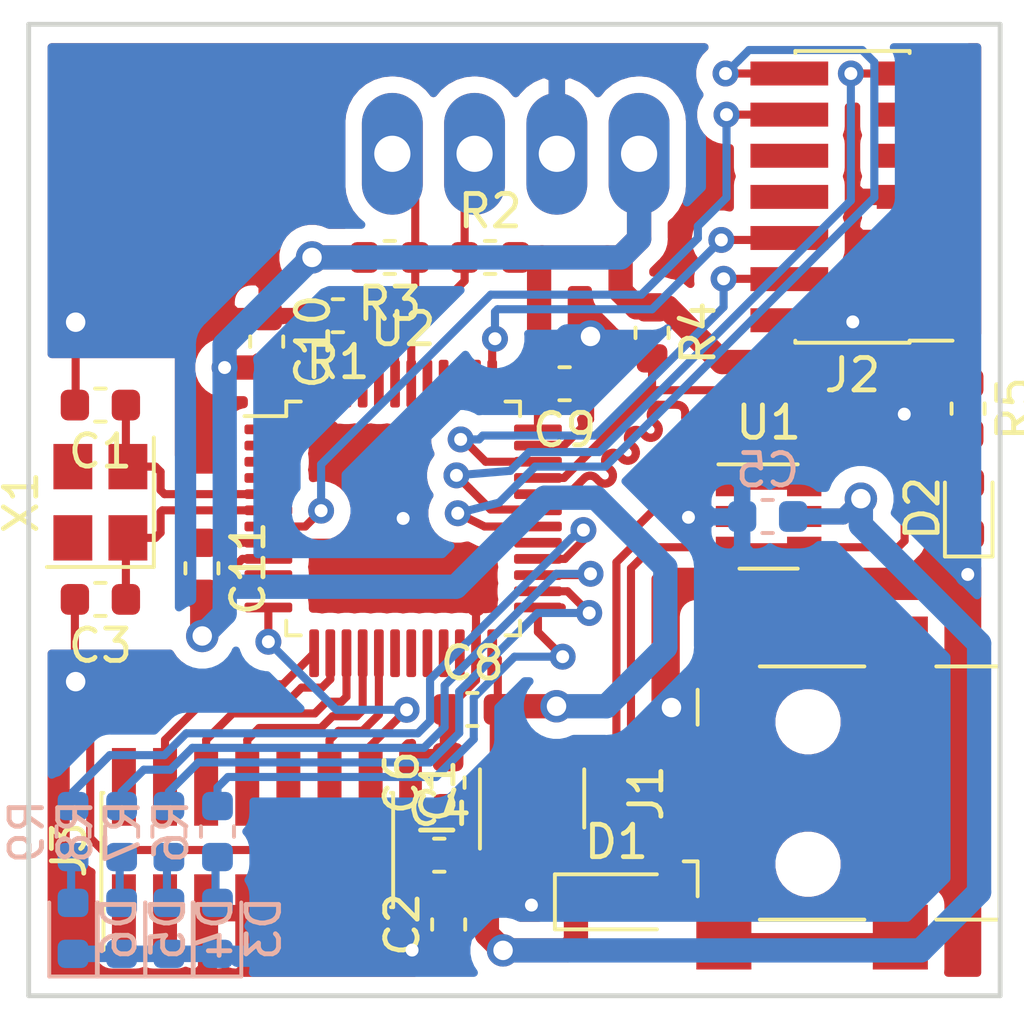
<source format=kicad_pcb>
(kicad_pcb (version 20171130) (host pcbnew "(5.1.5-0-10_14)")

  (general
    (thickness 1.6)
    (drawings 4)
    (tracks 601)
    (zones 0)
    (modules 33)
    (nets 65)
  )

  (page User 216.002 150.012)
  (title_block
    (title NarRule)
    (date 2020-05-13)
    (rev 1.0)
    (company "(C) Mark Olsson <mark@markolsson.se>")
  )

  (layers
    (0 F.Cu signal)
    (31 B.Cu signal)
    (32 B.Adhes user)
    (33 F.Adhes user)
    (34 B.Paste user)
    (35 F.Paste user)
    (36 B.SilkS user hide)
    (37 F.SilkS user hide)
    (38 B.Mask user)
    (39 F.Mask user)
    (40 Dwgs.User user)
    (41 Cmts.User user)
    (42 Eco1.User user)
    (43 Eco2.User user)
    (44 Edge.Cuts user)
    (45 Margin user)
    (46 B.CrtYd user)
    (47 F.CrtYd user)
    (48 B.Fab user hide)
    (49 F.Fab user hide)
  )

  (setup
    (last_trace_width 0.25)
    (user_trace_width 0.5)
    (user_trace_width 0.75)
    (trace_clearance 0.2)
    (zone_clearance 0.508)
    (zone_45_only yes)
    (trace_min 0.2)
    (via_size 0.8)
    (via_drill 0.4)
    (via_min_size 0.4)
    (via_min_drill 0.3)
    (user_via 1 0.6)
    (uvia_size 0.3)
    (uvia_drill 0.1)
    (uvias_allowed no)
    (uvia_min_size 0.2)
    (uvia_min_drill 0.1)
    (edge_width 0.15)
    (segment_width 0.2)
    (pcb_text_width 0.3)
    (pcb_text_size 1.5 1.5)
    (mod_edge_width 0.15)
    (mod_text_size 1 1)
    (mod_text_width 0.15)
    (pad_size 5 5)
    (pad_drill 5)
    (pad_to_mask_clearance 0.2)
    (aux_axis_origin 0 0)
    (grid_origin 46.2 36.5)
    (visible_elements 7FFFFE7F)
    (pcbplotparams
      (layerselection 0x03fff_ffffffff)
      (usegerberextensions false)
      (usegerberattributes false)
      (usegerberadvancedattributes false)
      (creategerberjobfile false)
      (excludeedgelayer true)
      (linewidth 0.100000)
      (plotframeref false)
      (viasonmask false)
      (mode 1)
      (useauxorigin false)
      (hpglpennumber 1)
      (hpglpenspeed 20)
      (hpglpendiameter 15.000000)
      (psnegative false)
      (psa4output false)
      (plotreference true)
      (plotvalue true)
      (plotinvisibletext false)
      (padsonsilk false)
      (subtractmaskfromsilk false)
      (outputformat 1)
      (mirror false)
      (drillshape 0)
      (scaleselection 1)
      (outputdirectory "/Users/mark/desktop/debug-board"))
  )

  (net 0 "")
  (net 1 GND)
  (net 2 +5V)
  (net 3 +3V3)
  (net 4 "Net-(D1-Pad2)")
  (net 5 "Net-(IC1-Pad4)")
  (net 6 /I2C1_SCL)
  (net 7 /I2C1_SDA)
  (net 8 "Net-(D2-Pad2)")
  (net 9 /VCP_TX)
  (net 10 /VCP_RX)
  (net 11 /NRST)
  (net 12 "Net-(J2-Pad11)")
  (net 13 "Net-(J2-Pad10)")
  (net 14 "Net-(J2-Pad9)")
  (net 15 /DBG_CLK)
  (net 16 /DBG_DIO)
  (net 17 "Net-(J2-Pad2)")
  (net 18 "Net-(J2-Pad1)")
  (net 19 /USB+)
  (net 20 /USB-)
  (net 21 /OSC_OUT)
  (net 22 /OSC_IN)
  (net 23 "Net-(D3-Pad2)")
  (net 24 "Net-(D4-Pad2)")
  (net 25 "Net-(D5-Pad2)")
  (net 26 "Net-(D6-Pad2)")
  (net 27 /BOOT0)
  (net 28 "Net-(R6-Pad1)")
  (net 29 "Net-(R7-Pad1)")
  (net 30 "Net-(J2-Pad3)")
  (net 31 "Net-(J2-Pad8)")
  (net 32 /T_VCP_TX)
  (net 33 /T_VCP_RX)
  (net 34 /T_NRST)
  (net 35 "Net-(J3-Pad11)")
  (net 36 "Net-(J3-Pad10)")
  (net 37 "Net-(J3-Pad9)")
  (net 38 /T_DBG_SWO)
  (net 39 /T_DBG_CLK)
  (net 40 /T_DBG_DIO)
  (net 41 "Net-(J3-Pad3)")
  (net 42 "Net-(J3-Pad2)")
  (net 43 "Net-(J3-Pad1)")
  (net 44 "Net-(U2-Pad46)")
  (net 45 "Net-(U2-Pad45)")
  (net 46 "Net-(U2-Pad41)")
  (net 47 "Net-(U2-Pad40)")
  (net 48 "Net-(U2-Pad39)")
  (net 49 "Net-(U2-Pad38)")
  (net 50 "Net-(U2-Pad29)")
  (net 51 "Net-(U2-Pad22)")
  (net 52 "Net-(U2-Pad21)")
  (net 53 "Net-(U2-Pad20)")
  (net 54 "Net-(U2-Pad19)")
  (net 55 "Net-(U2-Pad18)")
  (net 56 "Net-(U2-Pad11)")
  (net 57 "Net-(U2-Pad10)")
  (net 58 "Net-(U2-Pad4)")
  (net 59 "Net-(U2-Pad3)")
  (net 60 "Net-(U2-Pad2)")
  (net 61 "Net-(J1-Pad6)")
  (net 62 "Net-(J1-Pad4)")
  (net 63 "Net-(R8-Pad1)")
  (net 64 "Net-(R9-Pad1)")

  (net_class Default "Dies ist die voreingestellte Netzklasse."
    (clearance 0.2)
    (trace_width 0.25)
    (via_dia 0.8)
    (via_drill 0.4)
    (uvia_dia 0.3)
    (uvia_drill 0.1)
    (add_net +3V3)
    (add_net +5V)
    (add_net /BOOT0)
    (add_net /DBG_CLK)
    (add_net /DBG_DIO)
    (add_net /I2C1_SCL)
    (add_net /I2C1_SDA)
    (add_net /NRST)
    (add_net /OSC_IN)
    (add_net /OSC_OUT)
    (add_net /T_DBG_CLK)
    (add_net /T_DBG_DIO)
    (add_net /T_DBG_SWO)
    (add_net /T_NRST)
    (add_net /T_VCP_RX)
    (add_net /T_VCP_TX)
    (add_net /USB+)
    (add_net /USB-)
    (add_net /VCP_RX)
    (add_net /VCP_TX)
    (add_net GND)
    (add_net "Net-(D1-Pad2)")
    (add_net "Net-(D2-Pad2)")
    (add_net "Net-(D3-Pad2)")
    (add_net "Net-(D4-Pad2)")
    (add_net "Net-(D5-Pad2)")
    (add_net "Net-(D6-Pad2)")
    (add_net "Net-(IC1-Pad4)")
    (add_net "Net-(J1-Pad4)")
    (add_net "Net-(J1-Pad6)")
    (add_net "Net-(J2-Pad1)")
    (add_net "Net-(J2-Pad10)")
    (add_net "Net-(J2-Pad11)")
    (add_net "Net-(J2-Pad2)")
    (add_net "Net-(J2-Pad3)")
    (add_net "Net-(J2-Pad8)")
    (add_net "Net-(J2-Pad9)")
    (add_net "Net-(J3-Pad1)")
    (add_net "Net-(J3-Pad10)")
    (add_net "Net-(J3-Pad11)")
    (add_net "Net-(J3-Pad2)")
    (add_net "Net-(J3-Pad3)")
    (add_net "Net-(J3-Pad9)")
    (add_net "Net-(R6-Pad1)")
    (add_net "Net-(R7-Pad1)")
    (add_net "Net-(R8-Pad1)")
    (add_net "Net-(R9-Pad1)")
    (add_net "Net-(U2-Pad10)")
    (add_net "Net-(U2-Pad11)")
    (add_net "Net-(U2-Pad18)")
    (add_net "Net-(U2-Pad19)")
    (add_net "Net-(U2-Pad2)")
    (add_net "Net-(U2-Pad20)")
    (add_net "Net-(U2-Pad21)")
    (add_net "Net-(U2-Pad22)")
    (add_net "Net-(U2-Pad29)")
    (add_net "Net-(U2-Pad3)")
    (add_net "Net-(U2-Pad38)")
    (add_net "Net-(U2-Pad39)")
    (add_net "Net-(U2-Pad4)")
    (add_net "Net-(U2-Pad40)")
    (add_net "Net-(U2-Pad41)")
    (add_net "Net-(U2-Pad45)")
    (add_net "Net-(U2-Pad46)")
  )

  (module 00_Components:OLED_i2c (layer B.Cu) (tedit 5EAAD13C) (tstamp 5EC33C27)
    (at 47.6 26.5 180)
    (path /5E995C81)
    (fp_text reference J4 (at -8.475 2.425) (layer B.Fab)
      (effects (font (size 1 1) (thickness 0.015)) (justify mirror))
    )
    (fp_text value I2C_OLED (at 13.575 -23.825) (layer B.Fab)
      (effects (font (size 1 1) (thickness 0.015)) (justify mirror))
    )
    (fp_line (start 16.51 3.81) (end -10.16 3.81) (layer B.CrtYd) (width 0.127))
    (fp_arc (start 16.51 2.54) (end 16.51 3.81) (angle -90) (layer B.CrtYd) (width 0.127))
    (fp_arc (start 16.51 -24.13) (end 16.51 -25.4) (angle 90) (layer B.CrtYd) (width 0.127))
    (fp_line (start 17.78 2.54) (end 17.78 -24.13) (layer B.CrtYd) (width 0.127))
    (fp_arc (start -10.16 2.54) (end -10.16 3.81) (angle 90) (layer B.CrtYd) (width 0.127))
    (fp_line (start -11.43 -24.13) (end -11.43 2.54) (layer B.CrtYd) (width 0.127))
    (fp_arc (start -10.16 -24.13) (end -11.43 -24.13) (angle 90) (layer B.CrtYd) (width 0.127))
    (fp_line (start 16.51 -25.4) (end -10.16 -25.4) (layer B.CrtYd) (width 0.127))
    (fp_poly (pts (xy -0.254 0.254) (xy 0.254 0.254) (xy 0.254 -0.254) (xy -0.254 -0.254)) (layer B.Fab) (width 0.01))
    (fp_poly (pts (xy 2.286 0.254) (xy 2.794 0.254) (xy 2.794 -0.254) (xy 2.286 -0.254)) (layer B.Fab) (width 0.01))
    (fp_poly (pts (xy 4.826 0.254) (xy 5.334 0.254) (xy 5.334 -0.254) (xy 4.826 -0.254)) (layer B.Fab) (width 0.01))
    (fp_poly (pts (xy 7.366 0.254) (xy 7.874 0.254) (xy 7.874 -0.254) (xy 7.366 -0.254)) (layer B.Fab) (width 0.01))
    (pad 4 thru_hole oval (at 7.62 0 180) (size 1.8796 3.7592) (drill 1.1176) (layers *.Cu *.Mask)
      (net 7 /I2C1_SDA))
    (pad 3 thru_hole oval (at 5.08 0 180) (size 1.8796 3.7592) (drill 1.1176) (layers *.Cu *.Mask)
      (net 6 /I2C1_SCL))
    (pad 2 thru_hole oval (at 2.54 0 180) (size 1.8796 3.7592) (drill 1.1176) (layers *.Cu *.Mask)
      (net 1 GND))
    (pad 1 thru_hole oval (at 0 0 180) (size 1.8796 3.7592) (drill 1.1176) (layers *.Cu *.Mask)
      (net 3 +3V3))
    (model /Users/mark/sdks/kicad/markolsson/components.3dshapes/i2c_oled.step
      (offset (xyz 3.8 1.5 2.5))
      (scale (xyz 1 1 1))
      (rotate (xyz -90 0 0))
    )
  )

  (module Resistor_SMD:R_0603_1608Metric (layer F.Cu) (tedit 5B301BBD) (tstamp 5EC2E1B2)
    (at 39.9 29.7 180)
    (descr "Resistor SMD 0603 (1608 Metric), square (rectangular) end terminal, IPC_7351 nominal, (Body size source: http://www.tortai-tech.com/upload/download/2011102023233369053.pdf), generated with kicad-footprint-generator")
    (tags resistor)
    (path /5EDC36BD)
    (attr smd)
    (fp_text reference R3 (at 0 -1.43) (layer F.SilkS)
      (effects (font (size 1 1) (thickness 0.15)))
    )
    (fp_text value 4.7k (at 0 1.43) (layer F.Fab)
      (effects (font (size 1 1) (thickness 0.15)))
    )
    (fp_text user %R (at 0 0) (layer F.Fab)
      (effects (font (size 0.4 0.4) (thickness 0.06)))
    )
    (fp_line (start 1.48 0.73) (end -1.48 0.73) (layer F.CrtYd) (width 0.05))
    (fp_line (start 1.48 -0.73) (end 1.48 0.73) (layer F.CrtYd) (width 0.05))
    (fp_line (start -1.48 -0.73) (end 1.48 -0.73) (layer F.CrtYd) (width 0.05))
    (fp_line (start -1.48 0.73) (end -1.48 -0.73) (layer F.CrtYd) (width 0.05))
    (fp_line (start -0.162779 0.51) (end 0.162779 0.51) (layer F.SilkS) (width 0.12))
    (fp_line (start -0.162779 -0.51) (end 0.162779 -0.51) (layer F.SilkS) (width 0.12))
    (fp_line (start 0.8 0.4) (end -0.8 0.4) (layer F.Fab) (width 0.1))
    (fp_line (start 0.8 -0.4) (end 0.8 0.4) (layer F.Fab) (width 0.1))
    (fp_line (start -0.8 -0.4) (end 0.8 -0.4) (layer F.Fab) (width 0.1))
    (fp_line (start -0.8 0.4) (end -0.8 -0.4) (layer F.Fab) (width 0.1))
    (pad 2 smd roundrect (at 0.7875 0 180) (size 0.875 0.95) (layers F.Cu F.Paste F.Mask) (roundrect_rratio 0.25)
      (net 3 +3V3))
    (pad 1 smd roundrect (at -0.7875 0 180) (size 0.875 0.95) (layers F.Cu F.Paste F.Mask) (roundrect_rratio 0.25)
      (net 7 /I2C1_SDA))
    (model ${KISYS3DMOD}/Resistor_SMD.3dshapes/R_0603_1608Metric.wrl
      (at (xyz 0 0 0))
      (scale (xyz 1 1 1))
      (rotate (xyz 0 0 0))
    )
  )

  (module Resistor_SMD:R_0603_1608Metric (layer F.Cu) (tedit 5B301BBD) (tstamp 5EC2E1A1)
    (at 43 29.7)
    (descr "Resistor SMD 0603 (1608 Metric), square (rectangular) end terminal, IPC_7351 nominal, (Body size source: http://www.tortai-tech.com/upload/download/2011102023233369053.pdf), generated with kicad-footprint-generator")
    (tags resistor)
    (path /5ED9C532)
    (attr smd)
    (fp_text reference R2 (at 0 -1.43) (layer F.SilkS)
      (effects (font (size 1 1) (thickness 0.15)))
    )
    (fp_text value 4.7k (at 0 1.43) (layer F.Fab)
      (effects (font (size 1 1) (thickness 0.15)))
    )
    (fp_text user %R (at 0 0) (layer F.Fab)
      (effects (font (size 0.4 0.4) (thickness 0.06)))
    )
    (fp_line (start 1.48 0.73) (end -1.48 0.73) (layer F.CrtYd) (width 0.05))
    (fp_line (start 1.48 -0.73) (end 1.48 0.73) (layer F.CrtYd) (width 0.05))
    (fp_line (start -1.48 -0.73) (end 1.48 -0.73) (layer F.CrtYd) (width 0.05))
    (fp_line (start -1.48 0.73) (end -1.48 -0.73) (layer F.CrtYd) (width 0.05))
    (fp_line (start -0.162779 0.51) (end 0.162779 0.51) (layer F.SilkS) (width 0.12))
    (fp_line (start -0.162779 -0.51) (end 0.162779 -0.51) (layer F.SilkS) (width 0.12))
    (fp_line (start 0.8 0.4) (end -0.8 0.4) (layer F.Fab) (width 0.1))
    (fp_line (start 0.8 -0.4) (end 0.8 0.4) (layer F.Fab) (width 0.1))
    (fp_line (start -0.8 -0.4) (end 0.8 -0.4) (layer F.Fab) (width 0.1))
    (fp_line (start -0.8 0.4) (end -0.8 -0.4) (layer F.Fab) (width 0.1))
    (pad 2 smd roundrect (at 0.7875 0) (size 0.875 0.95) (layers F.Cu F.Paste F.Mask) (roundrect_rratio 0.25)
      (net 3 +3V3))
    (pad 1 smd roundrect (at -0.7875 0) (size 0.875 0.95) (layers F.Cu F.Paste F.Mask) (roundrect_rratio 0.25)
      (net 6 /I2C1_SCL))
    (model ${KISYS3DMOD}/Resistor_SMD.3dshapes/R_0603_1608Metric.wrl
      (at (xyz 0 0 0))
      (scale (xyz 1 1 1))
      (rotate (xyz 0 0 0))
    )
  )

  (module Resistor_SMD:R_0603_1608Metric (layer F.Cu) (tedit 5B301BBD) (tstamp 5EC2E190)
    (at 38.3 31.5 180)
    (descr "Resistor SMD 0603 (1608 Metric), square (rectangular) end terminal, IPC_7351 nominal, (Body size source: http://www.tortai-tech.com/upload/download/2011102023233369053.pdf), generated with kicad-footprint-generator")
    (tags resistor)
    (path /5EC7ACEF)
    (attr smd)
    (fp_text reference R1 (at 0 -1.43) (layer F.SilkS)
      (effects (font (size 1 1) (thickness 0.15)))
    )
    (fp_text value 100k (at 0 1.43) (layer F.Fab)
      (effects (font (size 1 1) (thickness 0.15)))
    )
    (fp_text user %R (at 0 0) (layer F.Fab)
      (effects (font (size 0.4 0.4) (thickness 0.06)))
    )
    (fp_line (start 1.48 0.73) (end -1.48 0.73) (layer F.CrtYd) (width 0.05))
    (fp_line (start 1.48 -0.73) (end 1.48 0.73) (layer F.CrtYd) (width 0.05))
    (fp_line (start -1.48 -0.73) (end 1.48 -0.73) (layer F.CrtYd) (width 0.05))
    (fp_line (start -1.48 0.73) (end -1.48 -0.73) (layer F.CrtYd) (width 0.05))
    (fp_line (start -0.162779 0.51) (end 0.162779 0.51) (layer F.SilkS) (width 0.12))
    (fp_line (start -0.162779 -0.51) (end 0.162779 -0.51) (layer F.SilkS) (width 0.12))
    (fp_line (start 0.8 0.4) (end -0.8 0.4) (layer F.Fab) (width 0.1))
    (fp_line (start 0.8 -0.4) (end 0.8 0.4) (layer F.Fab) (width 0.1))
    (fp_line (start -0.8 -0.4) (end 0.8 -0.4) (layer F.Fab) (width 0.1))
    (fp_line (start -0.8 0.4) (end -0.8 -0.4) (layer F.Fab) (width 0.1))
    (pad 2 smd roundrect (at 0.7875 0 180) (size 0.875 0.95) (layers F.Cu F.Paste F.Mask) (roundrect_rratio 0.25)
      (net 1 GND))
    (pad 1 smd roundrect (at -0.7875 0 180) (size 0.875 0.95) (layers F.Cu F.Paste F.Mask) (roundrect_rratio 0.25)
      (net 27 /BOOT0))
    (model ${KISYS3DMOD}/Resistor_SMD.3dshapes/R_0603_1608Metric.wrl
      (at (xyz 0 0 0))
      (scale (xyz 1 1 1))
      (rotate (xyz 0 0 0))
    )
  )

  (module Connector_USB:USB_Mini-B_Lumberg_2486_01_Horizontal (layer F.Cu) (tedit 5AC6B535) (tstamp 5EC2E029)
    (at 52.818 46.24 90)
    (descr "USB Mini-B 5-pin SMD connector, http://downloads.lumberg.com/datenblaetter/en/2486_01.pdf")
    (tags "USB USB_B USB_Mini connector")
    (path /5E8F98D4)
    (attr smd)
    (fp_text reference J1 (at 0 -5 90) (layer F.SilkS)
      (effects (font (size 1 1) (thickness 0.15)))
    )
    (fp_text value USB_B_Mini (at 0 7.5 90) (layer F.Fab)
      (effects (font (size 1 1) (thickness 0.15)))
    )
    (fp_line (start -4.35 6.35) (end -4.35 4.2) (layer F.CrtYd) (width 0.05))
    (fp_line (start -4.35 4.2) (end -5.95 4.2) (layer F.CrtYd) (width 0.05))
    (fp_line (start -5.95 1.5) (end -5.95 4.2) (layer F.CrtYd) (width 0.05))
    (fp_line (start -4.35 1.5) (end -5.95 1.5) (layer F.CrtYd) (width 0.05))
    (fp_line (start -4.35 -1.25) (end -4.35 1.5) (layer F.CrtYd) (width 0.05))
    (fp_line (start -4.35 -1.25) (end -5.95 -1.25) (layer F.CrtYd) (width 0.05))
    (fp_line (start -5.95 -3.95) (end -5.95 -1.25) (layer F.CrtYd) (width 0.05))
    (fp_line (start -5.95 -3.95) (end -2.35 -3.95) (layer F.CrtYd) (width 0.05))
    (fp_line (start -2.35 -3.95) (end -2.35 -4.2) (layer F.CrtYd) (width 0.05))
    (fp_line (start 5.95 -3.95) (end 5.95 -1.25) (layer F.CrtYd) (width 0.05))
    (fp_line (start 4.35 -1.25) (end 5.95 -1.25) (layer F.CrtYd) (width 0.05))
    (fp_line (start 4.35 -1.25) (end 4.35 1.5) (layer F.CrtYd) (width 0.05))
    (fp_line (start -1.95 -3.35) (end -1.6 -2.85) (layer F.Fab) (width 0.1))
    (fp_line (start 5.95 1.5) (end 5.95 4.2) (layer F.CrtYd) (width 0.05))
    (fp_line (start 5.95 -3.95) (end 2.35 -3.95) (layer F.CrtYd) (width 0.05))
    (fp_line (start -4.35 6.35) (end 4.35 6.35) (layer F.CrtYd) (width 0.05))
    (fp_line (start -3.85 -3.35) (end 3.85 -3.35) (layer F.Fab) (width 0.1))
    (fp_line (start -3.85 -3.35) (end -3.85 5.85) (layer F.Fab) (width 0.1))
    (fp_line (start -3.85 5.85) (end 3.85 5.85) (layer F.Fab) (width 0.1))
    (fp_line (start 3.85 5.85) (end 3.85 -3.35) (layer F.Fab) (width 0.1))
    (fp_line (start -3.91 5.91) (end -3.91 3.96) (layer F.SilkS) (width 0.12))
    (fp_line (start -3.91 1.74) (end -3.91 -1.49) (layer F.SilkS) (width 0.12))
    (fp_line (start -3.19 -3.41) (end -2.11 -3.41) (layer F.SilkS) (width 0.12))
    (fp_line (start 2.11 -3.41) (end 3.19 -3.41) (layer F.SilkS) (width 0.12))
    (fp_line (start 3.91 1.74) (end 3.91 -1.49) (layer F.SilkS) (width 0.12))
    (fp_line (start 3.91 5.91) (end 3.91 3.96) (layer F.SilkS) (width 0.12))
    (fp_text user %R (at 0 1.6 270) (layer F.Fab)
      (effects (font (size 1 1) (thickness 0.15)))
    )
    (fp_line (start -2.11 -3.41) (end -2.11 -3.84) (layer F.SilkS) (width 0.12))
    (fp_line (start -1.6 -2.85) (end -1.25 -3.35) (layer F.Fab) (width 0.1))
    (fp_line (start 3.91 5.91) (end -3.91 5.91) (layer F.SilkS) (width 0.12))
    (fp_line (start 4.35 6.35) (end 4.35 4.2) (layer F.CrtYd) (width 0.05))
    (fp_line (start 4.35 4.2) (end 5.95 4.2) (layer F.CrtYd) (width 0.05))
    (fp_line (start 4.35 1.5) (end 5.95 1.5) (layer F.CrtYd) (width 0.05))
    (fp_line (start 2.35 -3.95) (end 2.35 -4.2) (layer F.CrtYd) (width 0.05))
    (fp_line (start 2.35 -4.2) (end -2.35 -4.2) (layer F.CrtYd) (width 0.05))
    (pad "" np_thru_hole circle (at 2.2 0 90) (size 1 1) (drill 1) (layers *.Cu *.Mask))
    (pad "" np_thru_hole circle (at -2.2 0 90) (size 1 1) (drill 1) (layers *.Cu *.Mask))
    (pad 6 smd rect (at 4.45 2.85 90) (size 2 1.7) (layers F.Cu F.Paste F.Mask)
      (net 61 "Net-(J1-Pad6)"))
    (pad 6 smd rect (at 4.45 -2.6 90) (size 2 1.7) (layers F.Cu F.Paste F.Mask)
      (net 61 "Net-(J1-Pad6)"))
    (pad 6 smd rect (at -4.45 2.85 90) (size 2 1.7) (layers F.Cu F.Paste F.Mask)
      (net 61 "Net-(J1-Pad6)"))
    (pad 6 smd rect (at -4.45 -2.6 90) (size 2 1.7) (layers F.Cu F.Paste F.Mask)
      (net 61 "Net-(J1-Pad6)"))
    (pad 5 smd rect (at 1.6 -2.7 90) (size 0.5 2) (layers F.Cu F.Paste F.Mask)
      (net 1 GND))
    (pad 4 smd rect (at 0.8 -2.7 90) (size 0.5 2) (layers F.Cu F.Paste F.Mask)
      (net 62 "Net-(J1-Pad4)"))
    (pad 3 smd rect (at 0 -2.7 90) (size 0.5 2) (layers F.Cu F.Paste F.Mask)
      (net 19 /USB+))
    (pad 2 smd rect (at -0.8 -2.7 90) (size 0.5 2) (layers F.Cu F.Paste F.Mask)
      (net 20 /USB-))
    (pad 1 smd rect (at -1.6 -2.7 90) (size 0.5 2) (layers F.Cu F.Paste F.Mask)
      (net 4 "Net-(D1-Pad2)"))
    (model ${KISYS3DMOD}/Connector_USB.3dshapes/USB_Mini-B_Lumberg_2486_01_Horizontal.wrl
      (at (xyz 0 0 0))
      (scale (xyz 1 1 1))
      (rotate (xyz 0 0 0))
    )
  )

  (module Crystal:Crystal_SMD_3225-4Pin_3.2x2.5mm (layer F.Cu) (tedit 5A0FD1B2) (tstamp 5EBE2E74)
    (at 30.964 37.26 90)
    (descr "SMD Crystal SERIES SMD3225/4 http://www.txccrystal.com/images/pdf/7m-accuracy.pdf, 3.2x2.5mm^2 package")
    (tags "SMD SMT crystal")
    (path /5EBCBDAC)
    (attr smd)
    (fp_text reference X1 (at 0 -2.45 90) (layer F.SilkS)
      (effects (font (size 1 1) (thickness 0.15)))
    )
    (fp_text value NX3225GD (at 0 2.45 90) (layer F.Fab)
      (effects (font (size 1 1) (thickness 0.15)))
    )
    (fp_text user %R (at 0 0 90) (layer F.Fab)
      (effects (font (size 0.7 0.7) (thickness 0.105)))
    )
    (fp_line (start -1.6 -1.25) (end -1.6 1.25) (layer F.Fab) (width 0.1))
    (fp_line (start -1.6 1.25) (end 1.6 1.25) (layer F.Fab) (width 0.1))
    (fp_line (start 1.6 1.25) (end 1.6 -1.25) (layer F.Fab) (width 0.1))
    (fp_line (start 1.6 -1.25) (end -1.6 -1.25) (layer F.Fab) (width 0.1))
    (fp_line (start -1.6 0.25) (end -0.6 1.25) (layer F.Fab) (width 0.1))
    (fp_line (start -2 -1.65) (end -2 1.65) (layer F.SilkS) (width 0.12))
    (fp_line (start -2 1.65) (end 2 1.65) (layer F.SilkS) (width 0.12))
    (fp_line (start -2.1 -1.7) (end -2.1 1.7) (layer F.CrtYd) (width 0.05))
    (fp_line (start -2.1 1.7) (end 2.1 1.7) (layer F.CrtYd) (width 0.05))
    (fp_line (start 2.1 1.7) (end 2.1 -1.7) (layer F.CrtYd) (width 0.05))
    (fp_line (start 2.1 -1.7) (end -2.1 -1.7) (layer F.CrtYd) (width 0.05))
    (pad 1 smd rect (at -1.1 0.85 90) (size 1.4 1.2) (layers F.Cu F.Paste F.Mask)
      (net 21 /OSC_OUT))
    (pad 2 smd rect (at 1.1 0.85 90) (size 1.4 1.2) (layers F.Cu F.Paste F.Mask)
      (net 22 /OSC_IN))
    (pad 3 smd rect (at 1.1 -0.85 90) (size 1.4 1.2) (layers F.Cu F.Paste F.Mask))
    (pad 4 smd rect (at -1.1 -0.85 90) (size 1.4 1.2) (layers F.Cu F.Paste F.Mask))
    (model ${KISYS3DMOD}/Crystal.3dshapes/Crystal_SMD_3225-4Pin_3.2x2.5mm.wrl
      (at (xyz 0 0 0))
      (scale (xyz 1 1 1))
      (rotate (xyz 0 0 0))
    )
  )

  (module Package_QFP:LQFP-48_7x7mm_P0.5mm (layer F.Cu) (tedit 5D9F72AF) (tstamp 5EBE2E60)
    (at 40.314 37.76)
    (descr "LQFP, 48 Pin (https://www.analog.com/media/en/technical-documentation/data-sheets/ltc2358-16.pdf), generated with kicad-footprint-generator ipc_gullwing_generator.py")
    (tags "LQFP QFP")
    (path /5EBF8A2E)
    (attr smd)
    (fp_text reference U2 (at 0 -5.85) (layer F.SilkS)
      (effects (font (size 1 1) (thickness 0.15)))
    )
    (fp_text value STM32F070CBTx (at 0 5.85) (layer F.Fab)
      (effects (font (size 1 1) (thickness 0.15)))
    )
    (fp_text user %R (at 0 0) (layer F.Fab)
      (effects (font (size 1 1) (thickness 0.15)))
    )
    (fp_line (start 5.15 3.15) (end 5.15 0) (layer F.CrtYd) (width 0.05))
    (fp_line (start 3.75 3.15) (end 5.15 3.15) (layer F.CrtYd) (width 0.05))
    (fp_line (start 3.75 3.75) (end 3.75 3.15) (layer F.CrtYd) (width 0.05))
    (fp_line (start 3.15 3.75) (end 3.75 3.75) (layer F.CrtYd) (width 0.05))
    (fp_line (start 3.15 5.15) (end 3.15 3.75) (layer F.CrtYd) (width 0.05))
    (fp_line (start 0 5.15) (end 3.15 5.15) (layer F.CrtYd) (width 0.05))
    (fp_line (start -5.15 3.15) (end -5.15 0) (layer F.CrtYd) (width 0.05))
    (fp_line (start -3.75 3.15) (end -5.15 3.15) (layer F.CrtYd) (width 0.05))
    (fp_line (start -3.75 3.75) (end -3.75 3.15) (layer F.CrtYd) (width 0.05))
    (fp_line (start -3.15 3.75) (end -3.75 3.75) (layer F.CrtYd) (width 0.05))
    (fp_line (start -3.15 5.15) (end -3.15 3.75) (layer F.CrtYd) (width 0.05))
    (fp_line (start 0 5.15) (end -3.15 5.15) (layer F.CrtYd) (width 0.05))
    (fp_line (start 5.15 -3.15) (end 5.15 0) (layer F.CrtYd) (width 0.05))
    (fp_line (start 3.75 -3.15) (end 5.15 -3.15) (layer F.CrtYd) (width 0.05))
    (fp_line (start 3.75 -3.75) (end 3.75 -3.15) (layer F.CrtYd) (width 0.05))
    (fp_line (start 3.15 -3.75) (end 3.75 -3.75) (layer F.CrtYd) (width 0.05))
    (fp_line (start 3.15 -5.15) (end 3.15 -3.75) (layer F.CrtYd) (width 0.05))
    (fp_line (start 0 -5.15) (end 3.15 -5.15) (layer F.CrtYd) (width 0.05))
    (fp_line (start -5.15 -3.15) (end -5.15 0) (layer F.CrtYd) (width 0.05))
    (fp_line (start -3.75 -3.15) (end -5.15 -3.15) (layer F.CrtYd) (width 0.05))
    (fp_line (start -3.75 -3.75) (end -3.75 -3.15) (layer F.CrtYd) (width 0.05))
    (fp_line (start -3.15 -3.75) (end -3.75 -3.75) (layer F.CrtYd) (width 0.05))
    (fp_line (start -3.15 -5.15) (end -3.15 -3.75) (layer F.CrtYd) (width 0.05))
    (fp_line (start 0 -5.15) (end -3.15 -5.15) (layer F.CrtYd) (width 0.05))
    (fp_line (start -3.5 -2.5) (end -2.5 -3.5) (layer F.Fab) (width 0.1))
    (fp_line (start -3.5 3.5) (end -3.5 -2.5) (layer F.Fab) (width 0.1))
    (fp_line (start 3.5 3.5) (end -3.5 3.5) (layer F.Fab) (width 0.1))
    (fp_line (start 3.5 -3.5) (end 3.5 3.5) (layer F.Fab) (width 0.1))
    (fp_line (start -2.5 -3.5) (end 3.5 -3.5) (layer F.Fab) (width 0.1))
    (fp_line (start -3.61 -3.16) (end -4.9 -3.16) (layer F.SilkS) (width 0.12))
    (fp_line (start -3.61 -3.61) (end -3.61 -3.16) (layer F.SilkS) (width 0.12))
    (fp_line (start -3.16 -3.61) (end -3.61 -3.61) (layer F.SilkS) (width 0.12))
    (fp_line (start 3.61 -3.61) (end 3.61 -3.16) (layer F.SilkS) (width 0.12))
    (fp_line (start 3.16 -3.61) (end 3.61 -3.61) (layer F.SilkS) (width 0.12))
    (fp_line (start -3.61 3.61) (end -3.61 3.16) (layer F.SilkS) (width 0.12))
    (fp_line (start -3.16 3.61) (end -3.61 3.61) (layer F.SilkS) (width 0.12))
    (fp_line (start 3.61 3.61) (end 3.61 3.16) (layer F.SilkS) (width 0.12))
    (fp_line (start 3.16 3.61) (end 3.61 3.61) (layer F.SilkS) (width 0.12))
    (pad 48 smd roundrect (at -2.75 -4.1625) (size 0.3 1.475) (layers F.Cu F.Paste F.Mask) (roundrect_rratio 0.25)
      (net 3 +3V3))
    (pad 47 smd roundrect (at -2.25 -4.1625) (size 0.3 1.475) (layers F.Cu F.Paste F.Mask) (roundrect_rratio 0.25)
      (net 1 GND))
    (pad 46 smd roundrect (at -1.75 -4.1625) (size 0.3 1.475) (layers F.Cu F.Paste F.Mask) (roundrect_rratio 0.25)
      (net 44 "Net-(U2-Pad46)"))
    (pad 45 smd roundrect (at -1.25 -4.1625) (size 0.3 1.475) (layers F.Cu F.Paste F.Mask) (roundrect_rratio 0.25)
      (net 45 "Net-(U2-Pad45)"))
    (pad 44 smd roundrect (at -0.75 -4.1625) (size 0.3 1.475) (layers F.Cu F.Paste F.Mask) (roundrect_rratio 0.25)
      (net 27 /BOOT0))
    (pad 43 smd roundrect (at -0.25 -4.1625) (size 0.3 1.475) (layers F.Cu F.Paste F.Mask) (roundrect_rratio 0.25)
      (net 7 /I2C1_SDA))
    (pad 42 smd roundrect (at 0.25 -4.1625) (size 0.3 1.475) (layers F.Cu F.Paste F.Mask) (roundrect_rratio 0.25)
      (net 6 /I2C1_SCL))
    (pad 41 smd roundrect (at 0.75 -4.1625) (size 0.3 1.475) (layers F.Cu F.Paste F.Mask) (roundrect_rratio 0.25)
      (net 46 "Net-(U2-Pad41)"))
    (pad 40 smd roundrect (at 1.25 -4.1625) (size 0.3 1.475) (layers F.Cu F.Paste F.Mask) (roundrect_rratio 0.25)
      (net 47 "Net-(U2-Pad40)"))
    (pad 39 smd roundrect (at 1.75 -4.1625) (size 0.3 1.475) (layers F.Cu F.Paste F.Mask) (roundrect_rratio 0.25)
      (net 48 "Net-(U2-Pad39)"))
    (pad 38 smd roundrect (at 2.25 -4.1625) (size 0.3 1.475) (layers F.Cu F.Paste F.Mask) (roundrect_rratio 0.25)
      (net 49 "Net-(U2-Pad38)"))
    (pad 37 smd roundrect (at 2.75 -4.1625) (size 0.3 1.475) (layers F.Cu F.Paste F.Mask) (roundrect_rratio 0.25)
      (net 15 /DBG_CLK))
    (pad 36 smd roundrect (at 4.1625 -2.75) (size 1.475 0.3) (layers F.Cu F.Paste F.Mask) (roundrect_rratio 0.25)
      (net 3 +3V3))
    (pad 35 smd roundrect (at 4.1625 -2.25) (size 1.475 0.3) (layers F.Cu F.Paste F.Mask) (roundrect_rratio 0.25)
      (net 1 GND))
    (pad 34 smd roundrect (at 4.1625 -1.75) (size 1.475 0.3) (layers F.Cu F.Paste F.Mask) (roundrect_rratio 0.25)
      (net 16 /DBG_DIO))
    (pad 33 smd roundrect (at 4.1625 -1.25) (size 1.475 0.3) (layers F.Cu F.Paste F.Mask) (roundrect_rratio 0.25)
      (net 19 /USB+))
    (pad 32 smd roundrect (at 4.1625 -0.75) (size 1.475 0.3) (layers F.Cu F.Paste F.Mask) (roundrect_rratio 0.25)
      (net 20 /USB-))
    (pad 31 smd roundrect (at 4.1625 -0.25) (size 1.475 0.3) (layers F.Cu F.Paste F.Mask) (roundrect_rratio 0.25)
      (net 10 /VCP_RX))
    (pad 30 smd roundrect (at 4.1625 0.25) (size 1.475 0.3) (layers F.Cu F.Paste F.Mask) (roundrect_rratio 0.25)
      (net 9 /VCP_TX))
    (pad 29 smd roundrect (at 4.1625 0.75) (size 1.475 0.3) (layers F.Cu F.Paste F.Mask) (roundrect_rratio 0.25)
      (net 50 "Net-(U2-Pad29)"))
    (pad 28 smd roundrect (at 4.1625 1.25) (size 1.475 0.3) (layers F.Cu F.Paste F.Mask) (roundrect_rratio 0.25)
      (net 64 "Net-(R9-Pad1)"))
    (pad 27 smd roundrect (at 4.1625 1.75) (size 1.475 0.3) (layers F.Cu F.Paste F.Mask) (roundrect_rratio 0.25)
      (net 63 "Net-(R8-Pad1)"))
    (pad 26 smd roundrect (at 4.1625 2.25) (size 1.475 0.3) (layers F.Cu F.Paste F.Mask) (roundrect_rratio 0.25)
      (net 29 "Net-(R7-Pad1)"))
    (pad 25 smd roundrect (at 4.1625 2.75) (size 1.475 0.3) (layers F.Cu F.Paste F.Mask) (roundrect_rratio 0.25)
      (net 28 "Net-(R6-Pad1)"))
    (pad 24 smd roundrect (at 2.75 4.1625) (size 0.3 1.475) (layers F.Cu F.Paste F.Mask) (roundrect_rratio 0.25)
      (net 3 +3V3))
    (pad 23 smd roundrect (at 2.25 4.1625) (size 0.3 1.475) (layers F.Cu F.Paste F.Mask) (roundrect_rratio 0.25)
      (net 1 GND))
    (pad 22 smd roundrect (at 1.75 4.1625) (size 0.3 1.475) (layers F.Cu F.Paste F.Mask) (roundrect_rratio 0.25)
      (net 51 "Net-(U2-Pad22)"))
    (pad 21 smd roundrect (at 1.25 4.1625) (size 0.3 1.475) (layers F.Cu F.Paste F.Mask) (roundrect_rratio 0.25)
      (net 52 "Net-(U2-Pad21)"))
    (pad 20 smd roundrect (at 0.75 4.1625) (size 0.3 1.475) (layers F.Cu F.Paste F.Mask) (roundrect_rratio 0.25)
      (net 53 "Net-(U2-Pad20)"))
    (pad 19 smd roundrect (at 0.25 4.1625) (size 0.3 1.475) (layers F.Cu F.Paste F.Mask) (roundrect_rratio 0.25)
      (net 54 "Net-(U2-Pad19)"))
    (pad 18 smd roundrect (at -0.25 4.1625) (size 0.3 1.475) (layers F.Cu F.Paste F.Mask) (roundrect_rratio 0.25)
      (net 55 "Net-(U2-Pad18)"))
    (pad 17 smd roundrect (at -0.75 4.1625) (size 0.3 1.475) (layers F.Cu F.Paste F.Mask) (roundrect_rratio 0.25)
      (net 34 /T_NRST))
    (pad 16 smd roundrect (at -1.25 4.1625) (size 0.3 1.475) (layers F.Cu F.Paste F.Mask) (roundrect_rratio 0.25)
      (net 38 /T_DBG_SWO))
    (pad 15 smd roundrect (at -1.75 4.1625) (size 0.3 1.475) (layers F.Cu F.Paste F.Mask) (roundrect_rratio 0.25)
      (net 39 /T_DBG_CLK))
    (pad 14 smd roundrect (at -2.25 4.1625) (size 0.3 1.475) (layers F.Cu F.Paste F.Mask) (roundrect_rratio 0.25)
      (net 40 /T_DBG_DIO))
    (pad 13 smd roundrect (at -2.75 4.1625) (size 0.3 1.475) (layers F.Cu F.Paste F.Mask) (roundrect_rratio 0.25)
      (net 33 /T_VCP_RX))
    (pad 12 smd roundrect (at -4.1625 2.75) (size 1.475 0.3) (layers F.Cu F.Paste F.Mask) (roundrect_rratio 0.25)
      (net 32 /T_VCP_TX))
    (pad 11 smd roundrect (at -4.1625 2.25) (size 1.475 0.3) (layers F.Cu F.Paste F.Mask) (roundrect_rratio 0.25)
      (net 56 "Net-(U2-Pad11)"))
    (pad 10 smd roundrect (at -4.1625 1.75) (size 1.475 0.3) (layers F.Cu F.Paste F.Mask) (roundrect_rratio 0.25)
      (net 57 "Net-(U2-Pad10)"))
    (pad 9 smd roundrect (at -4.1625 1.25) (size 1.475 0.3) (layers F.Cu F.Paste F.Mask) (roundrect_rratio 0.25)
      (net 3 +3V3))
    (pad 8 smd roundrect (at -4.1625 0.75) (size 1.475 0.3) (layers F.Cu F.Paste F.Mask) (roundrect_rratio 0.25)
      (net 1 GND))
    (pad 7 smd roundrect (at -4.1625 0.25) (size 1.475 0.3) (layers F.Cu F.Paste F.Mask) (roundrect_rratio 0.25)
      (net 11 /NRST))
    (pad 6 smd roundrect (at -4.1625 -0.25) (size 1.475 0.3) (layers F.Cu F.Paste F.Mask) (roundrect_rratio 0.25)
      (net 21 /OSC_OUT))
    (pad 5 smd roundrect (at -4.1625 -0.75) (size 1.475 0.3) (layers F.Cu F.Paste F.Mask) (roundrect_rratio 0.25)
      (net 22 /OSC_IN))
    (pad 4 smd roundrect (at -4.1625 -1.25) (size 1.475 0.3) (layers F.Cu F.Paste F.Mask) (roundrect_rratio 0.25)
      (net 58 "Net-(U2-Pad4)"))
    (pad 3 smd roundrect (at -4.1625 -1.75) (size 1.475 0.3) (layers F.Cu F.Paste F.Mask) (roundrect_rratio 0.25)
      (net 59 "Net-(U2-Pad3)"))
    (pad 2 smd roundrect (at -4.1625 -2.25) (size 1.475 0.3) (layers F.Cu F.Paste F.Mask) (roundrect_rratio 0.25)
      (net 60 "Net-(U2-Pad2)"))
    (pad 1 smd roundrect (at -4.1625 -2.75) (size 1.475 0.3) (layers F.Cu F.Paste F.Mask) (roundrect_rratio 0.25)
      (net 3 +3V3))
    (model ${KISYS3DMOD}/Package_QFP.3dshapes/LQFP-48_7x7mm_P0.5mm.wrl
      (at (xyz 0 0 0))
      (scale (xyz 1 1 1))
      (rotate (xyz 0 0 0))
    )
  )

  (module Package_TO_SOT_SMD:SOT-23-6 (layer F.Cu) (tedit 5A02FF57) (tstamp 5EBE2E05)
    (at 51.6 37.7)
    (descr "6-pin SOT-23 package")
    (tags SOT-23-6)
    (path /5EBBDB8D)
    (attr smd)
    (fp_text reference U1 (at 0 -2.9) (layer F.SilkS)
      (effects (font (size 1 1) (thickness 0.15)))
    )
    (fp_text value USBLC6-2SC6 (at 0 2.9) (layer F.Fab)
      (effects (font (size 1 1) (thickness 0.15)))
    )
    (fp_line (start 0.9 -1.55) (end 0.9 1.55) (layer F.Fab) (width 0.1))
    (fp_line (start 0.9 1.55) (end -0.9 1.55) (layer F.Fab) (width 0.1))
    (fp_line (start -0.9 -0.9) (end -0.9 1.55) (layer F.Fab) (width 0.1))
    (fp_line (start 0.9 -1.55) (end -0.25 -1.55) (layer F.Fab) (width 0.1))
    (fp_line (start -0.9 -0.9) (end -0.25 -1.55) (layer F.Fab) (width 0.1))
    (fp_line (start -1.9 -1.8) (end -1.9 1.8) (layer F.CrtYd) (width 0.05))
    (fp_line (start -1.9 1.8) (end 1.9 1.8) (layer F.CrtYd) (width 0.05))
    (fp_line (start 1.9 1.8) (end 1.9 -1.8) (layer F.CrtYd) (width 0.05))
    (fp_line (start 1.9 -1.8) (end -1.9 -1.8) (layer F.CrtYd) (width 0.05))
    (fp_line (start 0.9 -1.61) (end -1.55 -1.61) (layer F.SilkS) (width 0.12))
    (fp_line (start -0.9 1.61) (end 0.9 1.61) (layer F.SilkS) (width 0.12))
    (fp_text user %R (at 0 0 90) (layer F.Fab)
      (effects (font (size 0.5 0.5) (thickness 0.075)))
    )
    (pad 5 smd rect (at 1.1 0) (size 1.06 0.65) (layers F.Cu F.Paste F.Mask)
      (net 2 +5V))
    (pad 6 smd rect (at 1.1 -0.95) (size 1.06 0.65) (layers F.Cu F.Paste F.Mask)
      (net 20 /USB-))
    (pad 4 smd rect (at 1.1 0.95) (size 1.06 0.65) (layers F.Cu F.Paste F.Mask)
      (net 19 /USB+))
    (pad 3 smd rect (at -1.1 0.95) (size 1.06 0.65) (layers F.Cu F.Paste F.Mask)
      (net 19 /USB+))
    (pad 2 smd rect (at -1.1 0) (size 1.06 0.65) (layers F.Cu F.Paste F.Mask)
      (net 1 GND))
    (pad 1 smd rect (at -1.1 -0.95) (size 1.06 0.65) (layers F.Cu F.Paste F.Mask)
      (net 20 /USB-))
    (model ${KISYS3DMOD}/Package_TO_SOT_SMD.3dshapes/SOT-23-6.wrl
      (at (xyz 0 0 0))
      (scale (xyz 1 1 1))
      (rotate (xyz 0 0 0))
    )
  )

  (module Resistor_SMD:R_0603_1608Metric (layer B.Cu) (tedit 5B301BBD) (tstamp 5EBE2DEF)
    (at 30.12 47.43 270)
    (descr "Resistor SMD 0603 (1608 Metric), square (rectangular) end terminal, IPC_7351 nominal, (Body size source: http://www.tortai-tech.com/upload/download/2011102023233369053.pdf), generated with kicad-footprint-generator")
    (tags resistor)
    (path /5EBCBDB4)
    (attr smd)
    (fp_text reference R9 (at 0 1.43 270) (layer B.SilkS)
      (effects (font (size 1 1) (thickness 0.15)) (justify mirror))
    )
    (fp_text value 330 (at 0 -1.43 270) (layer B.Fab)
      (effects (font (size 1 1) (thickness 0.15)) (justify mirror))
    )
    (fp_text user %R (at 0 0 270) (layer B.Fab)
      (effects (font (size 0.4 0.4) (thickness 0.06)) (justify mirror))
    )
    (fp_line (start 1.48 -0.73) (end -1.48 -0.73) (layer B.CrtYd) (width 0.05))
    (fp_line (start 1.48 0.73) (end 1.48 -0.73) (layer B.CrtYd) (width 0.05))
    (fp_line (start -1.48 0.73) (end 1.48 0.73) (layer B.CrtYd) (width 0.05))
    (fp_line (start -1.48 -0.73) (end -1.48 0.73) (layer B.CrtYd) (width 0.05))
    (fp_line (start -0.162779 -0.51) (end 0.162779 -0.51) (layer B.SilkS) (width 0.12))
    (fp_line (start -0.162779 0.51) (end 0.162779 0.51) (layer B.SilkS) (width 0.12))
    (fp_line (start 0.8 -0.4) (end -0.8 -0.4) (layer B.Fab) (width 0.1))
    (fp_line (start 0.8 0.4) (end 0.8 -0.4) (layer B.Fab) (width 0.1))
    (fp_line (start -0.8 0.4) (end 0.8 0.4) (layer B.Fab) (width 0.1))
    (fp_line (start -0.8 -0.4) (end -0.8 0.4) (layer B.Fab) (width 0.1))
    (pad 2 smd roundrect (at 0.7875 0 270) (size 0.875 0.95) (layers B.Cu B.Paste B.Mask) (roundrect_rratio 0.25)
      (net 26 "Net-(D6-Pad2)"))
    (pad 1 smd roundrect (at -0.7875 0 270) (size 0.875 0.95) (layers B.Cu B.Paste B.Mask) (roundrect_rratio 0.25)
      (net 64 "Net-(R9-Pad1)"))
    (model ${KISYS3DMOD}/Resistor_SMD.3dshapes/R_0603_1608Metric.wrl
      (at (xyz 0 0 0))
      (scale (xyz 1 1 1))
      (rotate (xyz 0 0 0))
    )
  )

  (module Resistor_SMD:R_0603_1608Metric (layer B.Cu) (tedit 5B301BBD) (tstamp 5EBE2DDE)
    (at 31.62 47.43 270)
    (descr "Resistor SMD 0603 (1608 Metric), square (rectangular) end terminal, IPC_7351 nominal, (Body size source: http://www.tortai-tech.com/upload/download/2011102023233369053.pdf), generated with kicad-footprint-generator")
    (tags resistor)
    (path /5EBCBDB1)
    (attr smd)
    (fp_text reference R8 (at 0 1.43 270) (layer B.SilkS)
      (effects (font (size 1 1) (thickness 0.15)) (justify mirror))
    )
    (fp_text value 330 (at 0 -1.43 270) (layer B.Fab)
      (effects (font (size 1 1) (thickness 0.15)) (justify mirror))
    )
    (fp_text user %R (at 0 0 270) (layer B.Fab)
      (effects (font (size 0.4 0.4) (thickness 0.06)) (justify mirror))
    )
    (fp_line (start 1.48 -0.73) (end -1.48 -0.73) (layer B.CrtYd) (width 0.05))
    (fp_line (start 1.48 0.73) (end 1.48 -0.73) (layer B.CrtYd) (width 0.05))
    (fp_line (start -1.48 0.73) (end 1.48 0.73) (layer B.CrtYd) (width 0.05))
    (fp_line (start -1.48 -0.73) (end -1.48 0.73) (layer B.CrtYd) (width 0.05))
    (fp_line (start -0.162779 -0.51) (end 0.162779 -0.51) (layer B.SilkS) (width 0.12))
    (fp_line (start -0.162779 0.51) (end 0.162779 0.51) (layer B.SilkS) (width 0.12))
    (fp_line (start 0.8 -0.4) (end -0.8 -0.4) (layer B.Fab) (width 0.1))
    (fp_line (start 0.8 0.4) (end 0.8 -0.4) (layer B.Fab) (width 0.1))
    (fp_line (start -0.8 0.4) (end 0.8 0.4) (layer B.Fab) (width 0.1))
    (fp_line (start -0.8 -0.4) (end -0.8 0.4) (layer B.Fab) (width 0.1))
    (pad 2 smd roundrect (at 0.7875 0 270) (size 0.875 0.95) (layers B.Cu B.Paste B.Mask) (roundrect_rratio 0.25)
      (net 25 "Net-(D5-Pad2)"))
    (pad 1 smd roundrect (at -0.7875 0 270) (size 0.875 0.95) (layers B.Cu B.Paste B.Mask) (roundrect_rratio 0.25)
      (net 63 "Net-(R8-Pad1)"))
    (model ${KISYS3DMOD}/Resistor_SMD.3dshapes/R_0603_1608Metric.wrl
      (at (xyz 0 0 0))
      (scale (xyz 1 1 1))
      (rotate (xyz 0 0 0))
    )
  )

  (module Resistor_SMD:R_0603_1608Metric (layer B.Cu) (tedit 5B301BBD) (tstamp 5EBE7B1D)
    (at 33.08 47.43 270)
    (descr "Resistor SMD 0603 (1608 Metric), square (rectangular) end terminal, IPC_7351 nominal, (Body size source: http://www.tortai-tech.com/upload/download/2011102023233369053.pdf), generated with kicad-footprint-generator")
    (tags resistor)
    (path /5EBCBDB8)
    (attr smd)
    (fp_text reference R7 (at 0 1.43 270) (layer B.SilkS)
      (effects (font (size 1 1) (thickness 0.15)) (justify mirror))
    )
    (fp_text value 330 (at 0 -1.43 270) (layer B.Fab)
      (effects (font (size 1 1) (thickness 0.15)) (justify mirror))
    )
    (fp_text user %R (at 0 0 270) (layer B.Fab)
      (effects (font (size 0.4 0.4) (thickness 0.06)) (justify mirror))
    )
    (fp_line (start 1.48 -0.73) (end -1.48 -0.73) (layer B.CrtYd) (width 0.05))
    (fp_line (start 1.48 0.73) (end 1.48 -0.73) (layer B.CrtYd) (width 0.05))
    (fp_line (start -1.48 0.73) (end 1.48 0.73) (layer B.CrtYd) (width 0.05))
    (fp_line (start -1.48 -0.73) (end -1.48 0.73) (layer B.CrtYd) (width 0.05))
    (fp_line (start -0.162779 -0.51) (end 0.162779 -0.51) (layer B.SilkS) (width 0.12))
    (fp_line (start -0.162779 0.51) (end 0.162779 0.51) (layer B.SilkS) (width 0.12))
    (fp_line (start 0.8 -0.4) (end -0.8 -0.4) (layer B.Fab) (width 0.1))
    (fp_line (start 0.8 0.4) (end 0.8 -0.4) (layer B.Fab) (width 0.1))
    (fp_line (start -0.8 0.4) (end 0.8 0.4) (layer B.Fab) (width 0.1))
    (fp_line (start -0.8 -0.4) (end -0.8 0.4) (layer B.Fab) (width 0.1))
    (pad 2 smd roundrect (at 0.7875 0 270) (size 0.875 0.95) (layers B.Cu B.Paste B.Mask) (roundrect_rratio 0.25)
      (net 24 "Net-(D4-Pad2)"))
    (pad 1 smd roundrect (at -0.7875 0 270) (size 0.875 0.95) (layers B.Cu B.Paste B.Mask) (roundrect_rratio 0.25)
      (net 29 "Net-(R7-Pad1)"))
    (model ${KISYS3DMOD}/Resistor_SMD.3dshapes/R_0603_1608Metric.wrl
      (at (xyz 0 0 0))
      (scale (xyz 1 1 1))
      (rotate (xyz 0 0 0))
    )
  )

  (module Resistor_SMD:R_0603_1608Metric (layer B.Cu) (tedit 5B301BBD) (tstamp 5EBE7A48)
    (at 34.58 47.43 270)
    (descr "Resistor SMD 0603 (1608 Metric), square (rectangular) end terminal, IPC_7351 nominal, (Body size source: http://www.tortai-tech.com/upload/download/2011102023233369053.pdf), generated with kicad-footprint-generator")
    (tags resistor)
    (path /5EBCBDB6)
    (attr smd)
    (fp_text reference R6 (at 0 1.43 270) (layer B.SilkS)
      (effects (font (size 1 1) (thickness 0.15)) (justify mirror))
    )
    (fp_text value 330 (at 0 -1.43 270) (layer B.Fab)
      (effects (font (size 1 1) (thickness 0.15)) (justify mirror))
    )
    (fp_text user %R (at 0 0 270) (layer B.Fab)
      (effects (font (size 0.4 0.4) (thickness 0.06)) (justify mirror))
    )
    (fp_line (start 1.48 -0.73) (end -1.48 -0.73) (layer B.CrtYd) (width 0.05))
    (fp_line (start 1.48 0.73) (end 1.48 -0.73) (layer B.CrtYd) (width 0.05))
    (fp_line (start -1.48 0.73) (end 1.48 0.73) (layer B.CrtYd) (width 0.05))
    (fp_line (start -1.48 -0.73) (end -1.48 0.73) (layer B.CrtYd) (width 0.05))
    (fp_line (start -0.162779 -0.51) (end 0.162779 -0.51) (layer B.SilkS) (width 0.12))
    (fp_line (start -0.162779 0.51) (end 0.162779 0.51) (layer B.SilkS) (width 0.12))
    (fp_line (start 0.8 -0.4) (end -0.8 -0.4) (layer B.Fab) (width 0.1))
    (fp_line (start 0.8 0.4) (end 0.8 -0.4) (layer B.Fab) (width 0.1))
    (fp_line (start -0.8 0.4) (end 0.8 0.4) (layer B.Fab) (width 0.1))
    (fp_line (start -0.8 -0.4) (end -0.8 0.4) (layer B.Fab) (width 0.1))
    (pad 2 smd roundrect (at 0.7875 0 270) (size 0.875 0.95) (layers B.Cu B.Paste B.Mask) (roundrect_rratio 0.25)
      (net 23 "Net-(D3-Pad2)"))
    (pad 1 smd roundrect (at -0.7875 0 270) (size 0.875 0.95) (layers B.Cu B.Paste B.Mask) (roundrect_rratio 0.25)
      (net 28 "Net-(R6-Pad1)"))
    (model ${KISYS3DMOD}/Resistor_SMD.3dshapes/R_0603_1608Metric.wrl
      (at (xyz 0 0 0))
      (scale (xyz 1 1 1))
      (rotate (xyz 0 0 0))
    )
  )

  (module Resistor_SMD:R_0603_1608Metric (layer F.Cu) (tedit 5B301BBD) (tstamp 5EBE2DAB)
    (at 48 32.03 270)
    (descr "Resistor SMD 0603 (1608 Metric), square (rectangular) end terminal, IPC_7351 nominal, (Body size source: http://www.tortai-tech.com/upload/download/2011102023233369053.pdf), generated with kicad-footprint-generator")
    (tags resistor)
    (path /5ED2F961)
    (attr smd)
    (fp_text reference R4 (at 0 -1.43 90) (layer F.SilkS)
      (effects (font (size 1 1) (thickness 0.15)))
    )
    (fp_text value 1k5 (at 0 1.43 90) (layer F.Fab)
      (effects (font (size 1 1) (thickness 0.15)))
    )
    (fp_text user %R (at 0 0 90) (layer F.Fab)
      (effects (font (size 0.4 0.4) (thickness 0.06)))
    )
    (fp_line (start 1.48 0.73) (end -1.48 0.73) (layer F.CrtYd) (width 0.05))
    (fp_line (start 1.48 -0.73) (end 1.48 0.73) (layer F.CrtYd) (width 0.05))
    (fp_line (start -1.48 -0.73) (end 1.48 -0.73) (layer F.CrtYd) (width 0.05))
    (fp_line (start -1.48 0.73) (end -1.48 -0.73) (layer F.CrtYd) (width 0.05))
    (fp_line (start -0.162779 0.51) (end 0.162779 0.51) (layer F.SilkS) (width 0.12))
    (fp_line (start -0.162779 -0.51) (end 0.162779 -0.51) (layer F.SilkS) (width 0.12))
    (fp_line (start 0.8 0.4) (end -0.8 0.4) (layer F.Fab) (width 0.1))
    (fp_line (start 0.8 -0.4) (end 0.8 0.4) (layer F.Fab) (width 0.1))
    (fp_line (start -0.8 -0.4) (end 0.8 -0.4) (layer F.Fab) (width 0.1))
    (fp_line (start -0.8 0.4) (end -0.8 -0.4) (layer F.Fab) (width 0.1))
    (pad 2 smd roundrect (at 0.7875 0 270) (size 0.875 0.95) (layers F.Cu F.Paste F.Mask) (roundrect_rratio 0.25)
      (net 19 /USB+))
    (pad 1 smd roundrect (at -0.7875 0 270) (size 0.875 0.95) (layers F.Cu F.Paste F.Mask) (roundrect_rratio 0.25)
      (net 3 +3V3))
    (model ${KISYS3DMOD}/Resistor_SMD.3dshapes/R_0603_1608Metric.wrl
      (at (xyz 0 0 0))
      (scale (xyz 1 1 1))
      (rotate (xyz 0 0 0))
    )
  )

  (module Resistor_SMD:R_0603_1608Metric (layer F.Cu) (tedit 5B301BBD) (tstamp 5EBE7961)
    (at 57.76 34.37 270)
    (descr "Resistor SMD 0603 (1608 Metric), square (rectangular) end terminal, IPC_7351 nominal, (Body size source: http://www.tortai-tech.com/upload/download/2011102023233369053.pdf), generated with kicad-footprint-generator")
    (tags resistor)
    (path /5EC1C088)
    (attr smd)
    (fp_text reference R5 (at 0 -1.43 90) (layer F.SilkS)
      (effects (font (size 1 1) (thickness 0.15)))
    )
    (fp_text value 330 (at 0 1.43 90) (layer F.Fab)
      (effects (font (size 1 1) (thickness 0.15)))
    )
    (fp_text user %R (at 0 0 90) (layer F.Fab)
      (effects (font (size 0.4 0.4) (thickness 0.06)))
    )
    (fp_line (start 1.48 0.73) (end -1.48 0.73) (layer F.CrtYd) (width 0.05))
    (fp_line (start 1.48 -0.73) (end 1.48 0.73) (layer F.CrtYd) (width 0.05))
    (fp_line (start -1.48 -0.73) (end 1.48 -0.73) (layer F.CrtYd) (width 0.05))
    (fp_line (start -1.48 0.73) (end -1.48 -0.73) (layer F.CrtYd) (width 0.05))
    (fp_line (start -0.162779 0.51) (end 0.162779 0.51) (layer F.SilkS) (width 0.12))
    (fp_line (start -0.162779 -0.51) (end 0.162779 -0.51) (layer F.SilkS) (width 0.12))
    (fp_line (start 0.8 0.4) (end -0.8 0.4) (layer F.Fab) (width 0.1))
    (fp_line (start 0.8 -0.4) (end 0.8 0.4) (layer F.Fab) (width 0.1))
    (fp_line (start -0.8 -0.4) (end 0.8 -0.4) (layer F.Fab) (width 0.1))
    (fp_line (start -0.8 0.4) (end -0.8 -0.4) (layer F.Fab) (width 0.1))
    (pad 2 smd roundrect (at 0.7875 0 270) (size 0.875 0.95) (layers F.Cu F.Paste F.Mask) (roundrect_rratio 0.25)
      (net 8 "Net-(D2-Pad2)"))
    (pad 1 smd roundrect (at -0.7875 0 270) (size 0.875 0.95) (layers F.Cu F.Paste F.Mask) (roundrect_rratio 0.25)
      (net 3 +3V3))
    (model ${KISYS3DMOD}/Resistor_SMD.3dshapes/R_0603_1608Metric.wrl
      (at (xyz 0 0 0))
      (scale (xyz 1 1 1))
      (rotate (xyz 0 0 0))
    )
  )

  (module Connector_PinHeader_1.27mm:PinHeader_2x07_P1.27mm_Vertical_SMD (layer F.Cu) (tedit 59FED6E3) (tstamp 5EBE2D64)
    (at 35.5 48 90)
    (descr "surface-mounted straight pin header, 2x07, 1.27mm pitch, double rows")
    (tags "Surface mounted pin header SMD 2x07 1.27mm double row")
    (path /5ECD23C8)
    (attr smd)
    (fp_text reference J3 (at 0 -5.505 90) (layer F.SilkS)
      (effects (font (size 1 1) (thickness 0.15)))
    )
    (fp_text value "Target STDC14" (at 0 5.505 90) (layer F.Fab)
      (effects (font (size 1 1) (thickness 0.15)))
    )
    (fp_text user %R (at 0 0) (layer F.Fab)
      (effects (font (size 1 1) (thickness 0.15)))
    )
    (fp_line (start 4.3 -4.95) (end -4.3 -4.95) (layer F.CrtYd) (width 0.05))
    (fp_line (start 4.3 4.95) (end 4.3 -4.95) (layer F.CrtYd) (width 0.05))
    (fp_line (start -4.3 4.95) (end 4.3 4.95) (layer F.CrtYd) (width 0.05))
    (fp_line (start -4.3 -4.95) (end -4.3 4.95) (layer F.CrtYd) (width 0.05))
    (fp_line (start 1.765 4.44) (end 1.765 4.505) (layer F.SilkS) (width 0.12))
    (fp_line (start -1.765 4.44) (end -1.765 4.505) (layer F.SilkS) (width 0.12))
    (fp_line (start 1.765 -4.505) (end 1.765 -4.44) (layer F.SilkS) (width 0.12))
    (fp_line (start -1.765 -4.505) (end -1.765 -4.44) (layer F.SilkS) (width 0.12))
    (fp_line (start -3.09 -4.44) (end -1.765 -4.44) (layer F.SilkS) (width 0.12))
    (fp_line (start -1.765 4.505) (end 1.765 4.505) (layer F.SilkS) (width 0.12))
    (fp_line (start -1.765 -4.505) (end 1.765 -4.505) (layer F.SilkS) (width 0.12))
    (fp_line (start 2.75 4.01) (end 1.705 4.01) (layer F.Fab) (width 0.1))
    (fp_line (start 2.75 3.61) (end 2.75 4.01) (layer F.Fab) (width 0.1))
    (fp_line (start 1.705 3.61) (end 2.75 3.61) (layer F.Fab) (width 0.1))
    (fp_line (start -2.75 4.01) (end -1.705 4.01) (layer F.Fab) (width 0.1))
    (fp_line (start -2.75 3.61) (end -2.75 4.01) (layer F.Fab) (width 0.1))
    (fp_line (start -1.705 3.61) (end -2.75 3.61) (layer F.Fab) (width 0.1))
    (fp_line (start 2.75 2.74) (end 1.705 2.74) (layer F.Fab) (width 0.1))
    (fp_line (start 2.75 2.34) (end 2.75 2.74) (layer F.Fab) (width 0.1))
    (fp_line (start 1.705 2.34) (end 2.75 2.34) (layer F.Fab) (width 0.1))
    (fp_line (start -2.75 2.74) (end -1.705 2.74) (layer F.Fab) (width 0.1))
    (fp_line (start -2.75 2.34) (end -2.75 2.74) (layer F.Fab) (width 0.1))
    (fp_line (start -1.705 2.34) (end -2.75 2.34) (layer F.Fab) (width 0.1))
    (fp_line (start 2.75 1.47) (end 1.705 1.47) (layer F.Fab) (width 0.1))
    (fp_line (start 2.75 1.07) (end 2.75 1.47) (layer F.Fab) (width 0.1))
    (fp_line (start 1.705 1.07) (end 2.75 1.07) (layer F.Fab) (width 0.1))
    (fp_line (start -2.75 1.47) (end -1.705 1.47) (layer F.Fab) (width 0.1))
    (fp_line (start -2.75 1.07) (end -2.75 1.47) (layer F.Fab) (width 0.1))
    (fp_line (start -1.705 1.07) (end -2.75 1.07) (layer F.Fab) (width 0.1))
    (fp_line (start 2.75 0.2) (end 1.705 0.2) (layer F.Fab) (width 0.1))
    (fp_line (start 2.75 -0.2) (end 2.75 0.2) (layer F.Fab) (width 0.1))
    (fp_line (start 1.705 -0.2) (end 2.75 -0.2) (layer F.Fab) (width 0.1))
    (fp_line (start -2.75 0.2) (end -1.705 0.2) (layer F.Fab) (width 0.1))
    (fp_line (start -2.75 -0.2) (end -2.75 0.2) (layer F.Fab) (width 0.1))
    (fp_line (start -1.705 -0.2) (end -2.75 -0.2) (layer F.Fab) (width 0.1))
    (fp_line (start 2.75 -1.07) (end 1.705 -1.07) (layer F.Fab) (width 0.1))
    (fp_line (start 2.75 -1.47) (end 2.75 -1.07) (layer F.Fab) (width 0.1))
    (fp_line (start 1.705 -1.47) (end 2.75 -1.47) (layer F.Fab) (width 0.1))
    (fp_line (start -2.75 -1.07) (end -1.705 -1.07) (layer F.Fab) (width 0.1))
    (fp_line (start -2.75 -1.47) (end -2.75 -1.07) (layer F.Fab) (width 0.1))
    (fp_line (start -1.705 -1.47) (end -2.75 -1.47) (layer F.Fab) (width 0.1))
    (fp_line (start 2.75 -2.34) (end 1.705 -2.34) (layer F.Fab) (width 0.1))
    (fp_line (start 2.75 -2.74) (end 2.75 -2.34) (layer F.Fab) (width 0.1))
    (fp_line (start 1.705 -2.74) (end 2.75 -2.74) (layer F.Fab) (width 0.1))
    (fp_line (start -2.75 -2.34) (end -1.705 -2.34) (layer F.Fab) (width 0.1))
    (fp_line (start -2.75 -2.74) (end -2.75 -2.34) (layer F.Fab) (width 0.1))
    (fp_line (start -1.705 -2.74) (end -2.75 -2.74) (layer F.Fab) (width 0.1))
    (fp_line (start 2.75 -3.61) (end 1.705 -3.61) (layer F.Fab) (width 0.1))
    (fp_line (start 2.75 -4.01) (end 2.75 -3.61) (layer F.Fab) (width 0.1))
    (fp_line (start 1.705 -4.01) (end 2.75 -4.01) (layer F.Fab) (width 0.1))
    (fp_line (start -2.75 -3.61) (end -1.705 -3.61) (layer F.Fab) (width 0.1))
    (fp_line (start -2.75 -4.01) (end -2.75 -3.61) (layer F.Fab) (width 0.1))
    (fp_line (start -1.705 -4.01) (end -2.75 -4.01) (layer F.Fab) (width 0.1))
    (fp_line (start 1.705 -4.445) (end 1.705 4.445) (layer F.Fab) (width 0.1))
    (fp_line (start -1.705 -4.01) (end -1.27 -4.445) (layer F.Fab) (width 0.1))
    (fp_line (start -1.705 4.445) (end -1.705 -4.01) (layer F.Fab) (width 0.1))
    (fp_line (start -1.27 -4.445) (end 1.705 -4.445) (layer F.Fab) (width 0.1))
    (fp_line (start 1.705 4.445) (end -1.705 4.445) (layer F.Fab) (width 0.1))
    (pad 14 smd rect (at 1.95 3.81 90) (size 2.4 0.74) (layers F.Cu F.Paste F.Mask)
      (net 32 /T_VCP_TX))
    (pad 13 smd rect (at -1.95 3.81 90) (size 2.4 0.74) (layers F.Cu F.Paste F.Mask)
      (net 33 /T_VCP_RX))
    (pad 12 smd rect (at 1.95 2.54 90) (size 2.4 0.74) (layers F.Cu F.Paste F.Mask)
      (net 34 /T_NRST))
    (pad 11 smd rect (at -1.95 2.54 90) (size 2.4 0.74) (layers F.Cu F.Paste F.Mask)
      (net 35 "Net-(J3-Pad11)"))
    (pad 10 smd rect (at 1.95 1.27 90) (size 2.4 0.74) (layers F.Cu F.Paste F.Mask)
      (net 36 "Net-(J3-Pad10)"))
    (pad 9 smd rect (at -1.95 1.27 90) (size 2.4 0.74) (layers F.Cu F.Paste F.Mask)
      (net 37 "Net-(J3-Pad9)"))
    (pad 8 smd rect (at 1.95 0 90) (size 2.4 0.74) (layers F.Cu F.Paste F.Mask)
      (net 38 /T_DBG_SWO))
    (pad 7 smd rect (at -1.95 0 90) (size 2.4 0.74) (layers F.Cu F.Paste F.Mask)
      (net 1 GND))
    (pad 6 smd rect (at 1.95 -1.27 90) (size 2.4 0.74) (layers F.Cu F.Paste F.Mask)
      (net 39 /T_DBG_CLK))
    (pad 5 smd rect (at -1.95 -1.27 90) (size 2.4 0.74) (layers F.Cu F.Paste F.Mask)
      (net 1 GND))
    (pad 4 smd rect (at 1.95 -2.54 90) (size 2.4 0.74) (layers F.Cu F.Paste F.Mask)
      (net 40 /T_DBG_DIO))
    (pad 3 smd rect (at -1.95 -2.54 90) (size 2.4 0.74) (layers F.Cu F.Paste F.Mask)
      (net 41 "Net-(J3-Pad3)"))
    (pad 2 smd rect (at 1.95 -3.81 90) (size 2.4 0.74) (layers F.Cu F.Paste F.Mask)
      (net 42 "Net-(J3-Pad2)"))
    (pad 1 smd rect (at -1.95 -3.81 90) (size 2.4 0.74) (layers F.Cu F.Paste F.Mask)
      (net 43 "Net-(J3-Pad1)"))
    (model ${KISYS3DMOD}/Connector_PinHeader_1.27mm.3dshapes/PinHeader_2x07_P1.27mm_Vertical_SMD.wrl
      (at (xyz 0 0 0))
      (scale (xyz 1 1 1))
      (rotate (xyz 0 0 0))
    )
  )

  (module Connector_PinHeader_1.27mm:PinHeader_2x07_P1.27mm_Vertical_SMD (layer F.Cu) (tedit 59FED6E3) (tstamp 5EBE2D17)
    (at 54.19 27.83 180)
    (descr "surface-mounted straight pin header, 2x07, 1.27mm pitch, double rows")
    (tags "Surface mounted pin header SMD 2x07 1.27mm double row")
    (path /5EC1C098)
    (attr smd)
    (fp_text reference J2 (at 0 -5.505) (layer F.SilkS)
      (effects (font (size 1 1) (thickness 0.15)))
    )
    (fp_text value STDC14 (at 0 5.505) (layer F.Fab)
      (effects (font (size 1 1) (thickness 0.15)))
    )
    (fp_text user %R (at 0 0 90) (layer F.Fab)
      (effects (font (size 1 1) (thickness 0.15)))
    )
    (fp_line (start 4.3 -4.95) (end -4.3 -4.95) (layer F.CrtYd) (width 0.05))
    (fp_line (start 4.3 4.95) (end 4.3 -4.95) (layer F.CrtYd) (width 0.05))
    (fp_line (start -4.3 4.95) (end 4.3 4.95) (layer F.CrtYd) (width 0.05))
    (fp_line (start -4.3 -4.95) (end -4.3 4.95) (layer F.CrtYd) (width 0.05))
    (fp_line (start 1.765 4.44) (end 1.765 4.505) (layer F.SilkS) (width 0.12))
    (fp_line (start -1.765 4.44) (end -1.765 4.505) (layer F.SilkS) (width 0.12))
    (fp_line (start 1.765 -4.505) (end 1.765 -4.44) (layer F.SilkS) (width 0.12))
    (fp_line (start -1.765 -4.505) (end -1.765 -4.44) (layer F.SilkS) (width 0.12))
    (fp_line (start -3.09 -4.44) (end -1.765 -4.44) (layer F.SilkS) (width 0.12))
    (fp_line (start -1.765 4.505) (end 1.765 4.505) (layer F.SilkS) (width 0.12))
    (fp_line (start -1.765 -4.505) (end 1.765 -4.505) (layer F.SilkS) (width 0.12))
    (fp_line (start 2.75 4.01) (end 1.705 4.01) (layer F.Fab) (width 0.1))
    (fp_line (start 2.75 3.61) (end 2.75 4.01) (layer F.Fab) (width 0.1))
    (fp_line (start 1.705 3.61) (end 2.75 3.61) (layer F.Fab) (width 0.1))
    (fp_line (start -2.75 4.01) (end -1.705 4.01) (layer F.Fab) (width 0.1))
    (fp_line (start -2.75 3.61) (end -2.75 4.01) (layer F.Fab) (width 0.1))
    (fp_line (start -1.705 3.61) (end -2.75 3.61) (layer F.Fab) (width 0.1))
    (fp_line (start 2.75 2.74) (end 1.705 2.74) (layer F.Fab) (width 0.1))
    (fp_line (start 2.75 2.34) (end 2.75 2.74) (layer F.Fab) (width 0.1))
    (fp_line (start 1.705 2.34) (end 2.75 2.34) (layer F.Fab) (width 0.1))
    (fp_line (start -2.75 2.74) (end -1.705 2.74) (layer F.Fab) (width 0.1))
    (fp_line (start -2.75 2.34) (end -2.75 2.74) (layer F.Fab) (width 0.1))
    (fp_line (start -1.705 2.34) (end -2.75 2.34) (layer F.Fab) (width 0.1))
    (fp_line (start 2.75 1.47) (end 1.705 1.47) (layer F.Fab) (width 0.1))
    (fp_line (start 2.75 1.07) (end 2.75 1.47) (layer F.Fab) (width 0.1))
    (fp_line (start 1.705 1.07) (end 2.75 1.07) (layer F.Fab) (width 0.1))
    (fp_line (start -2.75 1.47) (end -1.705 1.47) (layer F.Fab) (width 0.1))
    (fp_line (start -2.75 1.07) (end -2.75 1.47) (layer F.Fab) (width 0.1))
    (fp_line (start -1.705 1.07) (end -2.75 1.07) (layer F.Fab) (width 0.1))
    (fp_line (start 2.75 0.2) (end 1.705 0.2) (layer F.Fab) (width 0.1))
    (fp_line (start 2.75 -0.2) (end 2.75 0.2) (layer F.Fab) (width 0.1))
    (fp_line (start 1.705 -0.2) (end 2.75 -0.2) (layer F.Fab) (width 0.1))
    (fp_line (start -2.75 0.2) (end -1.705 0.2) (layer F.Fab) (width 0.1))
    (fp_line (start -2.75 -0.2) (end -2.75 0.2) (layer F.Fab) (width 0.1))
    (fp_line (start -1.705 -0.2) (end -2.75 -0.2) (layer F.Fab) (width 0.1))
    (fp_line (start 2.75 -1.07) (end 1.705 -1.07) (layer F.Fab) (width 0.1))
    (fp_line (start 2.75 -1.47) (end 2.75 -1.07) (layer F.Fab) (width 0.1))
    (fp_line (start 1.705 -1.47) (end 2.75 -1.47) (layer F.Fab) (width 0.1))
    (fp_line (start -2.75 -1.07) (end -1.705 -1.07) (layer F.Fab) (width 0.1))
    (fp_line (start -2.75 -1.47) (end -2.75 -1.07) (layer F.Fab) (width 0.1))
    (fp_line (start -1.705 -1.47) (end -2.75 -1.47) (layer F.Fab) (width 0.1))
    (fp_line (start 2.75 -2.34) (end 1.705 -2.34) (layer F.Fab) (width 0.1))
    (fp_line (start 2.75 -2.74) (end 2.75 -2.34) (layer F.Fab) (width 0.1))
    (fp_line (start 1.705 -2.74) (end 2.75 -2.74) (layer F.Fab) (width 0.1))
    (fp_line (start -2.75 -2.34) (end -1.705 -2.34) (layer F.Fab) (width 0.1))
    (fp_line (start -2.75 -2.74) (end -2.75 -2.34) (layer F.Fab) (width 0.1))
    (fp_line (start -1.705 -2.74) (end -2.75 -2.74) (layer F.Fab) (width 0.1))
    (fp_line (start 2.75 -3.61) (end 1.705 -3.61) (layer F.Fab) (width 0.1))
    (fp_line (start 2.75 -4.01) (end 2.75 -3.61) (layer F.Fab) (width 0.1))
    (fp_line (start 1.705 -4.01) (end 2.75 -4.01) (layer F.Fab) (width 0.1))
    (fp_line (start -2.75 -3.61) (end -1.705 -3.61) (layer F.Fab) (width 0.1))
    (fp_line (start -2.75 -4.01) (end -2.75 -3.61) (layer F.Fab) (width 0.1))
    (fp_line (start -1.705 -4.01) (end -2.75 -4.01) (layer F.Fab) (width 0.1))
    (fp_line (start 1.705 -4.445) (end 1.705 4.445) (layer F.Fab) (width 0.1))
    (fp_line (start -1.705 -4.01) (end -1.27 -4.445) (layer F.Fab) (width 0.1))
    (fp_line (start -1.705 4.445) (end -1.705 -4.01) (layer F.Fab) (width 0.1))
    (fp_line (start -1.27 -4.445) (end 1.705 -4.445) (layer F.Fab) (width 0.1))
    (fp_line (start 1.705 4.445) (end -1.705 4.445) (layer F.Fab) (width 0.1))
    (pad 14 smd rect (at 1.95 3.81 180) (size 2.4 0.74) (layers F.Cu F.Paste F.Mask)
      (net 9 /VCP_TX))
    (pad 13 smd rect (at -1.95 3.81 180) (size 2.4 0.74) (layers F.Cu F.Paste F.Mask)
      (net 10 /VCP_RX))
    (pad 12 smd rect (at 1.95 2.54 180) (size 2.4 0.74) (layers F.Cu F.Paste F.Mask)
      (net 11 /NRST))
    (pad 11 smd rect (at -1.95 2.54 180) (size 2.4 0.74) (layers F.Cu F.Paste F.Mask)
      (net 12 "Net-(J2-Pad11)"))
    (pad 10 smd rect (at 1.95 1.27 180) (size 2.4 0.74) (layers F.Cu F.Paste F.Mask)
      (net 13 "Net-(J2-Pad10)"))
    (pad 9 smd rect (at -1.95 1.27 180) (size 2.4 0.74) (layers F.Cu F.Paste F.Mask)
      (net 14 "Net-(J2-Pad9)"))
    (pad 8 smd rect (at 1.95 0 180) (size 2.4 0.74) (layers F.Cu F.Paste F.Mask)
      (net 31 "Net-(J2-Pad8)"))
    (pad 7 smd rect (at -1.95 0 180) (size 2.4 0.74) (layers F.Cu F.Paste F.Mask)
      (net 1 GND))
    (pad 6 smd rect (at 1.95 -1.27 180) (size 2.4 0.74) (layers F.Cu F.Paste F.Mask)
      (net 15 /DBG_CLK))
    (pad 5 smd rect (at -1.95 -1.27 180) (size 2.4 0.74) (layers F.Cu F.Paste F.Mask)
      (net 1 GND))
    (pad 4 smd rect (at 1.95 -2.54 180) (size 2.4 0.74) (layers F.Cu F.Paste F.Mask)
      (net 16 /DBG_DIO))
    (pad 3 smd rect (at -1.95 -2.54 180) (size 2.4 0.74) (layers F.Cu F.Paste F.Mask)
      (net 30 "Net-(J2-Pad3)"))
    (pad 2 smd rect (at 1.95 -3.81 180) (size 2.4 0.74) (layers F.Cu F.Paste F.Mask)
      (net 17 "Net-(J2-Pad2)"))
    (pad 1 smd rect (at -1.95 -3.81 180) (size 2.4 0.74) (layers F.Cu F.Paste F.Mask)
      (net 18 "Net-(J2-Pad1)"))
    (model ${KISYS3DMOD}/Connector_PinHeader_1.27mm.3dshapes/PinHeader_2x07_P1.27mm_Vertical_SMD.wrl
      (at (xyz 0 0 0))
      (scale (xyz 1 1 1))
      (rotate (xyz 0 0 0))
    )
  )

  (module Package_TO_SOT_SMD:SOT-23-5 (layer F.Cu) (tedit 5A02FF57) (tstamp 5EBE404D)
    (at 44.296 46.408 90)
    (descr "5-pin SOT23 package")
    (tags SOT-23-5)
    (path /5ED2F955)
    (attr smd)
    (fp_text reference IC1 (at 0 -2.9 90) (layer F.SilkS)
      (effects (font (size 1 1) (thickness 0.15)))
    )
    (fp_text value TLV75533PDBV (at 0 2.9 90) (layer F.Fab)
      (effects (font (size 1 1) (thickness 0.15)))
    )
    (fp_line (start 0.9 -1.55) (end 0.9 1.55) (layer F.Fab) (width 0.1))
    (fp_line (start 0.9 1.55) (end -0.9 1.55) (layer F.Fab) (width 0.1))
    (fp_line (start -0.9 -0.9) (end -0.9 1.55) (layer F.Fab) (width 0.1))
    (fp_line (start 0.9 -1.55) (end -0.25 -1.55) (layer F.Fab) (width 0.1))
    (fp_line (start -0.9 -0.9) (end -0.25 -1.55) (layer F.Fab) (width 0.1))
    (fp_line (start -1.9 1.8) (end -1.9 -1.8) (layer F.CrtYd) (width 0.05))
    (fp_line (start 1.9 1.8) (end -1.9 1.8) (layer F.CrtYd) (width 0.05))
    (fp_line (start 1.9 -1.8) (end 1.9 1.8) (layer F.CrtYd) (width 0.05))
    (fp_line (start -1.9 -1.8) (end 1.9 -1.8) (layer F.CrtYd) (width 0.05))
    (fp_line (start 0.9 -1.61) (end -1.55 -1.61) (layer F.SilkS) (width 0.12))
    (fp_line (start -0.9 1.61) (end 0.9 1.61) (layer F.SilkS) (width 0.12))
    (fp_text user %R (at 0 0) (layer F.Fab)
      (effects (font (size 0.5 0.5) (thickness 0.075)))
    )
    (pad 5 smd rect (at 1.1 -0.95 90) (size 1.06 0.65) (layers F.Cu F.Paste F.Mask)
      (net 3 +3V3))
    (pad 4 smd rect (at 1.1 0.95 90) (size 1.06 0.65) (layers F.Cu F.Paste F.Mask)
      (net 5 "Net-(IC1-Pad4)"))
    (pad 3 smd rect (at -1.1 0.95 90) (size 1.06 0.65) (layers F.Cu F.Paste F.Mask)
      (net 2 +5V))
    (pad 2 smd rect (at -1.1 0 90) (size 1.06 0.65) (layers F.Cu F.Paste F.Mask)
      (net 1 GND))
    (pad 1 smd rect (at -1.1 -0.95 90) (size 1.06 0.65) (layers F.Cu F.Paste F.Mask)
      (net 2 +5V))
    (model ${KISYS3DMOD}/Package_TO_SOT_SMD.3dshapes/SOT-23-5.wrl
      (at (xyz 0 0 0))
      (scale (xyz 1 1 1))
      (rotate (xyz 0 0 0))
    )
  )

  (module LED_SMD:LED_0603_1608Metric (layer B.Cu) (tedit 5B301BBE) (tstamp 5EBE2C83)
    (at 30.12 50.42 90)
    (descr "LED SMD 0603 (1608 Metric), square (rectangular) end terminal, IPC_7351 nominal, (Body size source: http://www.tortai-tech.com/upload/download/2011102023233369053.pdf), generated with kicad-footprint-generator")
    (tags diode)
    (path /5EBCBDB3)
    (attr smd)
    (fp_text reference D6 (at 0 1.43 270) (layer B.SilkS)
      (effects (font (size 1 1) (thickness 0.15)) (justify mirror))
    )
    (fp_text value YELLOW (at 0 -1.43 270) (layer B.Fab)
      (effects (font (size 1 1) (thickness 0.15)) (justify mirror))
    )
    (fp_text user %R (at 0 0 270) (layer B.Fab)
      (effects (font (size 0.4 0.4) (thickness 0.06)) (justify mirror))
    )
    (fp_line (start 1.48 -0.73) (end -1.48 -0.73) (layer B.CrtYd) (width 0.05))
    (fp_line (start 1.48 0.73) (end 1.48 -0.73) (layer B.CrtYd) (width 0.05))
    (fp_line (start -1.48 0.73) (end 1.48 0.73) (layer B.CrtYd) (width 0.05))
    (fp_line (start -1.48 -0.73) (end -1.48 0.73) (layer B.CrtYd) (width 0.05))
    (fp_line (start -1.485 -0.735) (end 0.8 -0.735) (layer B.SilkS) (width 0.12))
    (fp_line (start -1.485 0.735) (end -1.485 -0.735) (layer B.SilkS) (width 0.12))
    (fp_line (start 0.8 0.735) (end -1.485 0.735) (layer B.SilkS) (width 0.12))
    (fp_line (start 0.8 -0.4) (end 0.8 0.4) (layer B.Fab) (width 0.1))
    (fp_line (start -0.8 -0.4) (end 0.8 -0.4) (layer B.Fab) (width 0.1))
    (fp_line (start -0.8 0.1) (end -0.8 -0.4) (layer B.Fab) (width 0.1))
    (fp_line (start -0.5 0.4) (end -0.8 0.1) (layer B.Fab) (width 0.1))
    (fp_line (start 0.8 0.4) (end -0.5 0.4) (layer B.Fab) (width 0.1))
    (pad 2 smd roundrect (at 0.7875 0 90) (size 0.875 0.95) (layers B.Cu B.Paste B.Mask) (roundrect_rratio 0.25)
      (net 26 "Net-(D6-Pad2)"))
    (pad 1 smd roundrect (at -0.7875 0 90) (size 0.875 0.95) (layers B.Cu B.Paste B.Mask) (roundrect_rratio 0.25)
      (net 1 GND))
    (model ${KISYS3DMOD}/LED_SMD.3dshapes/LED_0603_1608Metric.wrl
      (at (xyz 0 0 0))
      (scale (xyz 1 1 1))
      (rotate (xyz 0 0 0))
    )
  )

  (module LED_SMD:LED_0603_1608Metric (layer B.Cu) (tedit 5B301BBE) (tstamp 5EBE2C70)
    (at 31.62 50.42 90)
    (descr "LED SMD 0603 (1608 Metric), square (rectangular) end terminal, IPC_7351 nominal, (Body size source: http://www.tortai-tech.com/upload/download/2011102023233369053.pdf), generated with kicad-footprint-generator")
    (tags diode)
    (path /5EBCBDB0)
    (attr smd)
    (fp_text reference D5 (at 0 1.43 270) (layer B.SilkS)
      (effects (font (size 1 1) (thickness 0.15)) (justify mirror))
    )
    (fp_text value BLUE (at 0 -1.43 270) (layer B.Fab)
      (effects (font (size 1 1) (thickness 0.15)) (justify mirror))
    )
    (fp_text user %R (at 0 0 270) (layer B.Fab)
      (effects (font (size 0.4 0.4) (thickness 0.06)) (justify mirror))
    )
    (fp_line (start 1.48 -0.73) (end -1.48 -0.73) (layer B.CrtYd) (width 0.05))
    (fp_line (start 1.48 0.73) (end 1.48 -0.73) (layer B.CrtYd) (width 0.05))
    (fp_line (start -1.48 0.73) (end 1.48 0.73) (layer B.CrtYd) (width 0.05))
    (fp_line (start -1.48 -0.73) (end -1.48 0.73) (layer B.CrtYd) (width 0.05))
    (fp_line (start -1.485 -0.735) (end 0.8 -0.735) (layer B.SilkS) (width 0.12))
    (fp_line (start -1.485 0.735) (end -1.485 -0.735) (layer B.SilkS) (width 0.12))
    (fp_line (start 0.8 0.735) (end -1.485 0.735) (layer B.SilkS) (width 0.12))
    (fp_line (start 0.8 -0.4) (end 0.8 0.4) (layer B.Fab) (width 0.1))
    (fp_line (start -0.8 -0.4) (end 0.8 -0.4) (layer B.Fab) (width 0.1))
    (fp_line (start -0.8 0.1) (end -0.8 -0.4) (layer B.Fab) (width 0.1))
    (fp_line (start -0.5 0.4) (end -0.8 0.1) (layer B.Fab) (width 0.1))
    (fp_line (start 0.8 0.4) (end -0.5 0.4) (layer B.Fab) (width 0.1))
    (pad 2 smd roundrect (at 0.7875 0 90) (size 0.875 0.95) (layers B.Cu B.Paste B.Mask) (roundrect_rratio 0.25)
      (net 25 "Net-(D5-Pad2)"))
    (pad 1 smd roundrect (at -0.7875 0 90) (size 0.875 0.95) (layers B.Cu B.Paste B.Mask) (roundrect_rratio 0.25)
      (net 1 GND))
    (model ${KISYS3DMOD}/LED_SMD.3dshapes/LED_0603_1608Metric.wrl
      (at (xyz 0 0 0))
      (scale (xyz 1 1 1))
      (rotate (xyz 0 0 0))
    )
  )

  (module LED_SMD:LED_0603_1608Metric (layer B.Cu) (tedit 5B301BBE) (tstamp 5EBE2C5D)
    (at 33.08 50.42 90)
    (descr "LED SMD 0603 (1608 Metric), square (rectangular) end terminal, IPC_7351 nominal, (Body size source: http://www.tortai-tech.com/upload/download/2011102023233369053.pdf), generated with kicad-footprint-generator")
    (tags diode)
    (path /5EBCBDB7)
    (attr smd)
    (fp_text reference D4 (at 0 1.43 270) (layer B.SilkS)
      (effects (font (size 1 1) (thickness 0.15)) (justify mirror))
    )
    (fp_text value GREEN (at 0 -1.43 270) (layer B.Fab)
      (effects (font (size 1 1) (thickness 0.15)) (justify mirror))
    )
    (fp_text user %R (at 0 0 270) (layer B.Fab)
      (effects (font (size 0.4 0.4) (thickness 0.06)) (justify mirror))
    )
    (fp_line (start 1.48 -0.73) (end -1.48 -0.73) (layer B.CrtYd) (width 0.05))
    (fp_line (start 1.48 0.73) (end 1.48 -0.73) (layer B.CrtYd) (width 0.05))
    (fp_line (start -1.48 0.73) (end 1.48 0.73) (layer B.CrtYd) (width 0.05))
    (fp_line (start -1.48 -0.73) (end -1.48 0.73) (layer B.CrtYd) (width 0.05))
    (fp_line (start -1.485 -0.735) (end 0.8 -0.735) (layer B.SilkS) (width 0.12))
    (fp_line (start -1.485 0.735) (end -1.485 -0.735) (layer B.SilkS) (width 0.12))
    (fp_line (start 0.8 0.735) (end -1.485 0.735) (layer B.SilkS) (width 0.12))
    (fp_line (start 0.8 -0.4) (end 0.8 0.4) (layer B.Fab) (width 0.1))
    (fp_line (start -0.8 -0.4) (end 0.8 -0.4) (layer B.Fab) (width 0.1))
    (fp_line (start -0.8 0.1) (end -0.8 -0.4) (layer B.Fab) (width 0.1))
    (fp_line (start -0.5 0.4) (end -0.8 0.1) (layer B.Fab) (width 0.1))
    (fp_line (start 0.8 0.4) (end -0.5 0.4) (layer B.Fab) (width 0.1))
    (pad 2 smd roundrect (at 0.7875 0 90) (size 0.875 0.95) (layers B.Cu B.Paste B.Mask) (roundrect_rratio 0.25)
      (net 24 "Net-(D4-Pad2)"))
    (pad 1 smd roundrect (at -0.7875 0 90) (size 0.875 0.95) (layers B.Cu B.Paste B.Mask) (roundrect_rratio 0.25)
      (net 1 GND))
    (model ${KISYS3DMOD}/LED_SMD.3dshapes/LED_0603_1608Metric.wrl
      (at (xyz 0 0 0))
      (scale (xyz 1 1 1))
      (rotate (xyz 0 0 0))
    )
  )

  (module LED_SMD:LED_0603_1608Metric (layer B.Cu) (tedit 5B301BBE) (tstamp 5EBE2C4A)
    (at 34.58 50.42 90)
    (descr "LED SMD 0603 (1608 Metric), square (rectangular) end terminal, IPC_7351 nominal, (Body size source: http://www.tortai-tech.com/upload/download/2011102023233369053.pdf), generated with kicad-footprint-generator")
    (tags diode)
    (path /5EBCBDB5)
    (attr smd)
    (fp_text reference D3 (at 0 1.43 270) (layer B.SilkS)
      (effects (font (size 1 1) (thickness 0.15)) (justify mirror))
    )
    (fp_text value RED (at 0 -1.43 270) (layer B.Fab)
      (effects (font (size 1 1) (thickness 0.15)) (justify mirror))
    )
    (fp_text user %R (at 0 0 270) (layer B.Fab)
      (effects (font (size 0.4 0.4) (thickness 0.06)) (justify mirror))
    )
    (fp_line (start 1.48 -0.73) (end -1.48 -0.73) (layer B.CrtYd) (width 0.05))
    (fp_line (start 1.48 0.73) (end 1.48 -0.73) (layer B.CrtYd) (width 0.05))
    (fp_line (start -1.48 0.73) (end 1.48 0.73) (layer B.CrtYd) (width 0.05))
    (fp_line (start -1.48 -0.73) (end -1.48 0.73) (layer B.CrtYd) (width 0.05))
    (fp_line (start -1.485 -0.735) (end 0.8 -0.735) (layer B.SilkS) (width 0.12))
    (fp_line (start -1.485 0.735) (end -1.485 -0.735) (layer B.SilkS) (width 0.12))
    (fp_line (start 0.8 0.735) (end -1.485 0.735) (layer B.SilkS) (width 0.12))
    (fp_line (start 0.8 -0.4) (end 0.8 0.4) (layer B.Fab) (width 0.1))
    (fp_line (start -0.8 -0.4) (end 0.8 -0.4) (layer B.Fab) (width 0.1))
    (fp_line (start -0.8 0.1) (end -0.8 -0.4) (layer B.Fab) (width 0.1))
    (fp_line (start -0.5 0.4) (end -0.8 0.1) (layer B.Fab) (width 0.1))
    (fp_line (start 0.8 0.4) (end -0.5 0.4) (layer B.Fab) (width 0.1))
    (pad 2 smd roundrect (at 0.7875 0 90) (size 0.875 0.95) (layers B.Cu B.Paste B.Mask) (roundrect_rratio 0.25)
      (net 23 "Net-(D3-Pad2)"))
    (pad 1 smd roundrect (at -0.7875 0 90) (size 0.875 0.95) (layers B.Cu B.Paste B.Mask) (roundrect_rratio 0.25)
      (net 1 GND))
    (model ${KISYS3DMOD}/LED_SMD.3dshapes/LED_0603_1608Metric.wrl
      (at (xyz 0 0 0))
      (scale (xyz 1 1 1))
      (rotate (xyz 0 0 0))
    )
  )

  (module LED_SMD:LED_0603_1608Metric (layer F.Cu) (tedit 5B301BBE) (tstamp 5EBE2C37)
    (at 57.78 37.45 90)
    (descr "LED SMD 0603 (1608 Metric), square (rectangular) end terminal, IPC_7351 nominal, (Body size source: http://www.tortai-tech.com/upload/download/2011102023233369053.pdf), generated with kicad-footprint-generator")
    (tags diode)
    (path /5EC1C087)
    (attr smd)
    (fp_text reference D2 (at 0 -1.43 90) (layer F.SilkS)
      (effects (font (size 1 1) (thickness 0.15)))
    )
    (fp_text value GREEN (at 0 1.43 90) (layer F.Fab)
      (effects (font (size 1 1) (thickness 0.15)))
    )
    (fp_text user %R (at 0 0 90) (layer F.Fab)
      (effects (font (size 0.4 0.4) (thickness 0.06)))
    )
    (fp_line (start 1.48 0.73) (end -1.48 0.73) (layer F.CrtYd) (width 0.05))
    (fp_line (start 1.48 -0.73) (end 1.48 0.73) (layer F.CrtYd) (width 0.05))
    (fp_line (start -1.48 -0.73) (end 1.48 -0.73) (layer F.CrtYd) (width 0.05))
    (fp_line (start -1.48 0.73) (end -1.48 -0.73) (layer F.CrtYd) (width 0.05))
    (fp_line (start -1.485 0.735) (end 0.8 0.735) (layer F.SilkS) (width 0.12))
    (fp_line (start -1.485 -0.735) (end -1.485 0.735) (layer F.SilkS) (width 0.12))
    (fp_line (start 0.8 -0.735) (end -1.485 -0.735) (layer F.SilkS) (width 0.12))
    (fp_line (start 0.8 0.4) (end 0.8 -0.4) (layer F.Fab) (width 0.1))
    (fp_line (start -0.8 0.4) (end 0.8 0.4) (layer F.Fab) (width 0.1))
    (fp_line (start -0.8 -0.1) (end -0.8 0.4) (layer F.Fab) (width 0.1))
    (fp_line (start -0.5 -0.4) (end -0.8 -0.1) (layer F.Fab) (width 0.1))
    (fp_line (start 0.8 -0.4) (end -0.5 -0.4) (layer F.Fab) (width 0.1))
    (pad 2 smd roundrect (at 0.7875 0 90) (size 0.875 0.95) (layers F.Cu F.Paste F.Mask) (roundrect_rratio 0.25)
      (net 8 "Net-(D2-Pad2)"))
    (pad 1 smd roundrect (at -0.7875 0 90) (size 0.875 0.95) (layers F.Cu F.Paste F.Mask) (roundrect_rratio 0.25)
      (net 1 GND))
    (model ${KISYS3DMOD}/LED_SMD.3dshapes/LED_0603_1608Metric.wrl
      (at (xyz 0 0 0))
      (scale (xyz 1 1 1))
      (rotate (xyz 0 0 0))
    )
  )

  (module Diode_SMD:D_SOD-323_HandSoldering (layer F.Cu) (tedit 58641869) (tstamp 5EBE408C)
    (at 46.9 49.6)
    (descr SOD-323)
    (tags SOD-323)
    (path /5EC1C085)
    (attr smd)
    (fp_text reference D1 (at 0 -1.85) (layer F.SilkS)
      (effects (font (size 1 1) (thickness 0.15)))
    )
    (fp_text value BAT60A (at 0.1 1.9) (layer F.Fab)
      (effects (font (size 1 1) (thickness 0.15)))
    )
    (fp_line (start -1.9 -0.85) (end 1.25 -0.85) (layer F.SilkS) (width 0.12))
    (fp_line (start -1.9 0.85) (end 1.25 0.85) (layer F.SilkS) (width 0.12))
    (fp_line (start -2 -0.95) (end -2 0.95) (layer F.CrtYd) (width 0.05))
    (fp_line (start -2 0.95) (end 2 0.95) (layer F.CrtYd) (width 0.05))
    (fp_line (start 2 -0.95) (end 2 0.95) (layer F.CrtYd) (width 0.05))
    (fp_line (start -2 -0.95) (end 2 -0.95) (layer F.CrtYd) (width 0.05))
    (fp_line (start -0.9 -0.7) (end 0.9 -0.7) (layer F.Fab) (width 0.1))
    (fp_line (start 0.9 -0.7) (end 0.9 0.7) (layer F.Fab) (width 0.1))
    (fp_line (start 0.9 0.7) (end -0.9 0.7) (layer F.Fab) (width 0.1))
    (fp_line (start -0.9 0.7) (end -0.9 -0.7) (layer F.Fab) (width 0.1))
    (fp_line (start -0.3 -0.35) (end -0.3 0.35) (layer F.Fab) (width 0.1))
    (fp_line (start -0.3 0) (end -0.5 0) (layer F.Fab) (width 0.1))
    (fp_line (start -0.3 0) (end 0.2 -0.35) (layer F.Fab) (width 0.1))
    (fp_line (start 0.2 -0.35) (end 0.2 0.35) (layer F.Fab) (width 0.1))
    (fp_line (start 0.2 0.35) (end -0.3 0) (layer F.Fab) (width 0.1))
    (fp_line (start 0.2 0) (end 0.45 0) (layer F.Fab) (width 0.1))
    (fp_line (start -1.9 -0.85) (end -1.9 0.85) (layer F.SilkS) (width 0.12))
    (fp_text user %R (at 0 -1.85) (layer F.Fab)
      (effects (font (size 1 1) (thickness 0.15)))
    )
    (pad 2 smd rect (at 1.25 0) (size 1 1) (layers F.Cu F.Paste F.Mask)
      (net 4 "Net-(D1-Pad2)"))
    (pad 1 smd rect (at -1.25 0) (size 1 1) (layers F.Cu F.Paste F.Mask)
      (net 2 +5V))
    (model ${KISYS3DMOD}/Diode_SMD.3dshapes/D_SOD-323.wrl
      (at (xyz 0 0 0))
      (scale (xyz 1 1 1))
      (rotate (xyz 0 0 0))
    )
  )

  (module Capacitor_SMD:C_0603_1608Metric (layer F.Cu) (tedit 5B301BBE) (tstamp 5EC33B57)
    (at 34.1 39.3 270)
    (descr "Capacitor SMD 0603 (1608 Metric), square (rectangular) end terminal, IPC_7351 nominal, (Body size source: http://www.tortai-tech.com/upload/download/2011102023233369053.pdf), generated with kicad-footprint-generator")
    (tags capacitor)
    (path /5ED2F95D)
    (attr smd)
    (fp_text reference C11 (at 0 -1.43 90) (layer F.SilkS)
      (effects (font (size 1 1) (thickness 0.15)))
    )
    (fp_text value 100nF (at 0 1.43 90) (layer F.Fab)
      (effects (font (size 1 1) (thickness 0.15)))
    )
    (fp_text user %R (at 0 0 90) (layer F.Fab)
      (effects (font (size 0.4 0.4) (thickness 0.06)))
    )
    (fp_line (start 1.48 0.73) (end -1.48 0.73) (layer F.CrtYd) (width 0.05))
    (fp_line (start 1.48 -0.73) (end 1.48 0.73) (layer F.CrtYd) (width 0.05))
    (fp_line (start -1.48 -0.73) (end 1.48 -0.73) (layer F.CrtYd) (width 0.05))
    (fp_line (start -1.48 0.73) (end -1.48 -0.73) (layer F.CrtYd) (width 0.05))
    (fp_line (start -0.162779 0.51) (end 0.162779 0.51) (layer F.SilkS) (width 0.12))
    (fp_line (start -0.162779 -0.51) (end 0.162779 -0.51) (layer F.SilkS) (width 0.12))
    (fp_line (start 0.8 0.4) (end -0.8 0.4) (layer F.Fab) (width 0.1))
    (fp_line (start 0.8 -0.4) (end 0.8 0.4) (layer F.Fab) (width 0.1))
    (fp_line (start -0.8 -0.4) (end 0.8 -0.4) (layer F.Fab) (width 0.1))
    (fp_line (start -0.8 0.4) (end -0.8 -0.4) (layer F.Fab) (width 0.1))
    (pad 2 smd roundrect (at 0.7875 0 270) (size 0.875 0.95) (layers F.Cu F.Paste F.Mask) (roundrect_rratio 0.25)
      (net 3 +3V3))
    (pad 1 smd roundrect (at -0.7875 0 270) (size 0.875 0.95) (layers F.Cu F.Paste F.Mask) (roundrect_rratio 0.25)
      (net 1 GND))
    (model ${KISYS3DMOD}/Capacitor_SMD.3dshapes/C_0603_1608Metric.wrl
      (at (xyz 0 0 0))
      (scale (xyz 1 1 1))
      (rotate (xyz 0 0 0))
    )
  )

  (module Capacitor_SMD:C_0603_1608Metric (layer F.Cu) (tedit 5B301BBE) (tstamp 5EBE2BFB)
    (at 36.1 32.3 270)
    (descr "Capacitor SMD 0603 (1608 Metric), square (rectangular) end terminal, IPC_7351 nominal, (Body size source: http://www.tortai-tech.com/upload/download/2011102023233369053.pdf), generated with kicad-footprint-generator")
    (tags capacitor)
    (path /5EE6B678)
    (attr smd)
    (fp_text reference C10 (at 0 -1.43 90) (layer F.SilkS)
      (effects (font (size 1 1) (thickness 0.15)))
    )
    (fp_text value 100nF (at 0 1.43 90) (layer F.Fab)
      (effects (font (size 1 1) (thickness 0.15)))
    )
    (fp_text user %R (at 0 0 90) (layer F.Fab)
      (effects (font (size 0.4 0.4) (thickness 0.06)))
    )
    (fp_line (start 1.48 0.73) (end -1.48 0.73) (layer F.CrtYd) (width 0.05))
    (fp_line (start 1.48 -0.73) (end 1.48 0.73) (layer F.CrtYd) (width 0.05))
    (fp_line (start -1.48 -0.73) (end 1.48 -0.73) (layer F.CrtYd) (width 0.05))
    (fp_line (start -1.48 0.73) (end -1.48 -0.73) (layer F.CrtYd) (width 0.05))
    (fp_line (start -0.162779 0.51) (end 0.162779 0.51) (layer F.SilkS) (width 0.12))
    (fp_line (start -0.162779 -0.51) (end 0.162779 -0.51) (layer F.SilkS) (width 0.12))
    (fp_line (start 0.8 0.4) (end -0.8 0.4) (layer F.Fab) (width 0.1))
    (fp_line (start 0.8 -0.4) (end 0.8 0.4) (layer F.Fab) (width 0.1))
    (fp_line (start -0.8 -0.4) (end 0.8 -0.4) (layer F.Fab) (width 0.1))
    (fp_line (start -0.8 0.4) (end -0.8 -0.4) (layer F.Fab) (width 0.1))
    (pad 2 smd roundrect (at 0.7875 0 270) (size 0.875 0.95) (layers F.Cu F.Paste F.Mask) (roundrect_rratio 0.25)
      (net 3 +3V3))
    (pad 1 smd roundrect (at -0.7875 0 270) (size 0.875 0.95) (layers F.Cu F.Paste F.Mask) (roundrect_rratio 0.25)
      (net 1 GND))
    (model ${KISYS3DMOD}/Capacitor_SMD.3dshapes/C_0603_1608Metric.wrl
      (at (xyz 0 0 0))
      (scale (xyz 1 1 1))
      (rotate (xyz 0 0 0))
    )
  )

  (module Capacitor_SMD:C_0603_1608Metric (layer F.Cu) (tedit 5B301BBE) (tstamp 5EC34F38)
    (at 45.3 33.6 180)
    (descr "Capacitor SMD 0603 (1608 Metric), square (rectangular) end terminal, IPC_7351 nominal, (Body size source: http://www.tortai-tech.com/upload/download/2011102023233369053.pdf), generated with kicad-footprint-generator")
    (tags capacitor)
    (path /5ED2F95E)
    (attr smd)
    (fp_text reference C9 (at 0 -1.43) (layer F.SilkS)
      (effects (font (size 1 1) (thickness 0.15)))
    )
    (fp_text value 100nF (at 0 1.43) (layer F.Fab)
      (effects (font (size 1 1) (thickness 0.15)))
    )
    (fp_text user %R (at 0 0) (layer F.Fab)
      (effects (font (size 0.4 0.4) (thickness 0.06)))
    )
    (fp_line (start 1.48 0.73) (end -1.48 0.73) (layer F.CrtYd) (width 0.05))
    (fp_line (start 1.48 -0.73) (end 1.48 0.73) (layer F.CrtYd) (width 0.05))
    (fp_line (start -1.48 -0.73) (end 1.48 -0.73) (layer F.CrtYd) (width 0.05))
    (fp_line (start -1.48 0.73) (end -1.48 -0.73) (layer F.CrtYd) (width 0.05))
    (fp_line (start -0.162779 0.51) (end 0.162779 0.51) (layer F.SilkS) (width 0.12))
    (fp_line (start -0.162779 -0.51) (end 0.162779 -0.51) (layer F.SilkS) (width 0.12))
    (fp_line (start 0.8 0.4) (end -0.8 0.4) (layer F.Fab) (width 0.1))
    (fp_line (start 0.8 -0.4) (end 0.8 0.4) (layer F.Fab) (width 0.1))
    (fp_line (start -0.8 -0.4) (end 0.8 -0.4) (layer F.Fab) (width 0.1))
    (fp_line (start -0.8 0.4) (end -0.8 -0.4) (layer F.Fab) (width 0.1))
    (pad 2 smd roundrect (at 0.7875 0 180) (size 0.875 0.95) (layers F.Cu F.Paste F.Mask) (roundrect_rratio 0.25)
      (net 3 +3V3))
    (pad 1 smd roundrect (at -0.7875 0 180) (size 0.875 0.95) (layers F.Cu F.Paste F.Mask) (roundrect_rratio 0.25)
      (net 1 GND))
    (model ${KISYS3DMOD}/Capacitor_SMD.3dshapes/C_0603_1608Metric.wrl
      (at (xyz 0 0 0))
      (scale (xyz 1 1 1))
      (rotate (xyz 0 0 0))
    )
  )

  (module Capacitor_SMD:C_0603_1608Metric (layer F.Cu) (tedit 5B301BBE) (tstamp 5EBE2BD9)
    (at 42.45 43.66)
    (descr "Capacitor SMD 0603 (1608 Metric), square (rectangular) end terminal, IPC_7351 nominal, (Body size source: http://www.tortai-tech.com/upload/download/2011102023233369053.pdf), generated with kicad-footprint-generator")
    (tags capacitor)
    (path /5ED2F95F)
    (attr smd)
    (fp_text reference C8 (at 0 -1.43) (layer F.SilkS)
      (effects (font (size 1 1) (thickness 0.15)))
    )
    (fp_text value 100nF (at 0 1.43) (layer F.Fab)
      (effects (font (size 1 1) (thickness 0.15)))
    )
    (fp_text user %R (at 0 0) (layer F.Fab)
      (effects (font (size 0.4 0.4) (thickness 0.06)))
    )
    (fp_line (start 1.48 0.73) (end -1.48 0.73) (layer F.CrtYd) (width 0.05))
    (fp_line (start 1.48 -0.73) (end 1.48 0.73) (layer F.CrtYd) (width 0.05))
    (fp_line (start -1.48 -0.73) (end 1.48 -0.73) (layer F.CrtYd) (width 0.05))
    (fp_line (start -1.48 0.73) (end -1.48 -0.73) (layer F.CrtYd) (width 0.05))
    (fp_line (start -0.162779 0.51) (end 0.162779 0.51) (layer F.SilkS) (width 0.12))
    (fp_line (start -0.162779 -0.51) (end 0.162779 -0.51) (layer F.SilkS) (width 0.12))
    (fp_line (start 0.8 0.4) (end -0.8 0.4) (layer F.Fab) (width 0.1))
    (fp_line (start 0.8 -0.4) (end 0.8 0.4) (layer F.Fab) (width 0.1))
    (fp_line (start -0.8 -0.4) (end 0.8 -0.4) (layer F.Fab) (width 0.1))
    (fp_line (start -0.8 0.4) (end -0.8 -0.4) (layer F.Fab) (width 0.1))
    (pad 2 smd roundrect (at 0.7875 0) (size 0.875 0.95) (layers F.Cu F.Paste F.Mask) (roundrect_rratio 0.25)
      (net 3 +3V3))
    (pad 1 smd roundrect (at -0.7875 0) (size 0.875 0.95) (layers F.Cu F.Paste F.Mask) (roundrect_rratio 0.25)
      (net 1 GND))
    (model ${KISYS3DMOD}/Capacitor_SMD.3dshapes/C_0603_1608Metric.wrl
      (at (xyz 0 0 0))
      (scale (xyz 1 1 1))
      (rotate (xyz 0 0 0))
    )
  )

  (module Capacitor_SMD:C_0603_1608Metric (layer F.Cu) (tedit 5B301BBE) (tstamp 5EBE2BB7)
    (at 41.7 45.92 90)
    (descr "Capacitor SMD 0603 (1608 Metric), square (rectangular) end terminal, IPC_7351 nominal, (Body size source: http://www.tortai-tech.com/upload/download/2011102023233369053.pdf), generated with kicad-footprint-generator")
    (tags capacitor)
    (path /5EC1C08E)
    (attr smd)
    (fp_text reference C6 (at 0 -1.43 90) (layer F.SilkS)
      (effects (font (size 1 1) (thickness 0.15)))
    )
    (fp_text value 1uF (at 0 1.43 90) (layer F.Fab)
      (effects (font (size 1 1) (thickness 0.15)))
    )
    (fp_text user %R (at 0 0 90) (layer F.Fab)
      (effects (font (size 0.4 0.4) (thickness 0.06)))
    )
    (fp_line (start 1.48 0.73) (end -1.48 0.73) (layer F.CrtYd) (width 0.05))
    (fp_line (start 1.48 -0.73) (end 1.48 0.73) (layer F.CrtYd) (width 0.05))
    (fp_line (start -1.48 -0.73) (end 1.48 -0.73) (layer F.CrtYd) (width 0.05))
    (fp_line (start -1.48 0.73) (end -1.48 -0.73) (layer F.CrtYd) (width 0.05))
    (fp_line (start -0.162779 0.51) (end 0.162779 0.51) (layer F.SilkS) (width 0.12))
    (fp_line (start -0.162779 -0.51) (end 0.162779 -0.51) (layer F.SilkS) (width 0.12))
    (fp_line (start 0.8 0.4) (end -0.8 0.4) (layer F.Fab) (width 0.1))
    (fp_line (start 0.8 -0.4) (end 0.8 0.4) (layer F.Fab) (width 0.1))
    (fp_line (start -0.8 -0.4) (end 0.8 -0.4) (layer F.Fab) (width 0.1))
    (fp_line (start -0.8 0.4) (end -0.8 -0.4) (layer F.Fab) (width 0.1))
    (pad 2 smd roundrect (at 0.7875 0 90) (size 0.875 0.95) (layers F.Cu F.Paste F.Mask) (roundrect_rratio 0.25)
      (net 1 GND))
    (pad 1 smd roundrect (at -0.7875 0 90) (size 0.875 0.95) (layers F.Cu F.Paste F.Mask) (roundrect_rratio 0.25)
      (net 3 +3V3))
    (model ${KISYS3DMOD}/Capacitor_SMD.3dshapes/C_0603_1608Metric.wrl
      (at (xyz 0 0 0))
      (scale (xyz 1 1 1))
      (rotate (xyz 0 0 0))
    )
  )

  (module Capacitor_SMD:C_0603_1608Metric (layer B.Cu) (tedit 5B301BBE) (tstamp 5EBE2BA6)
    (at 51.57 37.7 180)
    (descr "Capacitor SMD 0603 (1608 Metric), square (rectangular) end terminal, IPC_7351 nominal, (Body size source: http://www.tortai-tech.com/upload/download/2011102023233369053.pdf), generated with kicad-footprint-generator")
    (tags capacitor)
    (path /5EC46955)
    (attr smd)
    (fp_text reference C5 (at 0 1.43) (layer B.SilkS)
      (effects (font (size 1 1) (thickness 0.15)) (justify mirror))
    )
    (fp_text value 100nF (at 0 -1.43) (layer B.Fab)
      (effects (font (size 1 1) (thickness 0.15)) (justify mirror))
    )
    (fp_text user %R (at 0 0) (layer B.Fab)
      (effects (font (size 0.4 0.4) (thickness 0.06)) (justify mirror))
    )
    (fp_line (start 1.48 -0.73) (end -1.48 -0.73) (layer B.CrtYd) (width 0.05))
    (fp_line (start 1.48 0.73) (end 1.48 -0.73) (layer B.CrtYd) (width 0.05))
    (fp_line (start -1.48 0.73) (end 1.48 0.73) (layer B.CrtYd) (width 0.05))
    (fp_line (start -1.48 -0.73) (end -1.48 0.73) (layer B.CrtYd) (width 0.05))
    (fp_line (start -0.162779 -0.51) (end 0.162779 -0.51) (layer B.SilkS) (width 0.12))
    (fp_line (start -0.162779 0.51) (end 0.162779 0.51) (layer B.SilkS) (width 0.12))
    (fp_line (start 0.8 -0.4) (end -0.8 -0.4) (layer B.Fab) (width 0.1))
    (fp_line (start 0.8 0.4) (end 0.8 -0.4) (layer B.Fab) (width 0.1))
    (fp_line (start -0.8 0.4) (end 0.8 0.4) (layer B.Fab) (width 0.1))
    (fp_line (start -0.8 -0.4) (end -0.8 0.4) (layer B.Fab) (width 0.1))
    (pad 2 smd roundrect (at 0.7875 0 180) (size 0.875 0.95) (layers B.Cu B.Paste B.Mask) (roundrect_rratio 0.25)
      (net 1 GND))
    (pad 1 smd roundrect (at -0.7875 0 180) (size 0.875 0.95) (layers B.Cu B.Paste B.Mask) (roundrect_rratio 0.25)
      (net 2 +5V))
    (model ${KISYS3DMOD}/Capacitor_SMD.3dshapes/C_0603_1608Metric.wrl
      (at (xyz 0 0 0))
      (scale (xyz 1 1 1))
      (rotate (xyz 0 0 0))
    )
  )

  (module Capacitor_SMD:C_0603_1608Metric (layer F.Cu) (tedit 5B301BBE) (tstamp 5EBE2B95)
    (at 30.964 40.26 180)
    (descr "Capacitor SMD 0603 (1608 Metric), square (rectangular) end terminal, IPC_7351 nominal, (Body size source: http://www.tortai-tech.com/upload/download/2011102023233369053.pdf), generated with kicad-footprint-generator")
    (tags capacitor)
    (path /5E9773C2)
    (attr smd)
    (fp_text reference C3 (at 0 -1.43) (layer F.SilkS)
      (effects (font (size 1 1) (thickness 0.15)))
    )
    (fp_text value 10pF (at 0 1.43) (layer F.Fab)
      (effects (font (size 1 1) (thickness 0.15)))
    )
    (fp_line (start -0.8 0.4) (end -0.8 -0.4) (layer F.Fab) (width 0.1))
    (fp_line (start -0.8 -0.4) (end 0.8 -0.4) (layer F.Fab) (width 0.1))
    (fp_line (start 0.8 -0.4) (end 0.8 0.4) (layer F.Fab) (width 0.1))
    (fp_line (start 0.8 0.4) (end -0.8 0.4) (layer F.Fab) (width 0.1))
    (fp_line (start -0.162779 -0.51) (end 0.162779 -0.51) (layer F.SilkS) (width 0.12))
    (fp_line (start -0.162779 0.51) (end 0.162779 0.51) (layer F.SilkS) (width 0.12))
    (fp_line (start -1.48 0.73) (end -1.48 -0.73) (layer F.CrtYd) (width 0.05))
    (fp_line (start -1.48 -0.73) (end 1.48 -0.73) (layer F.CrtYd) (width 0.05))
    (fp_line (start 1.48 -0.73) (end 1.48 0.73) (layer F.CrtYd) (width 0.05))
    (fp_line (start 1.48 0.73) (end -1.48 0.73) (layer F.CrtYd) (width 0.05))
    (fp_text user %R (at 0 0) (layer F.Fab)
      (effects (font (size 0.4 0.4) (thickness 0.06)))
    )
    (pad 1 smd roundrect (at -0.7875 0 180) (size 0.875 0.95) (layers F.Cu F.Paste F.Mask) (roundrect_rratio 0.25)
      (net 21 /OSC_OUT))
    (pad 2 smd roundrect (at 0.7875 0 180) (size 0.875 0.95) (layers F.Cu F.Paste F.Mask) (roundrect_rratio 0.25)
      (net 1 GND))
    (model ${KISYS3DMOD}/Capacitor_SMD.3dshapes/C_0603_1608Metric.wrl
      (at (xyz 0 0 0))
      (scale (xyz 1 1 1))
      (rotate (xyz 0 0 0))
    )
  )

  (module Capacitor_SMD:C_0603_1608Metric (layer F.Cu) (tedit 5B301BBE) (tstamp 5EBE2B84)
    (at 41.43 48.16)
    (descr "Capacitor SMD 0603 (1608 Metric), square (rectangular) end terminal, IPC_7351 nominal, (Body size source: http://www.tortai-tech.com/upload/download/2011102023233369053.pdf), generated with kicad-footprint-generator")
    (tags capacitor)
    (path /5EC1C08D)
    (attr smd)
    (fp_text reference C4 (at 0 -1.43) (layer F.SilkS)
      (effects (font (size 1 1) (thickness 0.15)))
    )
    (fp_text value 1uF (at 0 1.43) (layer F.Fab)
      (effects (font (size 1 1) (thickness 0.15)))
    )
    (fp_text user %R (at 0 0) (layer F.Fab)
      (effects (font (size 0.4 0.4) (thickness 0.06)))
    )
    (fp_line (start 1.48 0.73) (end -1.48 0.73) (layer F.CrtYd) (width 0.05))
    (fp_line (start 1.48 -0.73) (end 1.48 0.73) (layer F.CrtYd) (width 0.05))
    (fp_line (start -1.48 -0.73) (end 1.48 -0.73) (layer F.CrtYd) (width 0.05))
    (fp_line (start -1.48 0.73) (end -1.48 -0.73) (layer F.CrtYd) (width 0.05))
    (fp_line (start -0.162779 0.51) (end 0.162779 0.51) (layer F.SilkS) (width 0.12))
    (fp_line (start -0.162779 -0.51) (end 0.162779 -0.51) (layer F.SilkS) (width 0.12))
    (fp_line (start 0.8 0.4) (end -0.8 0.4) (layer F.Fab) (width 0.1))
    (fp_line (start 0.8 -0.4) (end 0.8 0.4) (layer F.Fab) (width 0.1))
    (fp_line (start -0.8 -0.4) (end 0.8 -0.4) (layer F.Fab) (width 0.1))
    (fp_line (start -0.8 0.4) (end -0.8 -0.4) (layer F.Fab) (width 0.1))
    (pad 2 smd roundrect (at 0.7875 0) (size 0.875 0.95) (layers F.Cu F.Paste F.Mask) (roundrect_rratio 0.25)
      (net 2 +5V))
    (pad 1 smd roundrect (at -0.7875 0) (size 0.875 0.95) (layers F.Cu F.Paste F.Mask) (roundrect_rratio 0.25)
      (net 1 GND))
    (model ${KISYS3DMOD}/Capacitor_SMD.3dshapes/C_0603_1608Metric.wrl
      (at (xyz 0 0 0))
      (scale (xyz 1 1 1))
      (rotate (xyz 0 0 0))
    )
  )

  (module Capacitor_SMD:C_0603_1608Metric (layer F.Cu) (tedit 5B301BBE) (tstamp 5EBE2B73)
    (at 30.964 34.26 180)
    (descr "Capacitor SMD 0603 (1608 Metric), square (rectangular) end terminal, IPC_7351 nominal, (Body size source: http://www.tortai-tech.com/upload/download/2011102023233369053.pdf), generated with kicad-footprint-generator")
    (tags capacitor)
    (path /5E9773C8)
    (attr smd)
    (fp_text reference C1 (at 0 -1.43) (layer F.SilkS)
      (effects (font (size 1 1) (thickness 0.15)))
    )
    (fp_text value 10pF (at 0 1.43) (layer F.Fab)
      (effects (font (size 1 1) (thickness 0.15)))
    )
    (fp_line (start -0.8 0.4) (end -0.8 -0.4) (layer F.Fab) (width 0.1))
    (fp_line (start -0.8 -0.4) (end 0.8 -0.4) (layer F.Fab) (width 0.1))
    (fp_line (start 0.8 -0.4) (end 0.8 0.4) (layer F.Fab) (width 0.1))
    (fp_line (start 0.8 0.4) (end -0.8 0.4) (layer F.Fab) (width 0.1))
    (fp_line (start -0.162779 -0.51) (end 0.162779 -0.51) (layer F.SilkS) (width 0.12))
    (fp_line (start -0.162779 0.51) (end 0.162779 0.51) (layer F.SilkS) (width 0.12))
    (fp_line (start -1.48 0.73) (end -1.48 -0.73) (layer F.CrtYd) (width 0.05))
    (fp_line (start -1.48 -0.73) (end 1.48 -0.73) (layer F.CrtYd) (width 0.05))
    (fp_line (start 1.48 -0.73) (end 1.48 0.73) (layer F.CrtYd) (width 0.05))
    (fp_line (start 1.48 0.73) (end -1.48 0.73) (layer F.CrtYd) (width 0.05))
    (fp_text user %R (at 0 0) (layer F.Fab)
      (effects (font (size 0.4 0.4) (thickness 0.06)))
    )
    (pad 1 smd roundrect (at -0.7875 0 180) (size 0.875 0.95) (layers F.Cu F.Paste F.Mask) (roundrect_rratio 0.25)
      (net 22 /OSC_IN))
    (pad 2 smd roundrect (at 0.7875 0 180) (size 0.875 0.95) (layers F.Cu F.Paste F.Mask) (roundrect_rratio 0.25)
      (net 1 GND))
    (model ${KISYS3DMOD}/Capacitor_SMD.3dshapes/C_0603_1608Metric.wrl
      (at (xyz 0 0 0))
      (scale (xyz 1 1 1))
      (rotate (xyz 0 0 0))
    )
  )

  (module Capacitor_SMD:C_0603_1608Metric (layer F.Cu) (tedit 5B301BBE) (tstamp 5EBE2B62)
    (at 41.72 50.3 90)
    (descr "Capacitor SMD 0603 (1608 Metric), square (rectangular) end terminal, IPC_7351 nominal, (Body size source: http://www.tortai-tech.com/upload/download/2011102023233369053.pdf), generated with kicad-footprint-generator")
    (tags capacitor)
    (path /5EC1C08F)
    (attr smd)
    (fp_text reference C2 (at 0 -1.43 90) (layer F.SilkS)
      (effects (font (size 1 1) (thickness 0.15)))
    )
    (fp_text value 100nF (at 0 1.43 90) (layer F.Fab)
      (effects (font (size 1 1) (thickness 0.15)))
    )
    (fp_text user %R (at 0 0 90) (layer F.Fab)
      (effects (font (size 0.4 0.4) (thickness 0.06)))
    )
    (fp_line (start 1.48 0.73) (end -1.48 0.73) (layer F.CrtYd) (width 0.05))
    (fp_line (start 1.48 -0.73) (end 1.48 0.73) (layer F.CrtYd) (width 0.05))
    (fp_line (start -1.48 -0.73) (end 1.48 -0.73) (layer F.CrtYd) (width 0.05))
    (fp_line (start -1.48 0.73) (end -1.48 -0.73) (layer F.CrtYd) (width 0.05))
    (fp_line (start -0.162779 0.51) (end 0.162779 0.51) (layer F.SilkS) (width 0.12))
    (fp_line (start -0.162779 -0.51) (end 0.162779 -0.51) (layer F.SilkS) (width 0.12))
    (fp_line (start 0.8 0.4) (end -0.8 0.4) (layer F.Fab) (width 0.1))
    (fp_line (start 0.8 -0.4) (end 0.8 0.4) (layer F.Fab) (width 0.1))
    (fp_line (start -0.8 -0.4) (end 0.8 -0.4) (layer F.Fab) (width 0.1))
    (fp_line (start -0.8 0.4) (end -0.8 -0.4) (layer F.Fab) (width 0.1))
    (pad 2 smd roundrect (at 0.7875 0 90) (size 0.875 0.95) (layers F.Cu F.Paste F.Mask) (roundrect_rratio 0.25)
      (net 2 +5V))
    (pad 1 smd roundrect (at -0.7875 0 90) (size 0.875 0.95) (layers F.Cu F.Paste F.Mask) (roundrect_rratio 0.25)
      (net 1 GND))
    (model ${KISYS3DMOD}/Capacitor_SMD.3dshapes/C_0603_1608Metric.wrl
      (at (xyz 0 0 0))
      (scale (xyz 1 1 1))
      (rotate (xyz 0 0 0))
    )
  )

  (gr_line (start 28.75 52.5) (end 28.75 22.5) (layer Edge.Cuts) (width 0.15))
  (gr_line (start 58.75 52.5) (end 28.75 52.5) (layer Edge.Cuts) (width 0.15))
  (gr_line (start 58.75 22.5) (end 58.75 52.5) (layer Edge.Cuts) (width 0.15))
  (gr_line (start 28.75 22.5) (end 58.75 22.5) (layer Edge.Cuts) (width 0.15))

  (via (at 40.314 37.76) (size 0.8) (drill 0.4) (layers F.Cu B.Cu) (net 1) (status 1000000))
  (segment (start 39.564 38.51) (end 40.314 37.76) (width 0.25) (layer F.Cu) (net 1))
  (segment (start 36.1515 38.51) (end 39.564 38.51) (width 0.25) (layer F.Cu) (net 1))
  (segment (start 38.064 35.51) (end 40.314 37.76) (width 0.25) (layer F.Cu) (net 1))
  (segment (start 38.064 33.5975) (end 38.064 35.51) (width 0.25) (layer F.Cu) (net 1))
  (segment (start 42.564 40.01) (end 40.314 37.76) (width 0.25) (layer F.Cu) (net 1))
  (segment (start 42.564 41.9225) (end 42.564 40.01) (width 0.25) (layer F.Cu) (net 1))
  (via (at 44.276 49.7) (size 0.8) (drill 0.4) (layers F.Cu B.Cu) (net 1))
  (via (at 49.125 37.725) (size 0.8) (drill 0.4) (layers F.Cu B.Cu) (net 1) (tstamp 5EC31A24))
  (via (at 48.6 43.6) (size 1) (drill 0.6) (layers F.Cu B.Cu) (net 1))
  (via (at 30.2 42.8) (size 1) (drill 0.6) (layers F.Cu B.Cu) (net 1))
  (segment (start 30.1765 42.7765) (end 30.2 42.8) (width 0.25) (layer F.Cu) (net 1))
  (segment (start 30.1765 40.26) (end 30.1765 42.7765) (width 0.25) (layer F.Cu) (net 1))
  (via (at 30.2 31.7) (size 1) (drill 0.6) (layers F.Cu B.Cu) (net 1))
  (segment (start 30.2 34.2365) (end 30.1765 34.26) (width 0.25) (layer F.Cu) (net 1))
  (segment (start 30.2 31.7) (end 30.2 34.2365) (width 0.25) (layer F.Cu) (net 1))
  (segment (start 34.1025 38.51) (end 34.1 38.5125) (width 0.25) (layer F.Cu) (net 1))
  (segment (start 36.1515 38.51) (end 34.1025 38.51) (width 0.25) (layer F.Cu) (net 1))
  (segment (start 37.95 31.5) (end 37.5125 31.5) (width 0.25) (layer F.Cu) (net 1))
  (segment (start 38.064 31.614) (end 37.95 31.5) (width 0.25) (layer F.Cu) (net 1))
  (segment (start 38.064 33.5975) (end 38.064 31.614) (width 0.25) (layer F.Cu) (net 1))
  (segment (start 46.0875 34.075) (end 46.0875 33.6) (width 0.25) (layer F.Cu) (net 1))
  (segment (start 46.0875 34.702202) (end 46.0875 34.075) (width 0.25) (layer F.Cu) (net 1))
  (segment (start 45.279702 35.51) (end 46.0875 34.702202) (width 0.25) (layer F.Cu) (net 1))
  (segment (start 44.4765 35.51) (end 45.279702 35.51) (width 0.25) (layer F.Cu) (net 1))
  (segment (start 50.078 44.6) (end 50.118 44.64) (width 0.5) (layer F.Cu) (net 1))
  (segment (start 49.64 44.64) (end 48.6 43.6) (width 0.5) (layer F.Cu) (net 1))
  (segment (start 50.118 44.64) (end 49.64 44.64) (width 0.5) (layer F.Cu) (net 1))
  (segment (start 50.475 37.725) (end 50.5 37.7) (width 0.5) (layer F.Cu) (net 1))
  (segment (start 49.125 37.725) (end 50.475 37.725) (width 0.5) (layer F.Cu) (net 1))
  (segment (start 44.276 47.528) (end 44.296 47.508) (width 0.5) (layer F.Cu) (net 1))
  (segment (start 44.276 49.7) (end 44.276 47.528) (width 0.5) (layer F.Cu) (net 1))
  (segment (start 42.564 42.7585) (end 42.564 41.9225) (width 0.25) (layer F.Cu) (net 1))
  (segment (start 41.6625 43.66) (end 42.564 42.7585) (width 0.25) (layer F.Cu) (net 1))
  (segment (start 30.12 51.2075) (end 34.58 51.2075) (width 0.5) (layer B.Cu) (net 1))
  (segment (start 35.055 51.2075) (end 35.2075 51.36) (width 0.5) (layer B.Cu) (net 1))
  (segment (start 34.58 51.2075) (end 35.055 51.2075) (width 0.5) (layer B.Cu) (net 1))
  (segment (start 35.2075 51.36) (end 41.36 51.36) (width 0.5) (layer B.Cu) (net 1))
  (segment (start 43.16 49.7) (end 44.276 49.7) (width 0.5) (layer B.Cu) (net 1))
  (segment (start 41.5 51.36) (end 43.16 49.7) (width 0.5) (layer B.Cu) (net 1))
  (segment (start 41.36 51.36) (end 41.5 51.36) (width 0.5) (layer B.Cu) (net 1) (tstamp 5EC3FFDB))
  (via (at 40.59 51.09) (size 0.8) (drill 0.4) (layers F.Cu B.Cu) (net 1))
  (segment (start 40.6425 48.635) (end 40.46 48.8175) (width 0.75) (layer F.Cu) (net 1))
  (segment (start 40.6425 48.16) (end 40.6425 48.635) (width 0.75) (layer F.Cu) (net 1))
  (segment (start 41.245 51.0875) (end 41.72 51.0875) (width 0.75) (layer F.Cu) (net 1))
  (segment (start 40.46 50.3025) (end 41.245 51.0875) (width 0.75) (layer F.Cu) (net 1))
  (segment (start 40.46 48.8175) (end 40.46 50.3025) (width 0.75) (layer F.Cu) (net 1))
  (segment (start 40.585685 51.66) (end 40.59 51.655685) (width 0.25) (layer F.Cu) (net 1))
  (segment (start 35.76 51.66) (end 40.585685 51.66) (width 0.25) (layer F.Cu) (net 1))
  (segment (start 40.59 51.655685) (end 40.59 51.09) (width 0.25) (layer F.Cu) (net 1))
  (segment (start 35.5 51.4) (end 35.76 51.66) (width 0.25) (layer F.Cu) (net 1))
  (segment (start 35.5 49.95) (end 35.5 51.4) (width 0.25) (layer F.Cu) (net 1))
  (via (at 57.75 39.49) (size 0.8) (drill 0.4) (layers F.Cu B.Cu) (net 1))
  (segment (start 57.2275 38.2375) (end 57.81 38.2375) (width 0.25) (layer F.Cu) (net 1))
  (segment (start 46.0875 33.6) (end 46.0875 33.6) (width 0.25) (layer F.Cu) (net 1) (tstamp 5EC42AB5))
  (via (at 46.1 32.14) (size 1) (drill 0.6) (layers F.Cu B.Cu) (net 1))
  (segment (start 45.392894 32.14) (end 43.662894 33.87) (width 0.75) (layer B.Cu) (net 1))
  (segment (start 46.1 32.14) (end 45.392894 32.14) (width 0.75) (layer B.Cu) (net 1))
  (segment (start 40.314 35.652998) (end 40.314 37.194315) (width 0.75) (layer B.Cu) (net 1))
  (segment (start 42.096998 33.87) (end 40.314 35.652998) (width 0.75) (layer B.Cu) (net 1))
  (segment (start 40.314 37.194315) (end 40.314 37.76) (width 0.75) (layer B.Cu) (net 1))
  (segment (start 43.662894 33.87) (end 42.096998 33.87) (width 0.75) (layer B.Cu) (net 1))
  (segment (start 46.0875 32.1525) (end 46.1 32.14) (width 0.75) (layer F.Cu) (net 1))
  (segment (start 46.0875 33.6) (end 46.0875 32.1525) (width 0.75) (layer F.Cu) (net 1))
  (segment (start 41.7 43.6975) (end 41.6625 43.66) (width 0.5) (layer F.Cu) (net 1))
  (segment (start 41.7 45.1325) (end 41.7 43.6975) (width 0.5) (layer F.Cu) (net 1))
  (segment (start 40.6425 48.16) (end 40.6425 45.1725) (width 0.5) (layer F.Cu) (net 1))
  (segment (start 40.6825 45.1325) (end 41.7 45.1325) (width 0.5) (layer F.Cu) (net 1))
  (segment (start 40.6425 45.1725) (end 40.6825 45.1325) (width 0.5) (layer F.Cu) (net 1))
  (segment (start 57.75 38.2675) (end 57.78 38.2375) (width 0.75) (layer F.Cu) (net 1))
  (segment (start 57.75 39.49) (end 57.75 38.2675) (width 0.75) (layer F.Cu) (net 1))
  (segment (start 50.7575 37.725) (end 50.7825 37.7) (width 0.5) (layer B.Cu) (net 1))
  (segment (start 49.125 37.725) (end 50.7575 37.725) (width 0.5) (layer B.Cu) (net 1))
  (via (at 54.2 31.69) (size 0.8) (drill 0.4) (layers F.Cu B.Cu) (net 1))
  (via (at 55.79 34.54) (size 0.8) (drill 0.4) (layers F.Cu B.Cu) (net 1))
  (via (at 43.4 51.1) (size 1) (drill 0.6) (layers F.Cu B.Cu) (net 2))
  (via (at 54.45 37.15) (size 1) (drill 0.6) (layers F.Cu B.Cu) (net 2))
  (segment (start 53.9 37.7) (end 54.45 37.15) (width 0.5) (layer F.Cu) (net 2))
  (segment (start 52.7 37.7) (end 53.9 37.7) (width 0.5) (layer F.Cu) (net 2))
  (segment (start 45.65 47.912) (end 45.246 47.508) (width 0.75) (layer F.Cu) (net 2))
  (segment (start 45.65 49.6) (end 45.65 47.912) (width 0.75) (layer F.Cu) (net 2))
  (segment (start 45.4 51.1) (end 45.65 50.85) (width 0.75) (layer F.Cu) (net 2))
  (segment (start 45.65 50.85) (end 45.65 49.6) (width 0.75) (layer F.Cu) (net 2))
  (segment (start 43.4 51.1) (end 45.4 51.1) (width 0.75) (layer F.Cu) (net 2))
  (segment (start 42.900001 50.600001) (end 43.4 51.1) (width 0.75) (layer F.Cu) (net 2))
  (segment (start 43.346 48.788) (end 42.900001 49.233999) (width 0.75) (layer F.Cu) (net 2))
  (segment (start 42.900001 49.233999) (end 42.900001 50.600001) (width 0.75) (layer F.Cu) (net 2))
  (segment (start 43.346 47.508) (end 43.346 48.788) (width 0.75) (layer F.Cu) (net 2))
  (segment (start 43.4 51.1) (end 56.29999 51.1) (width 0.75) (layer B.Cu) (net 2))
  (segment (start 56.29999 51.1) (end 58.09999 49.3) (width 0.75) (layer B.Cu) (net 2))
  (segment (start 42.473501 49.233999) (end 42.900001 49.233999) (width 0.75) (layer F.Cu) (net 2))
  (segment (start 42.195 49.5125) (end 42.473501 49.233999) (width 0.75) (layer F.Cu) (net 2))
  (segment (start 41.72 49.5125) (end 42.195 49.5125) (width 0.75) (layer F.Cu) (net 2))
  (segment (start 42.2175 48.635) (end 42.195 48.6575) (width 0.75) (layer F.Cu) (net 2))
  (segment (start 42.195 48.6575) (end 42.195 49.5125) (width 0.75) (layer F.Cu) (net 2))
  (segment (start 42.2175 48.16) (end 42.2175 48.635) (width 0.75) (layer F.Cu) (net 2))
  (segment (start 58.09999 41.62) (end 58.09999 49.3) (width 0.75) (layer B.Cu) (net 2))
  (segment (start 54.45 37.15) (end 54.45 37.97001) (width 0.75) (layer B.Cu) (net 2))
  (segment (start 54.45 37.97001) (end 58.09999 41.62) (width 0.75) (layer B.Cu) (net 2))
  (segment (start 53.9 37.7) (end 54.45 37.15) (width 0.5) (layer B.Cu) (net 2))
  (segment (start 52.3575 37.7) (end 53.9 37.7) (width 0.5) (layer B.Cu) (net 2))
  (via (at 34.8 33.1) (size 0.8) (drill 0.4) (layers F.Cu B.Cu) (net 3))
  (via (at 37.5 29.7) (size 1) (drill 0.6) (layers F.Cu B.Cu) (net 3))
  (segment (start 35.348298 39.01) (end 34.7 39.658298) (width 0.25) (layer F.Cu) (net 3))
  (segment (start 36.1515 39.01) (end 35.348298 39.01) (width 0.25) (layer F.Cu) (net 3))
  (segment (start 34.575 40.0875) (end 34.1 40.0875) (width 0.25) (layer F.Cu) (net 3))
  (segment (start 34.7 39.9625) (end 34.575 40.0875) (width 0.25) (layer F.Cu) (net 3))
  (segment (start 34.7 39.658298) (end 34.7 39.9625) (width 0.25) (layer F.Cu) (net 3))
  (segment (start 36.1515 33.139) (end 36.1 33.0875) (width 0.25) (layer F.Cu) (net 3))
  (segment (start 36.1515 35.01) (end 36.1515 33.139) (width 0.25) (layer F.Cu) (net 3))
  (segment (start 36.61 33.5975) (end 36.1 33.0875) (width 0.25) (layer F.Cu) (net 3))
  (segment (start 37.564 33.5975) (end 36.61 33.5975) (width 0.25) (layer F.Cu) (net 3))
  (segment (start 44.4765 33.636) (end 44.5125 33.6) (width 0.25) (layer F.Cu) (net 3))
  (segment (start 44.4765 35.01) (end 44.4765 33.636) (width 0.25) (layer F.Cu) (net 3))
  (segment (start 47.0296 29.7) (end 47.6 29.1296) (width 0.75) (layer F.Cu) (net 3))
  (segment (start 47.6 29.1296) (end 47.6 26.5) (width 0.75) (layer F.Cu) (net 3))
  (segment (start 34.8 32.4) (end 37.5 29.7) (width 0.75) (layer B.Cu) (net 3))
  (segment (start 34.8 33.1) (end 34.8 32.4) (width 0.75) (layer B.Cu) (net 3))
  (segment (start 44.5125 29.7875) (end 44.6 29.7) (width 0.75) (layer F.Cu) (net 3))
  (segment (start 44.5125 33.6) (end 44.5125 29.7875) (width 0.75) (layer F.Cu) (net 3))
  (segment (start 43.7875 29.7) (end 44.6 29.7) (width 0.75) (layer F.Cu) (net 3))
  (segment (start 36.0875 33.1) (end 36.1 33.0875) (width 0.75) (layer F.Cu) (net 3))
  (segment (start 34.8 33.1) (end 36.0875 33.1) (width 0.75) (layer F.Cu) (net 3))
  (segment (start 37.5 29.7) (end 39.1125 29.7) (width 0.75) (layer F.Cu) (net 3))
  (segment (start 43.2375 42.096) (end 43.064 41.9225) (width 0.25) (layer F.Cu) (net 3))
  (segment (start 43.2375 43.66) (end 43.2375 43.6025) (width 0.25) (layer F.Cu) (net 3))
  (segment (start 43.2375 45.1995) (end 43.346 45.308) (width 0.5) (layer F.Cu) (net 3))
  (segment (start 43.2375 43.66) (end 43.2375 45.1995) (width 0.5) (layer F.Cu) (net 3))
  (segment (start 34.1 40.0875) (end 34.1 40.0875) (width 0.25) (layer F.Cu) (net 3) (tstamp 5EC3D03C))
  (via (at 34.11 41.39) (size 1) (drill 0.6) (layers F.Cu B.Cu) (net 3))
  (segment (start 43.2375 43.6025) (end 43.2375 42.096) (width 0.25) (layer F.Cu) (net 3) (tstamp 5EC3D060))
  (segment (start 34.8 40.7) (end 34.11 41.39) (width 0.75) (layer B.Cu) (net 3))
  (segment (start 34.81 39.87) (end 34.8 40.7) (width 0.75) (layer B.Cu) (net 3))
  (segment (start 34.8 33.1) (end 34.81 39.87) (width 0.75) (layer B.Cu) (net 3))
  (segment (start 34.11 40.0975) (end 34.1 40.0875) (width 0.75) (layer F.Cu) (net 3))
  (segment (start 34.11 41.39) (end 34.11 40.0975) (width 0.75) (layer F.Cu) (net 3))
  (segment (start 46.895 29.7) (end 46.62 29.7) (width 0.25) (layer F.Cu) (net 3))
  (segment (start 46.62 29.7) (end 47.0296 29.7) (width 0.75) (layer F.Cu) (net 3))
  (segment (start 44.6 29.7) (end 46.62 29.7) (width 0.75) (layer F.Cu) (net 3))
  (segment (start 47.6 29.1296) (end 47.6 26.5) (width 0.75) (layer B.Cu) (net 3))
  (segment (start 47.0296 29.7) (end 47.6 29.1296) (width 0.75) (layer B.Cu) (net 3))
  (segment (start 37.5 29.7) (end 47.0296 29.7) (width 0.75) (layer B.Cu) (net 3))
  (segment (start 34.81 39.87) (end 41.94 39.87) (width 0.75) (layer B.Cu) (net 3))
  (segment (start 41.94 39.87) (end 44.69 37.12) (width 0.75) (layer B.Cu) (net 3))
  (segment (start 46.263002 37.12) (end 48.41 39.266998) (width 0.75) (layer B.Cu) (net 3))
  (segment (start 44.69 37.12) (end 46.263002 37.12) (width 0.75) (layer B.Cu) (net 3))
  (segment (start 48.41 39.266998) (end 48.41 41.74) (width 0.75) (layer B.Cu) (net 3))
  (segment (start 48.41 41.74) (end 46.59 43.56) (width 0.75) (layer B.Cu) (net 3))
  (segment (start 46.59 43.56) (end 45.05 43.56) (width 0.75) (layer B.Cu) (net 3))
  (segment (start 45.05 43.56) (end 45.02 43.56) (width 0.75) (layer B.Cu) (net 3) (tstamp 5EC423E7))
  (via (at 45.05 43.56) (size 1) (drill 0.6) (layers F.Cu B.Cu) (net 3))
  (segment (start 43.3375 43.56) (end 43.2375 43.66) (width 0.75) (layer F.Cu) (net 3))
  (segment (start 45.05 43.56) (end 43.3375 43.56) (width 0.75) (layer F.Cu) (net 3))
  (segment (start 41.9465 46.7075) (end 43.346 45.308) (width 0.5) (layer F.Cu) (net 3))
  (segment (start 41.7 46.7075) (end 41.9465 46.7075) (width 0.5) (layer F.Cu) (net 3))
  (segment (start 57.76 33.145) (end 57.76 33.5825) (width 0.75) (layer F.Cu) (net 3))
  (segment (start 57.545 32.93) (end 57.76 33.145) (width 0.75) (layer F.Cu) (net 3))
  (segment (start 50.1625 32.93) (end 57.545 32.93) (width 0.75) (layer F.Cu) (net 3))
  (segment (start 48.475 31.2425) (end 48 31.2425) (width 0.75) (layer F.Cu) (net 3))
  (segment (start 50.1625 32.93) (end 48.475 31.2425) (width 0.75) (layer F.Cu) (net 3))
  (segment (start 47.0296 30.7471) (end 47.0296 29.7) (width 0.75) (layer F.Cu) (net 3))
  (segment (start 47.525 31.2425) (end 47.0296 30.7471) (width 0.75) (layer F.Cu) (net 3))
  (segment (start 48 31.2425) (end 47.525 31.2425) (width 0.75) (layer F.Cu) (net 3))
  (segment (start 49.91 47.84) (end 48.15 49.6) (width 0.5) (layer F.Cu) (net 4))
  (segment (start 50.118 47.84) (end 49.91 47.84) (width 0.5) (layer F.Cu) (net 4))
  (segment (start 42.2125 30.175) (end 42.2125 29.7) (width 0.25) (layer F.Cu) (net 6))
  (segment (start 42.2125 30.42391) (end 42.2125 30.175) (width 0.25) (layer F.Cu) (net 6))
  (segment (start 40.564 32.07241) (end 42.2125 30.42391) (width 0.25) (layer F.Cu) (net 6))
  (segment (start 40.564 33.5975) (end 40.564 32.07241) (width 0.25) (layer F.Cu) (net 6))
  (segment (start 42.2125 26.8075) (end 42.52 26.5) (width 0.25) (layer F.Cu) (net 6))
  (segment (start 42.2125 29.7) (end 42.2125 26.8075) (width 0.25) (layer F.Cu) (net 6))
  (segment (start 40.064 33.5975) (end 40.064 31.936) (width 0.25) (layer F.Cu) (net 7))
  (segment (start 40.6875 31.3125) (end 40.6875 29.7) (width 0.25) (layer F.Cu) (net 7))
  (segment (start 40.064 31.936) (end 40.6875 31.3125) (width 0.25) (layer F.Cu) (net 7))
  (segment (start 40.6875 27.2075) (end 39.98 26.5) (width 0.25) (layer F.Cu) (net 7))
  (segment (start 40.6875 29.7) (end 40.6875 27.2075) (width 0.25) (layer F.Cu) (net 7))
  (segment (start 57.78 35.1775) (end 57.76 35.1575) (width 0.25) (layer F.Cu) (net 8))
  (segment (start 57.78 36.6625) (end 57.78 35.1775) (width 0.25) (layer F.Cu) (net 8))
  (via (at 50.27 24.02) (size 0.8) (drill 0.4) (layers F.Cu B.Cu) (net 9))
  (segment (start 50.27 24.02) (end 52.24 24.02) (width 0.25) (layer F.Cu) (net 9))
  (segment (start 50.669999 23.620001) (end 50.27 24.02) (width 0.25) (layer B.Cu) (net 9))
  (segment (start 50.995001 23.294999) (end 50.669999 23.620001) (width 0.25) (layer B.Cu) (net 9))
  (segment (start 54.865001 23.671999) (end 54.488001 23.294999) (width 0.25) (layer B.Cu) (net 9))
  (segment (start 54.488001 23.294999) (end 50.995001 23.294999) (width 0.25) (layer B.Cu) (net 9))
  (segment (start 54.865001 27.851409) (end 54.865001 23.671999) (width 0.25) (layer B.Cu) (net 9))
  (segment (start 42.83 38.01) (end 44.4765 38.01) (width 0.25) (layer F.Cu) (net 9))
  (segment (start 43.28 37.27) (end 44.39 36.16) (width 0.25) (layer B.Cu) (net 9))
  (segment (start 46.55641 36.16) (end 54.865001 27.851409) (width 0.25) (layer B.Cu) (net 9))
  (segment (start 42 37.6) (end 42.83 38.01) (width 0.25) (layer F.Cu) (net 9))
  (segment (start 44.39 36.16) (end 46.55641 36.16) (width 0.25) (layer B.Cu) (net 9))
  (segment (start 42 37.6) (end 43.28 37.27) (width 0.25) (layer B.Cu) (net 9))
  (via (at 42 37.6) (size 0.8) (drill 0.4) (layers F.Cu B.Cu) (net 9))
  (via (at 54.14 24.02) (size 0.8) (drill 0.4) (layers F.Cu B.Cu) (net 10))
  (segment (start 54.14 24.02) (end 56.14 24.02) (width 0.25) (layer F.Cu) (net 10))
  (segment (start 54.14 27.94) (end 54.14 24.02) (width 0.25) (layer B.Cu) (net 10))
  (segment (start 46.37001 35.70999) (end 54.14 27.94) (width 0.25) (layer B.Cu) (net 10))
  (segment (start 44.2036 35.70999) (end 46.37001 35.70999) (width 0.25) (layer B.Cu) (net 10))
  (segment (start 43.62359 36.29) (end 44.2036 35.70999) (width 0.25) (layer B.Cu) (net 10))
  (segment (start 41.96 36.43) (end 43.62359 36.29) (width 0.25) (layer B.Cu) (net 10))
  (via (at 41.96 36.43) (size 0.8) (drill 0.4) (layers F.Cu B.Cu) (net 10))
  (segment (start 42.359999 36.829999) (end 41.96 36.43) (width 0.25) (layer F.Cu) (net 10))
  (segment (start 44.41 37.51) (end 44.38501 37.48501) (width 0.25) (layer F.Cu) (net 10))
  (segment (start 43.01501 37.48501) (end 42.359999 36.829999) (width 0.25) (layer F.Cu) (net 10))
  (segment (start 44.38501 37.48501) (end 43.01501 37.48501) (width 0.25) (layer F.Cu) (net 10))
  (segment (start 44.4765 37.51) (end 44.41 37.51) (width 0.25) (layer F.Cu) (net 10))
  (via (at 50.3 25.29) (size 0.8) (drill 0.4) (layers F.Cu B.Cu) (net 11))
  (via (at 37.78 37.52) (size 0.8) (drill 0.4) (layers F.Cu B.Cu) (net 11))
  (segment (start 37.29 38.01) (end 37.78 37.52) (width 0.25) (layer F.Cu) (net 11))
  (segment (start 36.1515 38.01) (end 37.29 38.01) (width 0.25) (layer F.Cu) (net 11))
  (segment (start 37.78 37.52) (end 37.78 36.09) (width 0.25) (layer B.Cu) (net 11))
  (segment (start 37.78 36.09) (end 43.02 30.85) (width 0.25) (layer B.Cu) (net 11))
  (segment (start 47.67 30.85) (end 49.414999 29.105001) (width 0.25) (layer B.Cu) (net 11))
  (segment (start 49.414999 29.105001) (end 49.414999 28.735001) (width 0.25) (layer B.Cu) (net 11))
  (segment (start 43.02 30.85) (end 47.67 30.85) (width 0.25) (layer B.Cu) (net 11))
  (segment (start 50.3 27.85) (end 50.3 25.29) (width 0.25) (layer B.Cu) (net 11))
  (segment (start 49.414999 28.735001) (end 50.3 27.85) (width 0.25) (layer B.Cu) (net 11))
  (segment (start 50.3 25.29) (end 52.24 25.29) (width 0.25) (layer F.Cu) (net 11))
  (via (at 50.14 29.16) (size 0.8) (drill 0.4) (layers F.Cu B.Cu) (net 15))
  (via (at 43.15 32.21) (size 0.8) (drill 0.4) (layers F.Cu B.Cu) (net 15))
  (segment (start 43.064 32.296) (end 43.15 32.21) (width 0.25) (layer F.Cu) (net 15))
  (segment (start 43.064 33.5975) (end 43.064 32.296) (width 0.25) (layer F.Cu) (net 15))
  (segment (start 52.18 29.16) (end 52.24 29.1) (width 0.25) (layer F.Cu) (net 15))
  (segment (start 50.14 29.16) (end 52.18 29.16) (width 0.25) (layer F.Cu) (net 15))
  (segment (start 47.99999 31.30001) (end 50.14 29.16) (width 0.25) (layer B.Cu) (net 15))
  (segment (start 43.22999 31.30001) (end 47.99999 31.30001) (width 0.25) (layer B.Cu) (net 15))
  (segment (start 43.15 31.38) (end 43.22999 31.30001) (width 0.25) (layer B.Cu) (net 15))
  (segment (start 43.15 32.21) (end 43.15 31.38) (width 0.25) (layer B.Cu) (net 15))
  (via (at 42.09 35.32) (size 0.8) (drill 0.4) (layers F.Cu B.Cu) (net 16))
  (segment (start 52.23 30.36) (end 52.24 30.37) (width 0.25) (layer F.Cu) (net 16))
  (segment (start 50.21 30.36) (end 52.23 30.36) (width 0.25) (layer F.Cu) (net 16))
  (via (at 50.21 30.36) (size 0.8) (drill 0.4) (layers F.Cu B.Cu) (net 16))
  (segment (start 42.173002 35.32) (end 42.09 35.32) (width 0.25) (layer F.Cu) (net 16))
  (segment (start 42.863002 36.01) (end 42.173002 35.32) (width 0.25) (layer F.Cu) (net 16))
  (segment (start 44.4765 36.01) (end 42.863002 36.01) (width 0.25) (layer F.Cu) (net 16))
  (segment (start 42.655685 35.32) (end 42.775685 35.2) (width 0.25) (layer B.Cu) (net 16))
  (segment (start 42.775685 35.2) (end 46.24359 35.2) (width 0.25) (layer B.Cu) (net 16))
  (segment (start 42.09 35.32) (end 42.655685 35.32) (width 0.25) (layer B.Cu) (net 16))
  (segment (start 50.21 31.23359) (end 50.21 30.36) (width 0.25) (layer B.Cu) (net 16))
  (segment (start 46.24359 35.2) (end 50.21 31.23359) (width 0.25) (layer B.Cu) (net 16))
  (segment (start 50.5 38.65) (end 52.7 38.65) (width 0.25) (layer F.Cu) (net 19))
  (segment (start 53.48 38.65) (end 52.7 38.65) (width 0.25) (layer F.Cu) (net 19))
  (segment (start 50.118 46.24) (end 48.67641 46.24) (width 0.25) (layer F.Cu) (net 19))
  (segment (start 48.67641 46.24) (end 47.35001 44.9136) (width 0.25) (layer F.Cu) (net 19))
  (segment (start 47.35001 44.9136) (end 47.35001 39.3) (width 0.25) (layer F.Cu) (net 19))
  (segment (start 48.00001 38.65) (end 50.5 38.65) (width 0.25) (layer F.Cu) (net 19))
  (segment (start 47.35001 39.3) (end 48.00001 38.65) (width 0.25) (layer F.Cu) (net 19))
  (segment (start 55.6 38.65) (end 52.7 38.65) (width 0.25) (layer F.Cu) (net 19))
  (segment (start 44.4765 36.51) (end 45.279702 36.51) (width 0.25) (layer F.Cu) (net 19))
  (segment (start 53.1 33.8) (end 55.8 36.5) (width 0.25) (layer F.Cu) (net 19))
  (segment (start 47.989702 33.8) (end 53.1 33.8) (width 0.25) (layer F.Cu) (net 19))
  (segment (start 55.8 38.45) (end 55.6 38.65) (width 0.25) (layer F.Cu) (net 19))
  (segment (start 45.279702 36.51) (end 47.989702 33.8) (width 0.25) (layer F.Cu) (net 19))
  (segment (start 55.8 36.5) (end 55.8 38.45) (width 0.25) (layer F.Cu) (net 19))
  (segment (start 48 33.789702) (end 47.989702 33.8) (width 0.25) (layer F.Cu) (net 19))
  (segment (start 48 32.8175) (end 48 33.789702) (width 0.25) (layer F.Cu) (net 19))
  (segment (start 50.5 36.75) (end 52.7 36.75) (width 0.25) (layer F.Cu) (net 20))
  (segment (start 48.868 47.04) (end 50.118 47.04) (width 0.25) (layer F.Cu) (net 20))
  (segment (start 48.29 47.04) (end 48.868 47.04) (width 0.25) (layer F.Cu) (net 20))
  (segment (start 46.9 45.65) (end 48.29 47.04) (width 0.25) (layer F.Cu) (net 20))
  (segment (start 50.5 36.75) (end 48.8 36.75) (width 0.25) (layer F.Cu) (net 20))
  (segment (start 48.8 36.75) (end 47.525 38.025) (width 0.25) (layer F.Cu) (net 20))
  (segment (start 46.9 39.1136) (end 46.9 45.65) (width 0.25) (layer F.Cu) (net 20))
  (segment (start 47.525 38.025) (end 47.525 38.4886) (width 0.25) (layer F.Cu) (net 20))
  (segment (start 47.525 38.4886) (end 46.9 39.1136) (width 0.25) (layer F.Cu) (net 20))
  (segment (start 45.913367 36.512746) (end 45.807302 36.61881) (width 0.25) (layer F.Cu) (net 20))
  (segment (start 45.957136 36.477843) (end 45.913367 36.512746) (width 0.25) (layer F.Cu) (net 20))
  (segment (start 46.062153 36.441096) (end 46.007573 36.453555) (width 0.25) (layer F.Cu) (net 20))
  (segment (start 46.118135 36.441096) (end 46.062153 36.441096) (width 0.25) (layer F.Cu) (net 20))
  (segment (start 46.172713 36.453555) (end 46.118135 36.441096) (width 0.25) (layer F.Cu) (net 20))
  (segment (start 46.223152 36.477843) (end 46.172713 36.453555) (width 0.25) (layer F.Cu) (net 20))
  (segment (start 46.266921 36.512748) (end 46.223152 36.477843) (width 0.25) (layer F.Cu) (net 20))
  (segment (start 46.367287 36.613114) (end 46.266921 36.512748) (width 0.25) (layer F.Cu) (net 20))
  (segment (start 46.411056 36.648019) (end 46.367287 36.613114) (width 0.25) (layer F.Cu) (net 20))
  (segment (start 46.572055 36.684766) (end 46.516073 36.684766) (width 0.25) (layer F.Cu) (net 20))
  (segment (start 46.626634 36.672309) (end 46.572055 36.684766) (width 0.25) (layer F.Cu) (net 20))
  (segment (start 46.720839 36.613115) (end 46.677072 36.648019) (width 0.25) (layer F.Cu) (net 20))
  (segment (start 46.755744 36.569346) (end 46.720839 36.613115) (width 0.25) (layer F.Cu) (net 20))
  (segment (start 46.780034 36.518907) (end 46.755744 36.569346) (width 0.25) (layer F.Cu) (net 20))
  (segment (start 46.780034 36.353767) (end 46.792491 36.408347) (width 0.25) (layer F.Cu) (net 20))
  (segment (start 46.755744 36.30333) (end 46.780034 36.353767) (width 0.25) (layer F.Cu) (net 20))
  (segment (start 50.970467 34.344138) (end 50.930882 34.304553) (width 0.25) (layer F.Cu) (net 20))
  (segment (start 47.384177 35.940914) (end 47.333739 35.965204) (width 0.25) (layer F.Cu) (net 20))
  (segment (start 46.548822 36.010407) (end 46.561279 36.064986) (width 0.25) (layer F.Cu) (net 20))
  (segment (start 51.166539 34.867193) (end 51.119137 34.837408) (width 0.25) (layer F.Cu) (net 20))
  (segment (start 46.714678 35.74645) (end 46.664241 35.770738) (width 0.25) (layer F.Cu) (net 20))
  (segment (start 50.27501 34.89195) (end 50.219379 34.885682) (width 0.25) (layer F.Cu) (net 20))
  (segment (start 46.82524 35.733991) (end 46.769258 35.733991) (width 0.25) (layer F.Cu) (net 20))
  (segment (start 46.930257 35.770738) (end 46.879818 35.74645) (width 0.25) (layer F.Cu) (net 20))
  (segment (start 46.974026 35.805643) (end 46.930257 35.770738) (width 0.25) (layer F.Cu) (net 20))
  (segment (start 53.6 35.8) (end 53.6 34.93641) (width 0.25) (layer F.Cu) (net 20))
  (segment (start 52.500252 34.750421) (end 52.470467 34.797823) (width 0.25) (layer F.Cu) (net 20))
  (segment (start 49.518741 34.697581) (end 49.500252 34.750421) (width 0.25) (layer F.Cu) (net 20))
  (segment (start 47.118161 35.940914) (end 47.074392 35.906009) (width 0.25) (layer F.Cu) (net 20))
  (segment (start 47.168599 35.965204) (end 47.118161 35.940914) (width 0.25) (layer F.Cu) (net 20))
  (segment (start 52.031278 34.697581) (end 52.02501 34.64195) (width 0.25) (layer F.Cu) (net 20))
  (segment (start 47.27916 35.977661) (end 47.223178 35.977661) (width 0.25) (layer F.Cu) (net 20))
  (segment (start 47.074392 35.906009) (end 46.974026 35.805643) (width 0.25) (layer F.Cu) (net 20))
  (segment (start 47.333739 35.965204) (end 47.27916 35.977661) (width 0.25) (layer F.Cu) (net 20))
  (segment (start 50.219379 34.885682) (end 50.166539 34.867193) (width 0.25) (layer F.Cu) (net 20))
  (segment (start 47.427944 35.90601) (end 47.384177 35.940914) (width 0.25) (layer F.Cu) (net 20))
  (segment (start 47.487139 35.811802) (end 47.462849 35.862241) (width 0.25) (layer F.Cu) (net 20))
  (segment (start 47.499596 35.757224) (end 47.487139 35.811802) (width 0.25) (layer F.Cu) (net 20))
  (segment (start 47.462849 35.596225) (end 47.487139 35.646662) (width 0.25) (layer F.Cu) (net 20))
  (segment (start 47.327577 35.452089) (end 47.427944 35.552456) (width 0.25) (layer F.Cu) (net 20))
  (segment (start 46.792491 36.464329) (end 46.780034 36.518907) (width 0.25) (layer F.Cu) (net 20))
  (segment (start 46.720839 36.259561) (end 46.755744 36.30333) (width 0.25) (layer F.Cu) (net 20))
  (segment (start 47.487139 35.646662) (end 47.499596 35.701242) (width 0.25) (layer F.Cu) (net 20))
  (segment (start 46.561279 36.064986) (end 46.585569 36.115424) (width 0.25) (layer F.Cu) (net 20))
  (segment (start 47.268384 35.357881) (end 47.292674 35.408319) (width 0.25) (layer F.Cu) (net 20))
  (segment (start 52.166539 34.867193) (end 52.119137 34.837408) (width 0.25) (layer F.Cu) (net 20))
  (segment (start 52.7 36.75) (end 52.7 36.7) (width 0.25) (layer F.Cu) (net 20))
  (segment (start 47.255927 35.24732) (end 47.255927 35.303302) (width 0.25) (layer F.Cu) (net 20))
  (segment (start 46.585569 35.849408) (end 46.561279 35.899846) (width 0.25) (layer F.Cu) (net 20))
  (segment (start 47.327577 35.098535) (end 47.292674 35.142303) (width 0.25) (layer F.Cu) (net 20))
  (segment (start 46.620472 35.805641) (end 46.620472 35.80564) (width 0.25) (layer F.Cu) (net 20))
  (segment (start 47.476363 35.026886) (end 47.421783 35.039345) (width 0.25) (layer F.Cu) (net 20))
  (segment (start 47.292674 35.142303) (end 47.268384 35.192741) (width 0.25) (layer F.Cu) (net 20))
  (segment (start 47.532345 35.026886) (end 47.476363 35.026886) (width 0.25) (layer F.Cu) (net 20))
  (segment (start 48.034682 34.744984) (end 48.135049 34.845351) (width 0.25) (layer F.Cu) (net 20))
  (segment (start 47.586923 35.039345) (end 47.532345 35.026886) (width 0.25) (layer F.Cu) (net 20))
  (segment (start 47.681131 35.098538) (end 47.637362 35.063633) (width 0.25) (layer F.Cu) (net 20))
  (segment (start 47.986265 35.270556) (end 47.930283 35.270556) (width 0.25) (layer F.Cu) (net 20))
  (segment (start 48.040844 35.258099) (end 47.986265 35.270556) (width 0.25) (layer F.Cu) (net 20))
  (segment (start 51.470467 34.797823) (end 51.430882 34.837408) (width 0.25) (layer F.Cu) (net 20))
  (segment (start 48.091282 35.233809) (end 48.040844 35.258099) (width 0.25) (layer F.Cu) (net 20))
  (segment (start 48.206701 35.050119) (end 48.194244 35.104697) (width 0.25) (layer F.Cu) (net 20))
  (segment (start 47.875704 35.258099) (end 47.825266 35.233809) (width 0.25) (layer F.Cu) (net 20))
  (segment (start 48.206701 34.994137) (end 48.206701 35.050119) (width 0.25) (layer F.Cu) (net 20))
  (segment (start 52.719379 34.256279) (end 52.666539 34.274768) (width 0.25) (layer F.Cu) (net 20))
  (segment (start 48.194244 34.939557) (end 48.206701 34.994137) (width 0.25) (layer F.Cu) (net 20))
  (segment (start 47.999779 34.701214) (end 48.034682 34.744984) (width 0.25) (layer F.Cu) (net 20))
  (segment (start 47.963032 34.540215) (end 47.963032 34.596197) (width 0.25) (layer F.Cu) (net 20))
  (segment (start 47.975489 34.485636) (end 47.963032 34.540215) (width 0.25) (layer F.Cu) (net 20))
  (segment (start 47.499596 35.701242) (end 47.499596 35.757224) (width 0.25) (layer F.Cu) (net 20))
  (segment (start 48.034682 34.39143) (end 47.999779 34.435198) (width 0.25) (layer F.Cu) (net 20))
  (segment (start 48.169954 35.155136) (end 48.135049 35.198905) (width 0.25) (layer F.Cu) (net 20))
  (segment (start 48.176102 34.25001) (end 48.034682 34.39143) (width 0.25) (layer F.Cu) (net 20))
  (segment (start 48.77501 34.25001) (end 48.176102 34.25001) (width 0.25) (layer F.Cu) (net 20))
  (segment (start 50.02501 34.64195) (end 50.02501 34.50001) (width 0.25) (layer F.Cu) (net 20))
  (segment (start 47.975489 34.650776) (end 47.999779 34.701214) (width 0.25) (layer F.Cu) (net 20))
  (segment (start 48.83064 34.256279) (end 48.77501 34.25001) (width 0.25) (layer F.Cu) (net 20))
  (segment (start 48.88348 34.274768) (end 48.83064 34.256279) (width 0.25) (layer F.Cu) (net 20))
  (segment (start 47.462849 35.862241) (end 47.427944 35.90601) (width 0.25) (layer F.Cu) (net 20))
  (segment (start 51.33064 34.885682) (end 51.27501 34.89195) (width 0.25) (layer F.Cu) (net 20))
  (segment (start 48.970467 34.344138) (end 48.930882 34.304553) (width 0.25) (layer F.Cu) (net 20))
  (segment (start 48.930882 34.304553) (end 48.88348 34.274768) (width 0.25) (layer F.Cu) (net 20))
  (segment (start 49.000252 34.39154) (end 48.970467 34.344138) (width 0.25) (layer F.Cu) (net 20))
  (segment (start 51.518741 34.697581) (end 51.500252 34.750421) (width 0.25) (layer F.Cu) (net 20))
  (segment (start 49.018741 34.44438) (end 49.000252 34.39154) (width 0.25) (layer F.Cu) (net 20))
  (segment (start 49.52501 34.50001) (end 49.52501 34.64195) (width 0.25) (layer F.Cu) (net 20))
  (segment (start 49.02501 34.64195) (end 49.02501 34.50001) (width 0.25) (layer F.Cu) (net 20))
  (segment (start 49.031278 34.697581) (end 49.02501 34.64195) (width 0.25) (layer F.Cu) (net 20))
  (segment (start 45.416112 37.01) (end 44.516112 37.01) (width 0.25) (layer F.Cu) (net 20))
  (segment (start 47.255927 35.303302) (end 47.268384 35.357881) (width 0.25) (layer F.Cu) (net 20))
  (segment (start 49.049767 34.750421) (end 49.031278 34.697581) (width 0.25) (layer F.Cu) (net 20))
  (segment (start 47.327577 35.098536) (end 47.327577 35.098535) (width 0.25) (layer F.Cu) (net 20))
  (segment (start 51.02501 34.50001) (end 51.018741 34.44438) (width 0.25) (layer F.Cu) (net 20))
  (segment (start 49.079552 34.797823) (end 49.049767 34.750421) (width 0.25) (layer F.Cu) (net 20))
  (segment (start 49.119137 34.837408) (end 49.079552 34.797823) (width 0.25) (layer F.Cu) (net 20))
  (segment (start 47.371346 35.063633) (end 47.327577 35.098536) (width 0.25) (layer F.Cu) (net 20))
  (segment (start 49.719379 34.256279) (end 49.666539 34.274768) (width 0.25) (layer F.Cu) (net 20))
  (segment (start 51.049767 34.750421) (end 51.031278 34.697581) (width 0.25) (layer F.Cu) (net 20))
  (segment (start 49.27501 34.89195) (end 49.219379 34.885682) (width 0.25) (layer F.Cu) (net 20))
  (segment (start 50.518741 34.697581) (end 50.500252 34.750421) (width 0.25) (layer F.Cu) (net 20))
  (segment (start 49.33064 34.885682) (end 49.27501 34.89195) (width 0.25) (layer F.Cu) (net 20))
  (segment (start 46.792491 36.408347) (end 46.792491 36.464329) (width 0.25) (layer F.Cu) (net 20))
  (segment (start 49.38348 34.867193) (end 49.33064 34.885682) (width 0.25) (layer F.Cu) (net 20))
  (segment (start 50.52501 34.50001) (end 50.52501 34.64195) (width 0.25) (layer F.Cu) (net 20))
  (segment (start 49.77501 34.25001) (end 49.719379 34.256279) (width 0.25) (layer F.Cu) (net 20))
  (segment (start 47.637362 35.063633) (end 47.586923 35.039345) (width 0.25) (layer F.Cu) (net 20))
  (segment (start 50.000252 34.39154) (end 49.970467 34.344138) (width 0.25) (layer F.Cu) (net 20))
  (segment (start 49.52501 34.64195) (end 49.518741 34.697581) (width 0.25) (layer F.Cu) (net 20))
  (segment (start 47.781497 35.198904) (end 47.681131 35.098538) (width 0.25) (layer F.Cu) (net 20))
  (segment (start 49.531278 34.44438) (end 49.52501 34.50001) (width 0.25) (layer F.Cu) (net 20))
  (segment (start 48.194244 35.104697) (end 48.169954 35.155136) (width 0.25) (layer F.Cu) (net 20))
  (segment (start 49.549767 34.39154) (end 49.531278 34.44438) (width 0.25) (layer F.Cu) (net 20))
  (segment (start 49.619137 34.304553) (end 49.579552 34.344138) (width 0.25) (layer F.Cu) (net 20))
  (segment (start 51.88348 34.274768) (end 51.83064 34.256279) (width 0.25) (layer F.Cu) (net 20))
  (segment (start 47.930283 35.270556) (end 47.875704 35.258099) (width 0.25) (layer F.Cu) (net 20))
  (segment (start 49.970467 34.344138) (end 49.930882 34.304553) (width 0.25) (layer F.Cu) (net 20))
  (segment (start 47.999779 34.435198) (end 47.975489 34.485636) (width 0.25) (layer F.Cu) (net 20))
  (segment (start 51.018741 34.44438) (end 51.000252 34.39154) (width 0.25) (layer F.Cu) (net 20))
  (segment (start 50.02501 34.50001) (end 50.018741 34.44438) (width 0.25) (layer F.Cu) (net 20))
  (segment (start 51.930882 34.304553) (end 51.88348 34.274768) (width 0.25) (layer F.Cu) (net 20))
  (segment (start 47.427944 35.552456) (end 47.462849 35.596225) (width 0.25) (layer F.Cu) (net 20))
  (segment (start 50.049767 34.750421) (end 50.031278 34.697581) (width 0.25) (layer F.Cu) (net 20))
  (segment (start 49.579552 34.344138) (end 49.549767 34.39154) (width 0.25) (layer F.Cu) (net 20))
  (segment (start 49.666539 34.274768) (end 49.619137 34.304553) (width 0.25) (layer F.Cu) (net 20))
  (segment (start 50.430882 34.837408) (end 50.38348 34.867193) (width 0.25) (layer F.Cu) (net 20))
  (segment (start 52.219379 34.885682) (end 52.166539 34.867193) (width 0.25) (layer F.Cu) (net 20))
  (segment (start 50.470467 34.797823) (end 50.430882 34.837408) (width 0.25) (layer F.Cu) (net 20))
  (segment (start 50.531278 34.44438) (end 50.52501 34.50001) (width 0.25) (layer F.Cu) (net 20))
  (segment (start 46.620472 35.80564) (end 46.585569 35.849408) (width 0.25) (layer F.Cu) (net 20))
  (segment (start 50.579552 34.344138) (end 50.549767 34.39154) (width 0.25) (layer F.Cu) (net 20))
  (segment (start 50.77501 34.25001) (end 50.719379 34.256279) (width 0.25) (layer F.Cu) (net 20))
  (segment (start 50.930882 34.304553) (end 50.88348 34.274768) (width 0.25) (layer F.Cu) (net 20))
  (segment (start 51.031278 34.697581) (end 51.02501 34.64195) (width 0.25) (layer F.Cu) (net 20))
  (segment (start 50.500252 34.750421) (end 50.470467 34.797823) (width 0.25) (layer F.Cu) (net 20))
  (segment (start 46.879818 35.74645) (end 46.82524 35.733991) (width 0.25) (layer F.Cu) (net 20))
  (segment (start 48.169954 34.88912) (end 48.194244 34.939557) (width 0.25) (layer F.Cu) (net 20))
  (segment (start 51.000252 34.39154) (end 50.970467 34.344138) (width 0.25) (layer F.Cu) (net 20))
  (segment (start 46.677072 36.648019) (end 46.626634 36.672309) (width 0.25) (layer F.Cu) (net 20))
  (segment (start 49.470467 34.797823) (end 49.430882 34.837408) (width 0.25) (layer F.Cu) (net 20))
  (segment (start 51.38348 34.867193) (end 51.33064 34.885682) (width 0.25) (layer F.Cu) (net 20))
  (segment (start 50.619137 34.304553) (end 50.579552 34.344138) (width 0.25) (layer F.Cu) (net 20))
  (segment (start 52.27501 34.89195) (end 52.219379 34.885682) (width 0.25) (layer F.Cu) (net 20))
  (segment (start 50.719379 34.256279) (end 50.666539 34.274768) (width 0.25) (layer F.Cu) (net 20))
  (segment (start 45.807302 36.61881) (end 45.416112 37.01) (width 0.25) (layer F.Cu) (net 20))
  (segment (start 52.518741 34.697581) (end 52.500252 34.750421) (width 0.25) (layer F.Cu) (net 20))
  (segment (start 44.516112 37.01) (end 44.4765 37.01) (width 0.25) (layer F.Cu) (net 20))
  (segment (start 51.079552 34.797823) (end 51.049767 34.750421) (width 0.25) (layer F.Cu) (net 20))
  (segment (start 51.52501 34.50001) (end 51.52501 34.64195) (width 0.25) (layer F.Cu) (net 20))
  (segment (start 47.963032 34.596197) (end 47.975489 34.650776) (width 0.25) (layer F.Cu) (net 20))
  (segment (start 49.02501 34.50001) (end 49.018741 34.44438) (width 0.25) (layer F.Cu) (net 20))
  (segment (start 51.500252 34.750421) (end 51.470467 34.797823) (width 0.25) (layer F.Cu) (net 20))
  (segment (start 49.930882 34.304553) (end 49.88348 34.274768) (width 0.25) (layer F.Cu) (net 20))
  (segment (start 51.119137 34.837408) (end 51.079552 34.797823) (width 0.25) (layer F.Cu) (net 20))
  (segment (start 50.079552 34.797823) (end 50.049767 34.750421) (width 0.25) (layer F.Cu) (net 20))
  (segment (start 51.77501 34.25001) (end 51.719379 34.256279) (width 0.25) (layer F.Cu) (net 20))
  (segment (start 51.83064 34.256279) (end 51.77501 34.25001) (width 0.25) (layer F.Cu) (net 20))
  (segment (start 52.531278 34.44438) (end 52.52501 34.50001) (width 0.25) (layer F.Cu) (net 20))
  (segment (start 52.38348 34.867193) (end 52.33064 34.885682) (width 0.25) (layer F.Cu) (net 20))
  (segment (start 50.38348 34.867193) (end 50.33064 34.885682) (width 0.25) (layer F.Cu) (net 20))
  (segment (start 50.52501 34.64195) (end 50.518741 34.697581) (width 0.25) (layer F.Cu) (net 20))
  (segment (start 47.268384 35.192741) (end 47.255927 35.24732) (width 0.25) (layer F.Cu) (net 20))
  (segment (start 48.135049 35.198905) (end 48.091282 35.233809) (width 0.25) (layer F.Cu) (net 20))
  (segment (start 47.223178 35.977661) (end 47.168599 35.965204) (width 0.25) (layer F.Cu) (net 20))
  (segment (start 49.430882 34.837408) (end 49.38348 34.867193) (width 0.25) (layer F.Cu) (net 20))
  (segment (start 51.619137 34.304553) (end 51.579552 34.344138) (width 0.25) (layer F.Cu) (net 20))
  (segment (start 51.219379 34.885682) (end 51.166539 34.867193) (width 0.25) (layer F.Cu) (net 20))
  (segment (start 50.88348 34.274768) (end 50.83064 34.256279) (width 0.25) (layer F.Cu) (net 20))
  (segment (start 49.500252 34.750421) (end 49.470467 34.797823) (width 0.25) (layer F.Cu) (net 20))
  (segment (start 51.02501 34.64195) (end 51.02501 34.50001) (width 0.25) (layer F.Cu) (net 20))
  (segment (start 49.219379 34.885682) (end 49.166539 34.867193) (width 0.25) (layer F.Cu) (net 20))
  (segment (start 51.666539 34.274768) (end 51.619137 34.304553) (width 0.25) (layer F.Cu) (net 20))
  (segment (start 46.007573 36.453555) (end 45.957136 36.477843) (width 0.25) (layer F.Cu) (net 20))
  (segment (start 46.548822 35.954425) (end 46.548822 36.010407) (width 0.25) (layer F.Cu) (net 20))
  (segment (start 51.27501 34.89195) (end 51.219379 34.885682) (width 0.25) (layer F.Cu) (net 20))
  (segment (start 52.77501 34.25001) (end 52.719379 34.256279) (width 0.25) (layer F.Cu) (net 20))
  (segment (start 50.119137 34.837408) (end 50.079552 34.797823) (width 0.25) (layer F.Cu) (net 20))
  (segment (start 47.421783 35.039345) (end 47.371346 35.063633) (width 0.25) (layer F.Cu) (net 20))
  (segment (start 46.461494 36.672309) (end 46.411056 36.648019) (width 0.25) (layer F.Cu) (net 20))
  (segment (start 51.430882 34.837408) (end 51.38348 34.867193) (width 0.25) (layer F.Cu) (net 20))
  (segment (start 46.516073 36.684766) (end 46.461494 36.672309) (width 0.25) (layer F.Cu) (net 20))
  (segment (start 49.166539 34.867193) (end 49.119137 34.837408) (width 0.25) (layer F.Cu) (net 20))
  (segment (start 51.970467 34.344138) (end 51.930882 34.304553) (width 0.25) (layer F.Cu) (net 20))
  (segment (start 51.52501 34.64195) (end 51.518741 34.697581) (width 0.25) (layer F.Cu) (net 20))
  (segment (start 52.7 36.7) (end 53.6 35.8) (width 0.25) (layer F.Cu) (net 20))
  (segment (start 49.88348 34.274768) (end 49.83064 34.256279) (width 0.25) (layer F.Cu) (net 20))
  (segment (start 52.02501 34.50001) (end 52.018741 34.44438) (width 0.25) (layer F.Cu) (net 20))
  (segment (start 52.02501 34.64195) (end 52.02501 34.50001) (width 0.25) (layer F.Cu) (net 20))
  (segment (start 51.579552 34.344138) (end 51.549767 34.39154) (width 0.25) (layer F.Cu) (net 20))
  (segment (start 52.33064 34.885682) (end 52.27501 34.89195) (width 0.25) (layer F.Cu) (net 20))
  (segment (start 50.83064 34.256279) (end 50.77501 34.25001) (width 0.25) (layer F.Cu) (net 20))
  (segment (start 52.079552 34.797823) (end 52.049767 34.750421) (width 0.25) (layer F.Cu) (net 20))
  (segment (start 52.119137 34.837408) (end 52.079552 34.797823) (width 0.25) (layer F.Cu) (net 20))
  (segment (start 49.83064 34.256279) (end 49.77501 34.25001) (width 0.25) (layer F.Cu) (net 20))
  (segment (start 46.620472 36.159194) (end 46.720839 36.259561) (width 0.25) (layer F.Cu) (net 20))
  (segment (start 46.585569 36.115424) (end 46.620472 36.159194) (width 0.25) (layer F.Cu) (net 20))
  (segment (start 50.666539 34.274768) (end 50.619137 34.304553) (width 0.25) (layer F.Cu) (net 20))
  (segment (start 52.619137 34.304553) (end 52.579552 34.344138) (width 0.25) (layer F.Cu) (net 20))
  (segment (start 51.719379 34.256279) (end 51.666539 34.274768) (width 0.25) (layer F.Cu) (net 20))
  (segment (start 46.561279 35.899846) (end 46.548822 35.954425) (width 0.25) (layer F.Cu) (net 20))
  (segment (start 52.52501 34.64195) (end 52.518741 34.697581) (width 0.25) (layer F.Cu) (net 20))
  (segment (start 46.664241 35.770738) (end 46.620472 35.805641) (width 0.25) (layer F.Cu) (net 20))
  (segment (start 46.769258 35.733991) (end 46.714678 35.74645) (width 0.25) (layer F.Cu) (net 20))
  (segment (start 52.579552 34.344138) (end 52.549767 34.39154) (width 0.25) (layer F.Cu) (net 20))
  (segment (start 52.430882 34.837408) (end 52.38348 34.867193) (width 0.25) (layer F.Cu) (net 20))
  (segment (start 52.470467 34.797823) (end 52.430882 34.837408) (width 0.25) (layer F.Cu) (net 20))
  (segment (start 51.549767 34.39154) (end 51.531278 34.44438) (width 0.25) (layer F.Cu) (net 20))
  (segment (start 48.135049 34.845351) (end 48.169954 34.88912) (width 0.25) (layer F.Cu) (net 20))
  (segment (start 51.531278 34.44438) (end 51.52501 34.50001) (width 0.25) (layer F.Cu) (net 20))
  (segment (start 50.018741 34.44438) (end 50.000252 34.39154) (width 0.25) (layer F.Cu) (net 20))
  (segment (start 50.166539 34.867193) (end 50.119137 34.837408) (width 0.25) (layer F.Cu) (net 20))
  (segment (start 52.049767 34.750421) (end 52.031278 34.697581) (width 0.25) (layer F.Cu) (net 20))
  (segment (start 52.666539 34.274768) (end 52.619137 34.304553) (width 0.25) (layer F.Cu) (net 20))
  (segment (start 50.33064 34.885682) (end 50.27501 34.89195) (width 0.25) (layer F.Cu) (net 20))
  (segment (start 52.549767 34.39154) (end 52.531278 34.44438) (width 0.25) (layer F.Cu) (net 20))
  (segment (start 52.000252 34.39154) (end 51.970467 34.344138) (width 0.25) (layer F.Cu) (net 20))
  (segment (start 53.6 34.93641) (end 52.9136 34.25001) (width 0.25) (layer F.Cu) (net 20))
  (segment (start 50.549767 34.39154) (end 50.531278 34.44438) (width 0.25) (layer F.Cu) (net 20))
  (segment (start 52.52501 34.50001) (end 52.52501 34.64195) (width 0.25) (layer F.Cu) (net 20))
  (segment (start 50.031278 34.697581) (end 50.02501 34.64195) (width 0.25) (layer F.Cu) (net 20))
  (segment (start 47.825266 35.233809) (end 47.781497 35.198904) (width 0.25) (layer F.Cu) (net 20))
  (segment (start 47.292674 35.408319) (end 47.327577 35.452089) (width 0.25) (layer F.Cu) (net 20))
  (segment (start 52.018741 34.44438) (end 52.000252 34.39154) (width 0.25) (layer F.Cu) (net 20))
  (segment (start 52.9136 34.25001) (end 52.77501 34.25001) (width 0.25) (layer F.Cu) (net 20))
  (segment (start 31.9515 38.4225) (end 32.014 38.36) (width 0.25) (layer F.Cu) (net 21))
  (segment (start 31.7515 40.26) (end 31.7515 38.4225) (width 0.25) (layer F.Cu) (net 21))
  (segment (start 32.664 38.36) (end 32.824 38.2) (width 0.25) (layer F.Cu) (net 21))
  (segment (start 31.814 38.36) (end 32.664 38.36) (width 0.25) (layer F.Cu) (net 21))
  (segment (start 32.824 38.2) (end 32.824 37.56) (width 0.25) (layer F.Cu) (net 21))
  (segment (start 32.824 37.56) (end 32.874 37.51) (width 0.25) (layer F.Cu) (net 21))
  (segment (start 36.1515 37.51) (end 32.874 37.51) (width 0.25) (layer F.Cu) (net 21))
  (segment (start 31.9515 36.0975) (end 32.014 36.16) (width 0.25) (layer F.Cu) (net 22))
  (segment (start 31.7515 34.26) (end 31.7515 36.0975) (width 0.25) (layer F.Cu) (net 22))
  (segment (start 32.824 36.89) (end 32.824 36.32) (width 0.25) (layer F.Cu) (net 22))
  (segment (start 32.664 36.16) (end 31.814 36.16) (width 0.25) (layer F.Cu) (net 22))
  (segment (start 32.944 37.01) (end 32.824 36.89) (width 0.25) (layer F.Cu) (net 22))
  (segment (start 32.824 36.32) (end 32.664 36.16) (width 0.25) (layer F.Cu) (net 22))
  (segment (start 36.1515 37.01) (end 32.944 37.01) (width 0.25) (layer F.Cu) (net 22))
  (segment (start 34.52 49.8525) (end 34.52 48.4375) (width 0.25) (layer B.Cu) (net 23))
  (segment (start 33.02 49.8525) (end 33.02 48.4375) (width 0.25) (layer B.Cu) (net 24))
  (segment (start 31.56 49.8525) (end 31.56 48.4375) (width 0.25) (layer B.Cu) (net 25))
  (segment (start 30.06 49.8525) (end 30.06 48.4375) (width 0.25) (layer B.Cu) (net 26))
  (segment (start 39.525 31.5) (end 39.0875 31.5) (width 0.25) (layer F.Cu) (net 27))
  (segment (start 39.564 31.539) (end 39.525 31.5) (width 0.25) (layer F.Cu) (net 27))
  (segment (start 39.564 33.5975) (end 39.564 31.539) (width 0.25) (layer F.Cu) (net 27))
  (segment (start 45.214 40.51) (end 44.4765 40.51) (width 0.25) (layer F.Cu) (net 28))
  (via (at 45.24 42.03) (size 0.8) (drill 0.4) (layers F.Cu B.Cu) (net 28))
  (segment (start 44.4765 41.2665) (end 45.24 42.03) (width 0.25) (layer F.Cu) (net 28))
  (segment (start 44.4765 40.51) (end 44.4765 41.2665) (width 0.25) (layer F.Cu) (net 28))
  (segment (start 43.753545 42.03) (end 45.24 42.03) (width 0.25) (layer B.Cu) (net 28))
  (segment (start 42.495031 43.288514) (end 43.753545 42.03) (width 0.25) (layer B.Cu) (net 28))
  (segment (start 41.327204 45.745028) (end 42.495031 44.577201) (width 0.25) (layer B.Cu) (net 28))
  (segment (start 42.495031 44.577201) (end 42.495031 43.288514) (width 0.25) (layer B.Cu) (net 28))
  (segment (start 34.904971 45.745029) (end 41.327204 45.745028) (width 0.25) (layer B.Cu) (net 28))
  (segment (start 34.58 46.07) (end 34.904971 45.745029) (width 0.25) (layer B.Cu) (net 28))
  (segment (start 34.58 46.6425) (end 34.58 46.07) (width 0.25) (layer B.Cu) (net 28))
  (segment (start 33.08 46.205) (end 33.08 46.6425) (width 0.25) (layer B.Cu) (net 29))
  (segment (start 33.989981 45.295019) (end 33.08 46.205) (width 0.25) (layer B.Cu) (net 29))
  (segment (start 41.140803 45.295019) (end 33.989981 45.295019) (width 0.25) (layer B.Cu) (net 29))
  (segment (start 42.045021 44.390801) (end 41.140803 45.295019) (width 0.25) (layer B.Cu) (net 29))
  (segment (start 42.045021 43.102114) (end 42.045021 44.390801) (width 0.25) (layer B.Cu) (net 29))
  (via (at 46.06 40.68) (size 0.8) (drill 0.4) (layers F.Cu B.Cu) (net 29))
  (segment (start 45.39 40.01) (end 46.06 40.68) (width 0.25) (layer F.Cu) (net 29))
  (segment (start 44.4765 40.01) (end 45.39 40.01) (width 0.25) (layer F.Cu) (net 29))
  (segment (start 44.467135 40.68) (end 46.06 40.68) (width 0.25) (layer B.Cu) (net 29))
  (segment (start 42.045021 43.102114) (end 44.467135 40.68) (width 0.25) (layer B.Cu) (net 29))
  (via (at 40.42 43.67) (size 0.8) (drill 0.4) (layers F.Cu B.Cu) (net 32))
  (segment (start 36.1515 41.5685) (end 36.1515 40.51) (width 0.25) (layer F.Cu) (net 32) (tstamp 5EC3AD42))
  (via (at 36.1515 41.5685) (size 0.8) (drill 0.4) (layers F.Cu B.Cu) (net 32))
  (segment (start 38.253 43.67) (end 36.1515 41.5685) (width 0.25) (layer B.Cu) (net 32))
  (segment (start 40.42 43.67) (end 38.253 43.67) (width 0.25) (layer B.Cu) (net 32))
  (segment (start 39.31 44.78) (end 40.42 43.67) (width 0.25) (layer F.Cu) (net 32))
  (segment (start 39.31 46.05) (end 39.31 44.78) (width 0.25) (layer F.Cu) (net 32))
  (segment (start 31.02 48) (end 39.07 48) (width 0.25) (layer F.Cu) (net 33))
  (segment (start 39.31 48.24) (end 39.31 49.95) (width 0.25) (layer F.Cu) (net 33))
  (segment (start 39.07 48) (end 39.31 48.24) (width 0.25) (layer F.Cu) (net 33))
  (segment (start 30.94 44.24) (end 30.65 44.53) (width 0.25) (layer F.Cu) (net 33))
  (segment (start 32.68359 44.24) (end 30.94 44.24) (width 0.25) (layer F.Cu) (net 33))
  (segment (start 34.041822 42.881768) (end 32.68359 44.24) (width 0.25) (layer F.Cu) (net 33))
  (segment (start 37.564 41.9225) (end 36.604733 42.881767) (width 0.25) (layer F.Cu) (net 33))
  (segment (start 36.604733 42.881767) (end 34.041822 42.881768) (width 0.25) (layer F.Cu) (net 33))
  (segment (start 30.65 47.63) (end 31.02 48) (width 0.25) (layer F.Cu) (net 33))
  (segment (start 30.65 44.53) (end 30.65 47.63) (width 0.25) (layer F.Cu) (net 33))
  (segment (start 38.04 44.6) (end 38.32 44.32) (width 0.25) (layer F.Cu) (net 34))
  (segment (start 38.04 46.05) (end 38.04 44.6) (width 0.25) (layer F.Cu) (net 34))
  (segment (start 38.32 44.32) (end 39.06 44.32) (width 0.25) (layer F.Cu) (net 34))
  (segment (start 39.564 43.816) (end 39.564 41.9225) (width 0.25) (layer F.Cu) (net 34))
  (segment (start 39.06 44.32) (end 39.564 43.816) (width 0.25) (layer F.Cu) (net 34))
  (segment (start 39.064 41.9225) (end 39.064 43.67959) (width 0.25) (layer F.Cu) (net 38))
  (segment (start 38.8736 43.86999) (end 38.133599 43.869991) (width 0.25) (layer F.Cu) (net 38))
  (segment (start 39.064 43.67959) (end 38.8736 43.86999) (width 0.25) (layer F.Cu) (net 38))
  (segment (start 38.133599 43.869991) (end 37.771795 44.231795) (width 0.25) (layer F.Cu) (net 38))
  (segment (start 35.868205 44.231795) (end 35.5 44.6) (width 0.25) (layer F.Cu) (net 38))
  (segment (start 35.5 44.6) (end 35.5 46.05) (width 0.25) (layer F.Cu) (net 38))
  (segment (start 37.771795 44.231795) (end 35.868205 44.231795) (width 0.25) (layer F.Cu) (net 38))
  (segment (start 38.564 41.9225) (end 38.564 43.265981) (width 0.25) (layer F.Cu) (net 39))
  (segment (start 38.409999 43.419982) (end 37.947198 43.419982) (width 0.25) (layer F.Cu) (net 39))
  (segment (start 38.564 43.265981) (end 38.409999 43.419982) (width 0.25) (layer F.Cu) (net 39))
  (segment (start 34.23 44.6) (end 34.23 46.05) (width 0.25) (layer F.Cu) (net 39))
  (segment (start 35.048214 43.781786) (end 34.23 44.6) (width 0.25) (layer F.Cu) (net 39))
  (segment (start 37.585395 43.781785) (end 35.048214 43.781786) (width 0.25) (layer F.Cu) (net 39))
  (segment (start 37.947198 43.419982) (end 37.585395 43.781785) (width 0.25) (layer F.Cu) (net 39))
  (segment (start 37.17499 42.98501) (end 36.828223 43.331777) (width 0.25) (layer F.Cu) (net 40))
  (segment (start 37.804692 42.98501) (end 37.17499 42.98501) (width 0.25) (layer F.Cu) (net 40))
  (segment (start 38.064 42.725702) (end 37.804692 42.98501) (width 0.25) (layer F.Cu) (net 40))
  (segment (start 38.064 41.9225) (end 38.064 42.725702) (width 0.25) (layer F.Cu) (net 40))
  (segment (start 34.228223 43.331777) (end 32.96 44.6) (width 0.25) (layer F.Cu) (net 40))
  (segment (start 36.828223 43.331777) (end 34.228223 43.331777) (width 0.25) (layer F.Cu) (net 40))
  (segment (start 32.96 46.05) (end 32.96 44.6) (width 0.25) (layer F.Cu) (net 40))
  (segment (start 50.218 41.79) (end 55.668 41.79) (width 0.25) (layer F.Cu) (net 61))
  (segment (start 55.668 50.69) (end 50.218 50.69) (width 0.25) (layer F.Cu) (net 61))
  (segment (start 55.668 49.44) (end 55.668 41.79) (width 0.25) (layer F.Cu) (net 61))
  (segment (start 55.668 50.69) (end 55.668 49.44) (width 0.25) (layer F.Cu) (net 61))
  (via (at 46.1 39.47) (size 0.8) (drill 0.4) (layers F.Cu B.Cu) (net 63))
  (segment (start 41.595011 44.204401) (end 41.595011 42.915714) (width 0.25) (layer B.Cu) (net 63))
  (segment (start 41.595011 44.204401) (end 40.954403 44.845009) (width 0.25) (layer B.Cu) (net 63))
  (segment (start 40.954403 44.845009) (end 33.80358 44.84501) (width 0.25) (layer B.Cu) (net 63))
  (segment (start 33.80358 44.84501) (end 33.12859 45.52) (width 0.25) (layer B.Cu) (net 63))
  (segment (start 31.62 46.205) (end 31.62 46.6425) (width 0.25) (layer B.Cu) (net 63))
  (segment (start 32.305 45.52) (end 31.62 46.205) (width 0.25) (layer B.Cu) (net 63))
  (segment (start 33.12859 45.52) (end 32.305 45.52) (width 0.25) (layer B.Cu) (net 63))
  (segment (start 46.06 39.51) (end 46.1 39.47) (width 0.25) (layer F.Cu) (net 63))
  (segment (start 44.4765 39.51) (end 46.06 39.51) (width 0.25) (layer F.Cu) (net 63))
  (segment (start 45.040725 39.47) (end 46.1 39.47) (width 0.25) (layer B.Cu) (net 63))
  (segment (start 41.595011 42.915714) (end 45.040725 39.47) (width 0.25) (layer B.Cu) (net 63))
  (segment (start 30.12 46.205) (end 30.12 46.6425) (width 0.25) (layer B.Cu) (net 64))
  (segment (start 31.255009 45.069991) (end 30.12 46.205) (width 0.25) (layer B.Cu) (net 64))
  (segment (start 33.617179 44.395001) (end 32.94219 45.06999) (width 0.25) (layer B.Cu) (net 64))
  (segment (start 40.768001 44.395001) (end 33.617179 44.395001) (width 0.25) (layer B.Cu) (net 64))
  (segment (start 41.145001 44.018001) (end 40.768001 44.395001) (width 0.25) (layer B.Cu) (net 64))
  (segment (start 41.145001 42.729314) (end 41.145001 44.018001) (width 0.25) (layer B.Cu) (net 64))
  (segment (start 45.504315 38.37) (end 41.145001 42.729314) (width 0.25) (layer B.Cu) (net 64))
  (segment (start 45.88 38.12) (end 45.504315 38.37) (width 0.25) (layer B.Cu) (net 64))
  (segment (start 45.88 38.12) (end 45.946998 38.37) (width 0.25) (layer F.Cu) (net 64))
  (segment (start 45.306998 39.01) (end 44.4765 39.01) (width 0.25) (layer F.Cu) (net 64))
  (segment (start 45.946998 38.37) (end 45.306998 39.01) (width 0.25) (layer F.Cu) (net 64))
  (segment (start 32.94219 45.06999) (end 31.255009 45.069991) (width 0.25) (layer B.Cu) (net 64))
  (via (at 45.88 38.12) (size 0.8) (drill 0.4) (layers F.Cu B.Cu) (net 64))

  (zone (net 1) (net_name GND) (layer F.Cu) (tstamp 5EC4413D) (hatch edge 0.508)
    (connect_pads (clearance 0.508))
    (min_thickness 0.254)
    (fill yes (arc_segments 32) (thermal_gap 0.508) (thermal_bridge_width 0.508))
    (polygon
      (pts
        (xy 59.5 53.25) (xy 28 53.25) (xy 28 21.75) (xy 59.5 21.75)
      )
    )
    (filled_polygon
      (pts
        (xy 56.663392 33.968408) (xy 56.71215 34.129142) (xy 56.791329 34.277275) (xy 56.867426 34.37) (xy 56.791329 34.462725)
        (xy 56.71215 34.610858) (xy 56.663392 34.771592) (xy 56.646928 34.93875) (xy 56.646928 35.37625) (xy 56.663392 35.543408)
        (xy 56.71215 35.704142) (xy 56.791329 35.852275) (xy 56.848702 35.922185) (xy 56.811329 35.967725) (xy 56.73215 36.115858)
        (xy 56.683392 36.276592) (xy 56.666928 36.44375) (xy 56.666928 36.88125) (xy 56.683392 37.048408) (xy 56.73215 37.209142)
        (xy 56.811329 37.357275) (xy 56.8291 37.37893) (xy 56.774463 37.445506) (xy 56.715498 37.55582) (xy 56.679188 37.675518)
        (xy 56.666928 37.8) (xy 56.67 37.95175) (xy 56.82875 38.1105) (xy 57.653 38.1105) (xy 57.653 38.0905)
        (xy 57.907 38.0905) (xy 57.907 38.1105) (xy 57.927 38.1105) (xy 57.927 38.3645) (xy 57.907 38.3645)
        (xy 57.907 39.15125) (xy 58.040001 39.284251) (xy 58.040001 51.79) (xy 57.146223 51.79) (xy 57.156072 51.69)
        (xy 57.156072 49.69) (xy 57.143812 49.565518) (xy 57.107502 49.44582) (xy 57.048537 49.335506) (xy 56.969185 49.238815)
        (xy 56.872494 49.159463) (xy 56.76218 49.100498) (xy 56.642482 49.064188) (xy 56.518 49.051928) (xy 56.428 49.051928)
        (xy 56.428 43.428072) (xy 56.518 43.428072) (xy 56.642482 43.415812) (xy 56.76218 43.379502) (xy 56.872494 43.320537)
        (xy 56.969185 43.241185) (xy 57.048537 43.144494) (xy 57.107502 43.03418) (xy 57.143812 42.914482) (xy 57.156072 42.79)
        (xy 57.156072 40.79) (xy 57.143812 40.665518) (xy 57.107502 40.54582) (xy 57.048537 40.435506) (xy 56.969185 40.338815)
        (xy 56.872494 40.259463) (xy 56.76218 40.200498) (xy 56.642482 40.164188) (xy 56.518 40.151928) (xy 54.818 40.151928)
        (xy 54.693518 40.164188) (xy 54.57382 40.200498) (xy 54.463506 40.259463) (xy 54.366815 40.338815) (xy 54.287463 40.435506)
        (xy 54.228498 40.54582) (xy 54.192188 40.665518) (xy 54.179928 40.79) (xy 54.179928 41.03) (xy 51.706072 41.03)
        (xy 51.706072 40.79) (xy 51.693812 40.665518) (xy 51.657502 40.54582) (xy 51.598537 40.435506) (xy 51.519185 40.338815)
        (xy 51.422494 40.259463) (xy 51.31218 40.200498) (xy 51.192482 40.164188) (xy 51.068 40.151928) (xy 49.368 40.151928)
        (xy 49.243518 40.164188) (xy 49.12382 40.200498) (xy 49.013506 40.259463) (xy 48.916815 40.338815) (xy 48.837463 40.435506)
        (xy 48.778498 40.54582) (xy 48.742188 40.665518) (xy 48.729928 40.79) (xy 48.729928 42.79) (xy 48.742188 42.914482)
        (xy 48.778498 43.03418) (xy 48.837463 43.144494) (xy 48.916815 43.241185) (xy 49.013506 43.320537) (xy 49.12382 43.379502)
        (xy 49.243518 43.415812) (xy 49.368 43.428072) (xy 51.068 43.428072) (xy 51.192482 43.415812) (xy 51.31218 43.379502)
        (xy 51.422494 43.320537) (xy 51.519185 43.241185) (xy 51.598537 43.144494) (xy 51.657502 43.03418) (xy 51.693812 42.914482)
        (xy 51.706072 42.79) (xy 51.706072 42.55) (xy 54.179928 42.55) (xy 54.179928 42.79) (xy 54.192188 42.914482)
        (xy 54.228498 43.03418) (xy 54.287463 43.144494) (xy 54.366815 43.241185) (xy 54.463506 43.320537) (xy 54.57382 43.379502)
        (xy 54.693518 43.415812) (xy 54.818 43.428072) (xy 54.908001 43.428072) (xy 54.908 49.051928) (xy 54.818 49.051928)
        (xy 54.693518 49.064188) (xy 54.57382 49.100498) (xy 54.463506 49.159463) (xy 54.366815 49.238815) (xy 54.287463 49.335506)
        (xy 54.228498 49.44582) (xy 54.192188 49.565518) (xy 54.179928 49.69) (xy 54.179928 49.93) (xy 51.706072 49.93)
        (xy 51.706072 49.69) (xy 51.693812 49.565518) (xy 51.657502 49.44582) (xy 51.598537 49.335506) (xy 51.519185 49.238815)
        (xy 51.422494 49.159463) (xy 51.31218 49.100498) (xy 51.192482 49.064188) (xy 51.068 49.051928) (xy 49.949651 49.051928)
        (xy 50.273507 48.728072) (xy 51.118 48.728072) (xy 51.242482 48.715812) (xy 51.36218 48.679502) (xy 51.472494 48.620537)
        (xy 51.569185 48.541185) (xy 51.648537 48.444494) (xy 51.683 48.380019) (xy 51.683 48.551788) (xy 51.726617 48.771067)
        (xy 51.812176 48.977624) (xy 51.936388 49.16352) (xy 52.09448 49.321612) (xy 52.280376 49.445824) (xy 52.486933 49.531383)
        (xy 52.706212 49.575) (xy 52.929788 49.575) (xy 53.149067 49.531383) (xy 53.355624 49.445824) (xy 53.54152 49.321612)
        (xy 53.699612 49.16352) (xy 53.823824 48.977624) (xy 53.909383 48.771067) (xy 53.953 48.551788) (xy 53.953 48.328212)
        (xy 53.909383 48.108933) (xy 53.823824 47.902376) (xy 53.699612 47.71648) (xy 53.54152 47.558388) (xy 53.355624 47.434176)
        (xy 53.149067 47.348617) (xy 52.929788 47.305) (xy 52.706212 47.305) (xy 52.486933 47.348617) (xy 52.280376 47.434176)
        (xy 52.09448 47.558388) (xy 51.936388 47.71648) (xy 51.812176 47.902376) (xy 51.756072 48.037823) (xy 51.756072 47.59)
        (xy 51.743812 47.465518) (xy 51.736071 47.44) (xy 51.743812 47.414482) (xy 51.756072 47.29) (xy 51.756072 46.79)
        (xy 51.743812 46.665518) (xy 51.736071 46.64) (xy 51.743812 46.614482) (xy 51.756072 46.49) (xy 51.756072 45.99)
        (xy 51.743812 45.865518) (xy 51.736071 45.84) (xy 51.743812 45.814482) (xy 51.756072 45.69) (xy 51.756072 45.19)
        (xy 51.743812 45.065518) (xy 51.736316 45.040808) (xy 51.742266 45.022013) (xy 51.753 44.92175) (xy 51.59425 44.763)
        (xy 51.589033 44.763) (xy 51.569185 44.738815) (xy 51.472494 44.659463) (xy 51.36218 44.600498) (xy 51.242482 44.564188)
        (xy 51.118 44.551928) (xy 49.118 44.551928) (xy 48.993518 44.564188) (xy 48.87382 44.600498) (xy 48.763506 44.659463)
        (xy 48.666815 44.738815) (xy 48.646967 44.763) (xy 48.64175 44.763) (xy 48.483 44.92175) (xy 48.488999 44.977788)
        (xy 48.11001 44.598799) (xy 48.11001 44.35825) (xy 48.483 44.35825) (xy 48.64175 44.517) (xy 49.991 44.517)
        (xy 49.991 43.91375) (xy 50.245 43.91375) (xy 50.245 44.517) (xy 51.59425 44.517) (xy 51.73059 44.38066)
        (xy 51.812176 44.577624) (xy 51.936388 44.76352) (xy 52.09448 44.921612) (xy 52.280376 45.045824) (xy 52.486933 45.131383)
        (xy 52.706212 45.175) (xy 52.929788 45.175) (xy 53.149067 45.131383) (xy 53.355624 45.045824) (xy 53.54152 44.921612)
        (xy 53.699612 44.76352) (xy 53.823824 44.577624) (xy 53.909383 44.371067) (xy 53.953 44.151788) (xy 53.953 43.928212)
        (xy 53.909383 43.708933) (xy 53.823824 43.502376) (xy 53.699612 43.31648) (xy 53.54152 43.158388) (xy 53.355624 43.034176)
        (xy 53.149067 42.948617) (xy 52.929788 42.905) (xy 52.706212 42.905) (xy 52.486933 42.948617) (xy 52.280376 43.034176)
        (xy 52.09448 43.158388) (xy 51.936388 43.31648) (xy 51.812176 43.502376) (xy 51.726617 43.708933) (xy 51.683 43.928212)
        (xy 51.683 44.099621) (xy 51.644228 44.02914) (xy 51.563716 43.933412) (xy 51.466076 43.85523) (xy 51.355059 43.797599)
        (xy 51.234933 43.762734) (xy 51.110312 43.751974) (xy 50.40375 43.755) (xy 50.245 43.91375) (xy 49.991 43.91375)
        (xy 49.83225 43.755) (xy 49.125688 43.751974) (xy 49.001067 43.762734) (xy 48.880941 43.797599) (xy 48.769924 43.85523)
        (xy 48.672284 43.933412) (xy 48.591772 44.02914) (xy 48.531483 44.138736) (xy 48.493734 44.257987) (xy 48.483 44.35825)
        (xy 48.11001 44.35825) (xy 48.11001 39.614801) (xy 48.314812 39.41) (xy 49.505532 39.41) (xy 49.518815 39.426185)
        (xy 49.615506 39.505537) (xy 49.72582 39.564502) (xy 49.845518 39.600812) (xy 49.97 39.613072) (xy 51.03 39.613072)
        (xy 51.154482 39.600812) (xy 51.27418 39.564502) (xy 51.384494 39.505537) (xy 51.481185 39.426185) (xy 51.494468 39.41)
        (xy 51.705532 39.41) (xy 51.718815 39.426185) (xy 51.815506 39.505537) (xy 51.92582 39.564502) (xy 52.045518 39.600812)
        (xy 52.17 39.613072) (xy 53.23 39.613072) (xy 53.354482 39.600812) (xy 53.47418 39.564502) (xy 53.584494 39.505537)
        (xy 53.681185 39.426185) (xy 53.694468 39.41) (xy 55.562678 39.41) (xy 55.6 39.413676) (xy 55.637322 39.41)
        (xy 55.637333 39.41) (xy 55.748986 39.399003) (xy 55.892247 39.355546) (xy 56.024276 39.284974) (xy 56.140001 39.190001)
        (xy 56.163804 39.160997) (xy 56.310997 39.013804) (xy 56.340001 38.990001) (xy 56.434974 38.874276) (xy 56.505546 38.742247)
        (xy 56.525944 38.675) (xy 56.666928 38.675) (xy 56.679188 38.799482) (xy 56.715498 38.91918) (xy 56.774463 39.029494)
        (xy 56.853815 39.126185) (xy 56.950506 39.205537) (xy 57.06082 39.264502) (xy 57.180518 39.300812) (xy 57.305 39.313072)
        (xy 57.49425 39.31) (xy 57.653 39.15125) (xy 57.653 38.3645) (xy 56.82875 38.3645) (xy 56.67 38.52325)
        (xy 56.666928 38.675) (xy 56.525944 38.675) (xy 56.549003 38.598986) (xy 56.56 38.487333) (xy 56.56 38.487325)
        (xy 56.563676 38.45) (xy 56.56 38.412675) (xy 56.56 36.537333) (xy 56.563677 36.5) (xy 56.549003 36.351014)
        (xy 56.505546 36.207753) (xy 56.434974 36.075724) (xy 56.378007 36.00631) (xy 56.340001 35.959999) (xy 56.311004 35.936202)
        (xy 54.314801 33.94) (xy 56.660594 33.94)
      )
    )
    (filled_polygon
      (pts
        (xy 33.228388 42.11352) (xy 33.38648 42.271612) (xy 33.498157 42.346232) (xy 33.478027 42.370761) (xy 32.368789 43.48)
        (xy 30.977323 43.48) (xy 30.94 43.476324) (xy 30.902677 43.48) (xy 30.902667 43.48) (xy 30.791014 43.490997)
        (xy 30.647753 43.534454) (xy 30.515724 43.605026) (xy 30.399999 43.699999) (xy 30.376196 43.729003) (xy 30.139003 43.966196)
        (xy 30.109999 43.989999) (xy 30.071162 44.037323) (xy 30.015026 44.105724) (xy 29.961394 44.206062) (xy 29.944454 44.237754)
        (xy 29.900997 44.381015) (xy 29.89 44.492668) (xy 29.89 44.492678) (xy 29.886324 44.53) (xy 29.89 44.567323)
        (xy 29.890001 47.592668) (xy 29.886324 47.63) (xy 29.890001 47.667333) (xy 29.900998 47.778986) (xy 29.913602 47.820537)
        (xy 29.944454 47.922246) (xy 30.015026 48.054276) (xy 30.072402 48.124188) (xy 30.11 48.170001) (xy 30.138998 48.193799)
        (xy 30.456196 48.510997) (xy 30.479999 48.540001) (xy 30.595724 48.634974) (xy 30.688379 48.6845) (xy 30.681928 48.75)
        (xy 30.681928 51.15) (xy 30.694188 51.274482) (xy 30.730498 51.39418) (xy 30.789463 51.504494) (xy 30.868815 51.601185)
        (xy 30.965506 51.680537) (xy 31.07582 51.739502) (xy 31.195518 51.775812) (xy 31.32 51.788072) (xy 32.06 51.788072)
        (xy 32.184482 51.775812) (xy 32.30418 51.739502) (xy 32.325 51.728373) (xy 32.34582 51.739502) (xy 32.465518 51.775812)
        (xy 32.59 51.788072) (xy 33.33 51.788072) (xy 33.454482 51.775812) (xy 33.57418 51.739502) (xy 33.595 51.728373)
        (xy 33.61582 51.739502) (xy 33.735518 51.775812) (xy 33.86 51.788072) (xy 33.94425 51.785) (xy 34.103 51.62625)
        (xy 34.103 50.077) (xy 34.357 50.077) (xy 34.357 51.62625) (xy 34.51575 51.785) (xy 34.6 51.788072)
        (xy 34.724482 51.775812) (xy 34.84418 51.739502) (xy 34.865 51.728373) (xy 34.88582 51.739502) (xy 35.005518 51.775812)
        (xy 35.13 51.788072) (xy 35.21425 51.785) (xy 35.373 51.62625) (xy 35.373 50.077) (xy 34.357 50.077)
        (xy 34.103 50.077) (xy 34.083 50.077) (xy 34.083 49.823) (xy 34.103 49.823) (xy 34.103 49.803)
        (xy 34.357 49.803) (xy 34.357 49.823) (xy 35.373 49.823) (xy 35.373 49.803) (xy 35.627 49.803)
        (xy 35.627 49.823) (xy 35.647 49.823) (xy 35.647 50.077) (xy 35.627 50.077) (xy 35.627 51.62625)
        (xy 35.78575 51.785) (xy 35.87 51.788072) (xy 35.994482 51.775812) (xy 36.11418 51.739502) (xy 36.135 51.728373)
        (xy 36.15582 51.739502) (xy 36.275518 51.775812) (xy 36.4 51.788072) (xy 37.14 51.788072) (xy 37.264482 51.775812)
        (xy 37.38418 51.739502) (xy 37.405 51.728373) (xy 37.42582 51.739502) (xy 37.545518 51.775812) (xy 37.67 51.788072)
        (xy 38.41 51.788072) (xy 38.534482 51.775812) (xy 38.65418 51.739502) (xy 38.675 51.728373) (xy 38.69582 51.739502)
        (xy 38.815518 51.775812) (xy 38.94 51.788072) (xy 39.68 51.788072) (xy 39.804482 51.775812) (xy 39.92418 51.739502)
        (xy 40.034494 51.680537) (xy 40.131185 51.601185) (xy 40.210537 51.504494) (xy 40.269502 51.39418) (xy 40.305812 51.274482)
        (xy 40.318072 51.15) (xy 40.318072 49.270783) (xy 40.35675 49.27) (xy 40.515498 49.111252) (xy 40.515498 49.27)
        (xy 40.609267 49.27) (xy 40.606928 49.29375) (xy 40.606928 49.73125) (xy 40.623392 49.898408) (xy 40.67215 50.059142)
        (xy 40.751329 50.207275) (xy 40.7691 50.22893) (xy 40.714463 50.295506) (xy 40.655498 50.40582) (xy 40.619188 50.525518)
        (xy 40.606928 50.65) (xy 40.61 50.80175) (xy 40.76875 50.9605) (xy 41.593 50.9605) (xy 41.593 50.9405)
        (xy 41.847 50.9405) (xy 41.847 50.9605) (xy 41.867 50.9605) (xy 41.867 51.2145) (xy 41.847 51.2145)
        (xy 41.847 51.2345) (xy 41.593 51.2345) (xy 41.593 51.2145) (xy 40.76875 51.2145) (xy 40.61 51.37325)
        (xy 40.606928 51.525) (xy 40.619188 51.649482) (xy 40.655498 51.76918) (xy 40.666627 51.79) (xy 29.46 51.79)
        (xy 29.46 41.937) (xy 33.110441 41.937)
      )
    )
    (filled_polygon
      (pts
        (xy 44.58175 48.673) (xy 44.621 48.676072) (xy 44.640001 48.674201) (xy 44.640001 48.720481) (xy 44.619463 48.745506)
        (xy 44.560498 48.85582) (xy 44.524188 48.975518) (xy 44.511928 49.1) (xy 44.511928 50.09) (xy 43.927542 50.09)
        (xy 43.910001 50.082734) (xy 43.910001 49.652354) (xy 44.025094 49.537261) (xy 44.063633 49.505633) (xy 44.189847 49.35184)
        (xy 44.283632 49.17638) (xy 44.303389 49.11125) (xy 44.341385 48.985995) (xy 44.360886 48.788) (xy 44.356 48.738392)
        (xy 44.356 48.673) (xy 44.423002 48.673) (xy 44.423002 48.514252)
      )
    )
    (filled_polygon
      (pts
        (xy 40.7695 48.033) (xy 40.7895 48.033) (xy 40.7895 48.287) (xy 40.7695 48.287) (xy 40.7695 48.307)
        (xy 40.5155 48.307) (xy 40.5155 48.287) (xy 40.4955 48.287) (xy 40.4955 48.033) (xy 40.5155 48.033)
        (xy 40.5155 48.013) (xy 40.7695 48.013)
      )
    )
    (filled_polygon
      (pts
        (xy 41.7895 43.533) (xy 41.8095 43.533) (xy 41.8095 43.787) (xy 41.7895 43.787) (xy 41.7895 44.61125)
        (xy 41.827 44.64875) (xy 41.827 45.0055) (xy 41.847 45.0055) (xy 41.847 45.2595) (xy 41.827 45.2595)
        (xy 41.827 45.2795) (xy 41.573 45.2795) (xy 41.573 45.2595) (xy 40.74875 45.2595) (xy 40.59 45.41825)
        (xy 40.586928 45.57) (xy 40.599188 45.694482) (xy 40.635498 45.81418) (xy 40.694463 45.924494) (xy 40.7491 45.99107)
        (xy 40.731329 46.012725) (xy 40.65215 46.160858) (xy 40.603392 46.321592) (xy 40.586928 46.48875) (xy 40.586928 46.92625)
        (xy 40.599117 47.05) (xy 40.515498 47.05) (xy 40.515498 47.208748) (xy 40.35675 47.05) (xy 40.318072 47.049217)
        (xy 40.318072 44.85) (xy 40.317779 44.847023) (xy 40.459802 44.705) (xy 40.521939 44.705) (xy 40.587222 44.692015)
        (xy 40.586928 44.695) (xy 40.59 44.84675) (xy 40.74875 45.0055) (xy 41.573 45.0055) (xy 41.573 44.21875)
        (xy 41.5355 44.18125) (xy 41.5355 43.787) (xy 41.5155 43.787) (xy 41.5155 43.533) (xy 41.5355 43.533)
        (xy 41.5355 43.513) (xy 41.7895 43.513)
      )
    )
    (filled_polygon
      (pts
        (xy 38.092838 34.852898) (xy 38.169768 34.894018) (xy 38.24575 34.97) (xy 38.347883 34.958868) (xy 38.348051 34.958814)
        (xy 38.349887 34.959371) (xy 38.489 34.973072) (xy 38.639 34.973072) (xy 38.778113 34.959371) (xy 38.814 34.948485)
        (xy 38.849887 34.959371) (xy 38.989 34.973072) (xy 39.139 34.973072) (xy 39.278113 34.959371) (xy 39.314 34.948485)
        (xy 39.349887 34.959371) (xy 39.489 34.973072) (xy 39.639 34.973072) (xy 39.778113 34.959371) (xy 39.814 34.948485)
        (xy 39.849887 34.959371) (xy 39.989 34.973072) (xy 40.139 34.973072) (xy 40.278113 34.959371) (xy 40.314 34.948485)
        (xy 40.349887 34.959371) (xy 40.489 34.973072) (xy 40.639 34.973072) (xy 40.778113 34.959371) (xy 40.814 34.948485)
        (xy 40.849887 34.959371) (xy 40.989 34.973072) (xy 41.113426 34.973072) (xy 41.094774 35.018102) (xy 41.055 35.218061)
        (xy 41.055 35.421939) (xy 41.094774 35.621898) (xy 41.15617 35.770119) (xy 41.156063 35.770226) (xy 41.042795 35.939744)
        (xy 40.964774 36.128102) (xy 40.925 36.328061) (xy 40.925 36.531939) (xy 40.964774 36.731898) (xy 41.042795 36.920256)
        (xy 41.126101 37.044932) (xy 41.082795 37.109744) (xy 41.004774 37.298102) (xy 40.965 37.498061) (xy 40.965 37.701939)
        (xy 41.004774 37.901898) (xy 41.082795 38.090256) (xy 41.196063 38.259774) (xy 41.340226 38.403937) (xy 41.509744 38.517205)
        (xy 41.698102 38.595226) (xy 41.898061 38.635) (xy 42.101939 38.635) (xy 42.299628 38.595677) (xy 42.482489 38.686007)
        (xy 42.537753 38.715546) (xy 42.585336 38.72998) (xy 42.631853 38.747523) (xy 42.656808 38.75166) (xy 42.681014 38.759003)
        (xy 42.730487 38.763876) (xy 42.779544 38.772009) (xy 42.84217 38.77) (xy 43.122482 38.77) (xy 43.114629 38.795887)
        (xy 43.100928 38.935) (xy 43.100928 39.085) (xy 43.114629 39.224113) (xy 43.125515 39.26) (xy 43.114629 39.295887)
        (xy 43.100928 39.435) (xy 43.100928 39.585) (xy 43.114629 39.724113) (xy 43.125515 39.76) (xy 43.114629 39.795887)
        (xy 43.100928 39.935) (xy 43.100928 40.085) (xy 43.114629 40.224113) (xy 43.125515 40.26) (xy 43.114629 40.295887)
        (xy 43.100928 40.435) (xy 43.100928 40.546928) (xy 42.989 40.546928) (xy 42.849887 40.560629) (xy 42.848051 40.561186)
        (xy 42.847883 40.561132) (xy 42.74575 40.55) (xy 42.669768 40.625982) (xy 42.592838 40.667102) (xy 42.564 40.690769)
        (xy 42.535162 40.667102) (xy 42.458232 40.625982) (xy 42.38225 40.55) (xy 42.280117 40.561132) (xy 42.279949 40.561186)
        (xy 42.278113 40.560629) (xy 42.139 40.546928) (xy 41.989 40.546928) (xy 41.849887 40.560629) (xy 41.814 40.571515)
        (xy 41.778113 40.560629) (xy 41.639 40.546928) (xy 41.489 40.546928) (xy 41.349887 40.560629) (xy 41.314 40.571515)
        (xy 41.278113 40.560629) (xy 41.139 40.546928) (xy 40.989 40.546928) (xy 40.849887 40.560629) (xy 40.814 40.571515)
        (xy 40.778113 40.560629) (xy 40.639 40.546928) (xy 40.489 40.546928) (xy 40.349887 40.560629) (xy 40.314 40.571515)
        (xy 40.278113 40.560629) (xy 40.139 40.546928) (xy 39.989 40.546928) (xy 39.849887 40.560629) (xy 39.814 40.571515)
        (xy 39.778113 40.560629) (xy 39.639 40.546928) (xy 39.489 40.546928) (xy 39.349887 40.560629) (xy 39.314 40.571515)
        (xy 39.278113 40.560629) (xy 39.139 40.546928) (xy 38.989 40.546928) (xy 38.849887 40.560629) (xy 38.814 40.571515)
        (xy 38.778113 40.560629) (xy 38.639 40.546928) (xy 38.489 40.546928) (xy 38.349887 40.560629) (xy 38.314 40.571515)
        (xy 38.278113 40.560629) (xy 38.139 40.546928) (xy 37.989 40.546928) (xy 37.849887 40.560629) (xy 37.814 40.571515)
        (xy 37.778113 40.560629) (xy 37.639 40.546928) (xy 37.527072 40.546928) (xy 37.527072 40.435) (xy 37.513371 40.295887)
        (xy 37.502485 40.26) (xy 37.513371 40.224113) (xy 37.527072 40.085) (xy 37.527072 39.935) (xy 37.513371 39.795887)
        (xy 37.502485 39.76) (xy 37.513371 39.724113) (xy 37.527072 39.585) (xy 37.527072 39.435) (xy 37.513371 39.295887)
        (xy 37.502485 39.26) (xy 37.513371 39.224113) (xy 37.527072 39.085) (xy 37.527072 38.935) (xy 37.513371 38.795887)
        (xy 37.512814 38.794051) (xy 37.512868 38.793883) (xy 37.519326 38.734633) (xy 37.582247 38.715546) (xy 37.714276 38.644974)
        (xy 37.82391 38.555) (xy 37.881939 38.555) (xy 38.081898 38.515226) (xy 38.270256 38.437205) (xy 38.439774 38.323937)
        (xy 38.583937 38.179774) (xy 38.697205 38.010256) (xy 38.775226 37.821898) (xy 38.815 37.621939) (xy 38.815 37.418061)
        (xy 38.775226 37.218102) (xy 38.697205 37.029744) (xy 38.583937 36.860226) (xy 38.439774 36.716063) (xy 38.270256 36.602795)
        (xy 38.081898 36.524774) (xy 37.881939 36.485) (xy 37.678061 36.485) (xy 37.527072 36.515033) (xy 37.527072 36.435)
        (xy 37.513371 36.295887) (xy 37.502485 36.26) (xy 37.513371 36.224113) (xy 37.527072 36.085) (xy 37.527072 35.935)
        (xy 37.513371 35.795887) (xy 37.502485 35.76) (xy 37.513371 35.724113) (xy 37.527072 35.585) (xy 37.527072 35.435)
        (xy 37.513371 35.295887) (xy 37.502485 35.259999) (xy 37.513371 35.224113) (xy 37.527072 35.085) (xy 37.527072 34.973072)
        (xy 37.639 34.973072) (xy 37.778113 34.959371) (xy 37.779949 34.958814) (xy 37.780117 34.958868) (xy 37.88225 34.97)
        (xy 37.958232 34.894018) (xy 38.035162 34.852898) (xy 38.064 34.829231)
      )
    )
    (filled_polygon
      (pts
        (xy 34.227 38.3855) (xy 34.247 38.3855) (xy 34.247 38.6395) (xy 34.227 38.6395) (xy 34.227 38.6595)
        (xy 33.973 38.6595) (xy 33.973 38.6395) (xy 33.953 38.6395) (xy 33.953 38.3855) (xy 33.973 38.3855)
        (xy 33.973 38.3655) (xy 34.227 38.3655)
      )
    )
    (filled_polygon
      (pts
        (xy 49.49375 37.573) (xy 49.575859 37.573) (xy 49.615506 37.605537) (xy 49.72582 37.664502) (xy 49.842841 37.7)
        (xy 49.72582 37.735498) (xy 49.615506 37.794463) (xy 49.575859 37.827) (xy 49.49375 37.827) (xy 49.43075 37.89)
        (xy 48.734802 37.89) (xy 49.114802 37.51) (xy 49.43075 37.51)
      )
    )
    (filled_polygon
      (pts
        (xy 49.610226 23.216063) (xy 49.466063 23.360226) (xy 49.352795 23.529744) (xy 49.274774 23.718102) (xy 49.235 23.918061)
        (xy 49.235 24.121939) (xy 49.274774 24.321898) (xy 49.352795 24.510256) (xy 49.46451 24.677449) (xy 49.382795 24.799744)
        (xy 49.304774 24.988102) (xy 49.265 25.188061) (xy 49.265 25.391939) (xy 49.304774 25.591898) (xy 49.382795 25.780256)
        (xy 49.496063 25.949774) (xy 49.640226 26.093937) (xy 49.809744 26.207205) (xy 49.998102 26.285226) (xy 50.198061 26.325)
        (xy 50.401928 26.325) (xy 50.401928 26.93) (xy 50.414188 27.054482) (xy 50.450498 27.17418) (xy 50.461627 27.195)
        (xy 50.450498 27.21582) (xy 50.414188 27.335518) (xy 50.401928 27.46) (xy 50.401928 28.156824) (xy 50.241939 28.125)
        (xy 50.038061 28.125) (xy 49.838102 28.164774) (xy 49.649744 28.242795) (xy 49.480226 28.356063) (xy 49.336063 28.500226)
        (xy 49.222795 28.669744) (xy 49.144774 28.858102) (xy 49.105 29.058061) (xy 49.105 29.261939) (xy 49.144774 29.461898)
        (xy 49.222795 29.650256) (xy 49.331123 29.812381) (xy 49.292795 29.869744) (xy 49.214774 30.058102) (xy 49.175 30.258061)
        (xy 49.175 30.461939) (xy 49.186519 30.519849) (xy 49.03884 30.398653) (xy 48.86338 30.304868) (xy 48.672994 30.247115)
        (xy 48.598393 30.239767) (xy 48.584142 30.23215) (xy 48.423408 30.183392) (xy 48.25625 30.166928) (xy 48.0396 30.166928)
        (xy 48.0396 30.118354) (xy 48.279089 29.878865) (xy 48.317633 29.847233) (xy 48.443847 29.69344) (xy 48.537632 29.51798)
        (xy 48.595385 29.327594) (xy 48.61 29.179208) (xy 48.61 29.179206) (xy 48.614886 29.129601) (xy 48.61 29.079996)
        (xy 48.61 28.648143) (xy 48.718939 28.558739) (xy 48.915733 28.318945) (xy 49.061965 28.045366) (xy 49.152013 27.748515)
        (xy 49.1748 27.517156) (xy 49.1748 25.482844) (xy 49.152013 25.251485) (xy 49.061965 24.954634) (xy 48.915733 24.681055)
        (xy 48.718939 24.441261) (xy 48.479145 24.244467) (xy 48.205566 24.098235) (xy 47.908715 24.008187) (xy 47.6 23.977781)
        (xy 47.291286 24.008187) (xy 46.994435 24.098235) (xy 46.720856 24.244467) (xy 46.481062 24.441261) (xy 46.32898 24.626573)
        (xy 46.298841 24.579691) (xy 46.083749 24.356845) (xy 45.829315 24.180244) (xy 45.545317 24.056674) (xy 45.430987 24.029721)
        (xy 45.187 24.149857) (xy 45.187 26.373) (xy 45.207 26.373) (xy 45.207 26.627) (xy 45.187 26.627)
        (xy 45.187 26.647) (xy 44.933 26.647) (xy 44.933 26.627) (xy 44.913 26.627) (xy 44.913 26.373)
        (xy 44.933 26.373) (xy 44.933 24.149857) (xy 44.689013 24.029721) (xy 44.574683 24.056674) (xy 44.290685 24.180244)
        (xy 44.036251 24.356845) (xy 43.821159 24.579691) (xy 43.79102 24.626573) (xy 43.638939 24.441261) (xy 43.399145 24.244467)
        (xy 43.125566 24.098235) (xy 42.828715 24.008187) (xy 42.52 23.977781) (xy 42.211286 24.008187) (xy 41.914435 24.098235)
        (xy 41.640856 24.244467) (xy 41.401062 24.441261) (xy 41.250001 24.62533) (xy 41.098939 24.441261) (xy 40.859145 24.244467)
        (xy 40.585566 24.098235) (xy 40.288715 24.008187) (xy 39.98 23.977781) (xy 39.671286 24.008187) (xy 39.374435 24.098235)
        (xy 39.100856 24.244467) (xy 38.861062 24.441261) (xy 38.664268 24.681055) (xy 38.518036 24.954634) (xy 38.427988 25.251485)
        (xy 38.405201 25.482844) (xy 38.4052 27.517155) (xy 38.427987 27.748514) (xy 38.518035 28.045365) (xy 38.664267 28.318944)
        (xy 38.861061 28.558739) (xy 38.895409 28.586928) (xy 38.89375 28.586928) (xy 38.726592 28.603392) (xy 38.565858 28.65215)
        (xy 38.495046 28.69) (xy 38.027542 28.69) (xy 37.831067 28.608617) (xy 37.611788 28.565) (xy 37.388212 28.565)
        (xy 37.168933 28.608617) (xy 36.962376 28.694176) (xy 36.77648 28.818388) (xy 36.618388 28.97648) (xy 36.494176 29.162376)
        (xy 36.408617 29.368933) (xy 36.365 29.588212) (xy 36.365 29.811788) (xy 36.408617 30.031067) (xy 36.494176 30.237624)
        (xy 36.618388 30.42352) (xy 36.638001 30.443133) (xy 36.575 30.436928) (xy 36.38575 30.44) (xy 36.227 30.59875)
        (xy 36.227 31.3855) (xy 37.05125 31.3855) (xy 37.06375 31.373) (xy 37.3855 31.373) (xy 37.3855 31.353)
        (xy 37.6395 31.353) (xy 37.6395 31.373) (xy 37.6595 31.373) (xy 37.6595 31.627) (xy 37.6395 31.627)
        (xy 37.6395 31.647) (xy 37.3855 31.647) (xy 37.3855 31.627) (xy 36.59875 31.627) (xy 36.58625 31.6395)
        (xy 36.227 31.6395) (xy 36.227 31.6595) (xy 35.973 31.6595) (xy 35.973 31.6395) (xy 35.14875 31.6395)
        (xy 34.99 31.79825) (xy 34.986928 31.95) (xy 34.999188 32.074482) (xy 35.002372 32.084977) (xy 34.901939 32.065)
        (xy 34.698061 32.065) (xy 34.498102 32.104774) (xy 34.309744 32.182795) (xy 34.140226 32.296063) (xy 33.996063 32.440226)
        (xy 33.882795 32.609744) (xy 33.804774 32.798102) (xy 33.765 32.998061) (xy 33.765 33.201939) (xy 33.804774 33.401898)
        (xy 33.882795 33.590256) (xy 33.996063 33.759774) (xy 34.140226 33.903937) (xy 34.309744 34.017205) (xy 34.498102 34.095226)
        (xy 34.698061 34.135) (xy 34.901939 34.135) (xy 35.027623 34.11) (xy 35.3915 34.11) (xy 35.3915 34.231531)
        (xy 35.349887 34.235629) (xy 35.216119 34.276207) (xy 35.092838 34.342102) (xy 34.984782 34.430782) (xy 34.896102 34.538838)
        (xy 34.830207 34.662119) (xy 34.789629 34.795887) (xy 34.775928 34.935) (xy 34.775928 35.085) (xy 34.789629 35.224113)
        (xy 34.800515 35.259999) (xy 34.789629 35.295887) (xy 34.775928 35.435) (xy 34.775928 35.585) (xy 34.789629 35.724113)
        (xy 34.800515 35.76) (xy 34.789629 35.795887) (xy 34.775928 35.935) (xy 34.775928 36.085) (xy 34.789629 36.224113)
        (xy 34.797482 36.25) (xy 33.580783 36.25) (xy 33.573003 36.171014) (xy 33.529546 36.027753) (xy 33.458974 35.895724)
        (xy 33.391 35.812897) (xy 33.391 32.81) (xy 33.38856 32.785224) (xy 33.381333 32.761399) (xy 33.369597 32.739443)
        (xy 33.353803 32.720197) (xy 33.334557 32.704403) (xy 33.312601 32.692667) (xy 33.288776 32.68544) (xy 33.264 32.683)
        (xy 29.46 32.683) (xy 29.46 31.075) (xy 34.986928 31.075) (xy 34.99 31.22675) (xy 35.14875 31.3855)
        (xy 35.973 31.3855) (xy 35.973 30.59875) (xy 35.81425 30.44) (xy 35.625 30.436928) (xy 35.500518 30.449188)
        (xy 35.38082 30.485498) (xy 35.270506 30.544463) (xy 35.173815 30.623815) (xy 35.094463 30.720506) (xy 35.035498 30.83082)
        (xy 34.999188 30.950518) (xy 34.986928 31.075) (xy 29.46 31.075) (xy 29.46 23.21) (xy 49.6193 23.21)
      )
    )
    (filled_polygon
      (pts
        (xy 45.960498 34.71) (xy 46.0049 34.71) (xy 45.845601 34.869299) (xy 45.838371 34.795887) (xy 45.809858 34.701892)
        (xy 45.960498 34.551252)
      )
    )
    (filled_polygon
      (pts
        (xy 46.014714 30.7471) (xy 46.034215 30.945094) (xy 46.074105 31.076592) (xy 46.091968 31.135479) (xy 46.185753 31.31094)
        (xy 46.311967 31.464733) (xy 46.350507 31.496361) (xy 46.775735 31.921589) (xy 46.807367 31.960133) (xy 46.96116 32.086347)
        (xy 47.03086 32.123602) (xy 46.95215 32.270858) (xy 46.903392 32.431592) (xy 46.886928 32.59875) (xy 46.886928 32.600564)
        (xy 46.879494 32.594463) (xy 46.76918 32.535498) (xy 46.649482 32.499188) (xy 46.525 32.486928) (xy 46.37325 32.49)
        (xy 46.2145 32.64875) (xy 46.2145 33.473) (xy 46.2345 33.473) (xy 46.2345 33.727) (xy 46.2145 33.727)
        (xy 46.2145 33.747) (xy 45.9605 33.747) (xy 45.9605 33.727) (xy 45.9405 33.727) (xy 45.9405 33.473)
        (xy 45.9605 33.473) (xy 45.9605 32.64875) (xy 45.80175 32.49) (xy 45.65 32.486928) (xy 45.525518 32.499188)
        (xy 45.5225 32.500104) (xy 45.5225 30.71) (xy 46.018368 30.71)
      )
    )
    (filled_polygon
      (pts
        (xy 58.04 32.049358) (xy 57.977487 32.015943) (xy 57.978072 32.01) (xy 57.978072 31.27) (xy 57.965812 31.145518)
        (xy 57.929502 31.02582) (xy 57.918373 31.005) (xy 57.929502 30.98418) (xy 57.965812 30.864482) (xy 57.978072 30.74)
        (xy 57.978072 30) (xy 57.965812 29.875518) (xy 57.929502 29.75582) (xy 57.918373 29.735) (xy 57.929502 29.71418)
        (xy 57.965812 29.594482) (xy 57.978072 29.47) (xy 57.975 29.38575) (xy 57.81625 29.227) (xy 56.267 29.227)
        (xy 56.267 29.247) (xy 56.013 29.247) (xy 56.013 29.227) (xy 54.46375 29.227) (xy 54.305 29.38575)
        (xy 54.301928 29.47) (xy 54.314188 29.594482) (xy 54.350498 29.71418) (xy 54.361627 29.735) (xy 54.350498 29.75582)
        (xy 54.314188 29.875518) (xy 54.301928 30) (xy 54.301928 30.74) (xy 54.314188 30.864482) (xy 54.350498 30.98418)
        (xy 54.361627 31.005) (xy 54.350498 31.02582) (xy 54.314188 31.145518) (xy 54.301928 31.27) (xy 54.301928 31.92)
        (xy 54.078072 31.92) (xy 54.078072 31.27) (xy 54.065812 31.145518) (xy 54.029502 31.02582) (xy 54.018373 31.005)
        (xy 54.029502 30.98418) (xy 54.065812 30.864482) (xy 54.078072 30.74) (xy 54.078072 30) (xy 54.065812 29.875518)
        (xy 54.029502 29.75582) (xy 54.018373 29.735) (xy 54.029502 29.71418) (xy 54.065812 29.594482) (xy 54.078072 29.47)
        (xy 54.078072 28.73) (xy 54.065812 28.605518) (xy 54.029502 28.48582) (xy 54.018373 28.465) (xy 54.029502 28.44418)
        (xy 54.065812 28.324482) (xy 54.078072 28.2) (xy 54.301928 28.2) (xy 54.314188 28.324482) (xy 54.350498 28.44418)
        (xy 54.361627 28.465) (xy 54.350498 28.48582) (xy 54.314188 28.605518) (xy 54.301928 28.73) (xy 54.305 28.81425)
        (xy 54.46375 28.973) (xy 56.013 28.973) (xy 56.013 27.957) (xy 56.267 27.957) (xy 56.267 28.973)
        (xy 57.81625 28.973) (xy 57.975 28.81425) (xy 57.978072 28.73) (xy 57.965812 28.605518) (xy 57.929502 28.48582)
        (xy 57.918373 28.465) (xy 57.929502 28.44418) (xy 57.965812 28.324482) (xy 57.978072 28.2) (xy 57.975 28.11575)
        (xy 57.81625 27.957) (xy 56.267 27.957) (xy 56.013 27.957) (xy 54.46375 27.957) (xy 54.305 28.11575)
        (xy 54.301928 28.2) (xy 54.078072 28.2) (xy 54.078072 27.46) (xy 54.065812 27.335518) (xy 54.029502 27.21582)
        (xy 54.018373 27.195) (xy 54.029502 27.17418) (xy 54.065812 27.054482) (xy 54.078072 26.93) (xy 54.078072 26.19)
        (xy 54.065812 26.065518) (xy 54.029502 25.94582) (xy 54.018373 25.925) (xy 54.029502 25.90418) (xy 54.065812 25.784482)
        (xy 54.078072 25.66) (xy 54.078072 25.055) (xy 54.241939 25.055) (xy 54.301928 25.043068) (xy 54.301928 25.66)
        (xy 54.314188 25.784482) (xy 54.350498 25.90418) (xy 54.361627 25.925) (xy 54.350498 25.94582) (xy 54.314188 26.065518)
        (xy 54.301928 26.19) (xy 54.301928 26.93) (xy 54.314188 27.054482) (xy 54.350498 27.17418) (xy 54.361627 27.195)
        (xy 54.350498 27.21582) (xy 54.314188 27.335518) (xy 54.301928 27.46) (xy 54.305 27.54425) (xy 54.46375 27.703)
        (xy 56.013 27.703) (xy 56.013 27.683) (xy 56.267 27.683) (xy 56.267 27.703) (xy 57.81625 27.703)
        (xy 57.975 27.54425) (xy 57.978072 27.46) (xy 57.965812 27.335518) (xy 57.929502 27.21582) (xy 57.918373 27.195)
        (xy 57.929502 27.17418) (xy 57.965812 27.054482) (xy 57.978072 26.93) (xy 57.978072 26.19) (xy 57.965812 26.065518)
        (xy 57.929502 25.94582) (xy 57.918373 25.925) (xy 57.929502 25.90418) (xy 57.965812 25.784482) (xy 57.978072 25.66)
        (xy 57.978072 24.92) (xy 57.965812 24.795518) (xy 57.929502 24.67582) (xy 57.918373 24.655) (xy 57.929502 24.63418)
        (xy 57.965812 24.514482) (xy 57.978072 24.39) (xy 57.978072 23.65) (xy 57.965812 23.525518) (xy 57.929502 23.40582)
        (xy 57.870537 23.295506) (xy 57.800364 23.21) (xy 58.04 23.21)
      )
    )
  )
  (zone (net 1) (net_name GND) (layer B.Cu) (tstamp 5EC4413A) (hatch edge 0.508)
    (connect_pads (clearance 0.508))
    (min_thickness 0.254)
    (fill yes (arc_segments 32) (thermal_gap 0.508) (thermal_bridge_width 0.508))
    (polygon
      (pts
        (xy 59.5 53.25) (xy 28 53.25) (xy 28 21.75) (xy 59.5 21.75)
      )
    )
    (filled_polygon
      (pts
        (xy 58.040001 40.131656) (xy 55.496872 37.588527) (xy 55.541383 37.481067) (xy 55.585 37.261788) (xy 55.585 37.038212)
        (xy 55.541383 36.818933) (xy 55.455824 36.612376) (xy 55.331612 36.42648) (xy 55.17352 36.268388) (xy 54.987624 36.144176)
        (xy 54.781067 36.058617) (xy 54.561788 36.015) (xy 54.338212 36.015) (xy 54.118933 36.058617) (xy 53.912376 36.144176)
        (xy 53.72648 36.268388) (xy 53.568388 36.42648) (xy 53.444176 36.612376) (xy 53.360246 36.815) (xy 53.154229 36.815)
        (xy 53.052275 36.731329) (xy 52.904142 36.65215) (xy 52.743408 36.603392) (xy 52.57625 36.586928) (xy 52.13875 36.586928)
        (xy 51.971592 36.603392) (xy 51.810858 36.65215) (xy 51.662725 36.731329) (xy 51.64107 36.7491) (xy 51.574494 36.694463)
        (xy 51.46418 36.635498) (xy 51.344482 36.599188) (xy 51.22 36.586928) (xy 51.06825 36.59) (xy 50.9095 36.74875)
        (xy 50.9095 37.573) (xy 50.9295 37.573) (xy 50.9295 37.827) (xy 50.9095 37.827) (xy 50.9095 38.65125)
        (xy 51.06825 38.81) (xy 51.22 38.813072) (xy 51.344482 38.800812) (xy 51.46418 38.764502) (xy 51.574494 38.705537)
        (xy 51.64107 38.6509) (xy 51.662725 38.668671) (xy 51.810858 38.74785) (xy 51.971592 38.796608) (xy 52.13875 38.813072)
        (xy 52.57625 38.813072) (xy 52.743408 38.796608) (xy 52.904142 38.74785) (xy 53.052275 38.668671) (xy 53.154229 38.585)
        (xy 53.648132 38.585) (xy 53.732368 38.687643) (xy 53.770901 38.719266) (xy 57.08999 42.038355) (xy 57.089991 48.881644)
        (xy 55.881635 50.09) (xy 43.927542 50.09) (xy 43.731067 50.008617) (xy 43.511788 49.965) (xy 43.288212 49.965)
        (xy 43.068933 50.008617) (xy 42.862376 50.094176) (xy 42.67648 50.218388) (xy 42.518388 50.37648) (xy 42.394176 50.562376)
        (xy 42.308617 50.768933) (xy 42.265 50.988212) (xy 42.265 51.211788) (xy 42.308617 51.431067) (xy 42.394176 51.637624)
        (xy 42.495991 51.79) (xy 35.674588 51.79) (xy 35.680812 51.769482) (xy 35.693072 51.645) (xy 35.69 51.49325)
        (xy 35.53125 51.3345) (xy 34.707 51.3345) (xy 34.707 51.3545) (xy 34.453 51.3545) (xy 34.453 51.3345)
        (xy 33.207 51.3345) (xy 33.207 51.3545) (xy 32.953 51.3545) (xy 32.953 51.3345) (xy 31.747 51.3345)
        (xy 31.747 51.3545) (xy 31.493 51.3545) (xy 31.493 51.3345) (xy 30.247 51.3345) (xy 30.247 51.3545)
        (xy 29.993 51.3545) (xy 29.993 51.3345) (xy 29.973 51.3345) (xy 29.973 51.0805) (xy 29.993 51.0805)
        (xy 29.993 51.0605) (xy 30.247 51.0605) (xy 30.247 51.0805) (xy 31.493 51.0805) (xy 31.493 51.0605)
        (xy 31.747 51.0605) (xy 31.747 51.0805) (xy 32.953 51.0805) (xy 32.953 51.0605) (xy 33.207 51.0605)
        (xy 33.207 51.0805) (xy 34.453 51.0805) (xy 34.453 51.0605) (xy 34.707 51.0605) (xy 34.707 51.0805)
        (xy 35.53125 51.0805) (xy 35.69 50.92175) (xy 35.693072 50.77) (xy 35.680812 50.645518) (xy 35.644502 50.52582)
        (xy 35.585537 50.415506) (xy 35.5309 50.34893) (xy 35.548671 50.327275) (xy 35.62785 50.179142) (xy 35.676608 50.018408)
        (xy 35.693072 49.85125) (xy 35.693072 49.41375) (xy 35.676608 49.246592) (xy 35.62785 49.085858) (xy 35.548671 48.937725)
        (xy 35.538228 48.925) (xy 35.548671 48.912275) (xy 35.62785 48.764142) (xy 35.676608 48.603408) (xy 35.693072 48.43625)
        (xy 35.693072 48.328212) (xy 51.683 48.328212) (xy 51.683 48.551788) (xy 51.726617 48.771067) (xy 51.812176 48.977624)
        (xy 51.936388 49.16352) (xy 52.09448 49.321612) (xy 52.280376 49.445824) (xy 52.486933 49.531383) (xy 52.706212 49.575)
        (xy 52.929788 49.575) (xy 53.149067 49.531383) (xy 53.355624 49.445824) (xy 53.54152 49.321612) (xy 53.699612 49.16352)
        (xy 53.823824 48.977624) (xy 53.909383 48.771067) (xy 53.953 48.551788) (xy 53.953 48.328212) (xy 53.909383 48.108933)
        (xy 53.823824 47.902376) (xy 53.699612 47.71648) (xy 53.54152 47.558388) (xy 53.355624 47.434176) (xy 53.149067 47.348617)
        (xy 52.929788 47.305) (xy 52.706212 47.305) (xy 52.486933 47.348617) (xy 52.280376 47.434176) (xy 52.09448 47.558388)
        (xy 51.936388 47.71648) (xy 51.812176 47.902376) (xy 51.726617 48.108933) (xy 51.683 48.328212) (xy 35.693072 48.328212)
        (xy 35.693072 47.99875) (xy 35.676608 47.831592) (xy 35.62785 47.670858) (xy 35.548671 47.522725) (xy 35.472574 47.43)
        (xy 35.548671 47.337275) (xy 35.62785 47.189142) (xy 35.676608 47.028408) (xy 35.693072 46.86125) (xy 35.693072 46.505029)
        (xy 41.289872 46.505027) (xy 41.327204 46.508704) (xy 41.364537 46.505027) (xy 41.47619 46.49403) (xy 41.519646 46.480848)
        (xy 41.61945 46.450574) (xy 41.75148 46.380002) (xy 41.838206 46.308827) (xy 41.838207 46.308826) (xy 41.867205 46.285028)
        (xy 41.891003 46.25603) (xy 43.006035 45.140999) (xy 43.035032 45.117202) (xy 43.130005 45.001477) (xy 43.200577 44.869448)
        (xy 43.244034 44.726187) (xy 43.255031 44.614534) (xy 43.255031 44.614526) (xy 43.258707 44.577201) (xy 43.255031 44.539876)
        (xy 43.255031 43.603315) (xy 44.068347 42.79) (xy 44.214868 42.79) (xy 44.168388 42.83648) (xy 44.044176 43.022376)
        (xy 43.958617 43.228933) (xy 43.915 43.448212) (xy 43.915 43.671788) (xy 43.958617 43.891067) (xy 44.044176 44.097624)
        (xy 44.168388 44.28352) (xy 44.32648 44.441612) (xy 44.512376 44.565824) (xy 44.718933 44.651383) (xy 44.938212 44.695)
        (xy 45.161788 44.695) (xy 45.381067 44.651383) (xy 45.577542 44.57) (xy 46.540392 44.57) (xy 46.59 44.574886)
        (xy 46.787994 44.555385) (xy 46.83941 44.539788) (xy 46.97838 44.497632) (xy 47.15384 44.403847) (xy 47.307633 44.277633)
        (xy 47.339261 44.239094) (xy 47.650143 43.928212) (xy 51.683 43.928212) (xy 51.683 44.151788) (xy 51.726617 44.371067)
        (xy 51.812176 44.577624) (xy 51.936388 44.76352) (xy 52.09448 44.921612) (xy 52.280376 45.045824) (xy 52.486933 45.131383)
        (xy 52.706212 45.175) (xy 52.929788 45.175) (xy 53.149067 45.131383) (xy 53.355624 45.045824) (xy 53.54152 44.921612)
        (xy 53.699612 44.76352) (xy 53.823824 44.577624) (xy 53.909383 44.371067) (xy 53.953 44.151788) (xy 53.953 43.928212)
        (xy 53.909383 43.708933) (xy 53.823824 43.502376) (xy 53.699612 43.31648) (xy 53.54152 43.158388) (xy 53.355624 43.034176)
        (xy 53.149067 42.948617) (xy 52.929788 42.905) (xy 52.706212 42.905) (xy 52.486933 42.948617) (xy 52.280376 43.034176)
        (xy 52.09448 43.158388) (xy 51.936388 43.31648) (xy 51.812176 43.502376) (xy 51.726617 43.708933) (xy 51.683 43.928212)
        (xy 47.650143 43.928212) (xy 49.0891 42.489256) (xy 49.127633 42.457633) (xy 49.253847 42.30384) (xy 49.347632 42.12838)
        (xy 49.388767 41.992776) (xy 49.405385 41.937995) (xy 49.424886 41.74) (xy 49.42 41.690392) (xy 49.42 39.316606)
        (xy 49.424886 39.266998) (xy 49.405385 39.069003) (xy 49.347632 38.878618) (xy 49.344257 38.872303) (xy 49.253847 38.703158)
        (xy 49.127633 38.549365) (xy 49.0891 38.517742) (xy 48.746358 38.175) (xy 49.706928 38.175) (xy 49.719188 38.299482)
        (xy 49.755498 38.41918) (xy 49.814463 38.529494) (xy 49.893815 38.626185) (xy 49.990506 38.705537) (xy 50.10082 38.764502)
        (xy 50.220518 38.800812) (xy 50.345 38.813072) (xy 50.49675 38.81) (xy 50.6555 38.65125) (xy 50.6555 37.827)
        (xy 49.86875 37.827) (xy 49.71 37.98575) (xy 49.706928 38.175) (xy 48.746358 38.175) (xy 47.796358 37.225)
        (xy 49.706928 37.225) (xy 49.71 37.41425) (xy 49.86875 37.573) (xy 50.6555 37.573) (xy 50.6555 36.74875)
        (xy 50.49675 36.59) (xy 50.345 36.586928) (xy 50.220518 36.599188) (xy 50.10082 36.635498) (xy 49.990506 36.694463)
        (xy 49.893815 36.773815) (xy 49.814463 36.870506) (xy 49.755498 36.98082) (xy 49.719188 37.100518) (xy 49.706928 37.225)
        (xy 47.796358 37.225) (xy 47.181284 36.609927) (xy 55.376005 28.415207) (xy 55.405002 28.39141) (xy 55.446106 28.341325)
        (xy 55.499975 28.275686) (xy 55.570547 28.143656) (xy 55.570975 28.142246) (xy 55.614004 28.000395) (xy 55.625001 27.888742)
        (xy 55.625001 27.888733) (xy 55.628677 27.85141) (xy 55.625001 27.814087) (xy 55.625001 23.709332) (xy 55.628678 23.671999)
        (xy 55.614004 23.523013) (xy 55.570547 23.379752) (xy 55.56011 23.360226) (xy 55.499975 23.247723) (xy 55.469017 23.21)
        (xy 58.04 23.21)
      )
    )
    (filled_polygon
      (pts
        (xy 35.156274 41.870398) (xy 35.234295 42.058756) (xy 35.347563 42.228274) (xy 35.491726 42.372437) (xy 35.661244 42.485705)
        (xy 35.849602 42.563726) (xy 36.049561 42.6035) (xy 36.111699 42.6035) (xy 37.143199 43.635001) (xy 33.654512 43.635001)
        (xy 33.617179 43.631324) (xy 33.579846 43.635001) (xy 33.468193 43.645998) (xy 33.324932 43.689455) (xy 33.192903 43.760027)
        (xy 33.077178 43.855) (xy 33.053379 43.883999) (xy 32.627388 44.30999) (xy 31.29234 44.309992) (xy 31.255008 44.306315)
        (xy 31.106022 44.320989) (xy 30.962762 44.364445) (xy 30.830732 44.435017) (xy 30.744006 44.506192) (xy 30.744001 44.506197)
        (xy 30.715008 44.529991) (xy 30.691214 44.558984) (xy 29.653838 45.596361) (xy 29.535858 45.63215) (xy 29.46 45.672697)
        (xy 29.46 41.937) (xy 33.110441 41.937) (xy 33.228388 42.11352) (xy 33.38648 42.271612) (xy 33.572376 42.395824)
        (xy 33.778933 42.481383) (xy 33.998212 42.525) (xy 34.221788 42.525) (xy 34.441067 42.481383) (xy 34.647624 42.395824)
        (xy 34.83352 42.271612) (xy 34.991612 42.11352) (xy 35.115824 41.927624) (xy 35.150841 41.843085)
      )
    )
    (filled_polygon
      (pts
        (xy 49.610226 23.216063) (xy 49.466063 23.360226) (xy 49.352795 23.529744) (xy 49.274774 23.718102) (xy 49.235 23.918061)
        (xy 49.235 24.121939) (xy 49.274774 24.321898) (xy 49.352795 24.510256) (xy 49.46451 24.677449) (xy 49.382795 24.799744)
        (xy 49.304774 24.988102) (xy 49.265 25.188061) (xy 49.265 25.391939) (xy 49.304774 25.591898) (xy 49.382795 25.780256)
        (xy 49.496063 25.949774) (xy 49.540001 25.993712) (xy 49.54 27.535197) (xy 49.075956 27.999242) (xy 49.152013 27.748515)
        (xy 49.1748 27.517156) (xy 49.1748 25.482844) (xy 49.152013 25.251485) (xy 49.061965 24.954634) (xy 48.915733 24.681055)
        (xy 48.718939 24.441261) (xy 48.479145 24.244467) (xy 48.205566 24.098235) (xy 47.908715 24.008187) (xy 47.6 23.977781)
        (xy 47.291286 24.008187) (xy 46.994435 24.098235) (xy 46.720856 24.244467) (xy 46.481062 24.441261) (xy 46.32898 24.626573)
        (xy 46.298841 24.579691) (xy 46.083749 24.356845) (xy 45.829315 24.180244) (xy 45.545317 24.056674) (xy 45.430987 24.029721)
        (xy 45.187 24.149857) (xy 45.187 26.373) (xy 45.207 26.373) (xy 45.207 26.627) (xy 45.187 26.627)
        (xy 45.187 26.647) (xy 44.933 26.647) (xy 44.933 26.627) (xy 44.913 26.627) (xy 44.913 26.373)
        (xy 44.933 26.373) (xy 44.933 24.149857) (xy 44.689013 24.029721) (xy 44.574683 24.056674) (xy 44.290685 24.180244)
        (xy 44.036251 24.356845) (xy 43.821159 24.579691) (xy 43.79102 24.626573) (xy 43.638939 24.441261) (xy 43.399145 24.244467)
        (xy 43.125566 24.098235) (xy 42.828715 24.008187) (xy 42.52 23.977781) (xy 42.211286 24.008187) (xy 41.914435 24.098235)
        (xy 41.640856 24.244467) (xy 41.401062 24.441261) (xy 41.250001 24.62533) (xy 41.098939 24.441261) (xy 40.859145 24.244467)
        (xy 40.585566 24.098235) (xy 40.288715 24.008187) (xy 39.98 23.977781) (xy 39.671286 24.008187) (xy 39.374435 24.098235)
        (xy 39.100856 24.244467) (xy 38.861062 24.441261) (xy 38.664268 24.681055) (xy 38.518036 24.954634) (xy 38.427988 25.251485)
        (xy 38.405201 25.482844) (xy 38.4052 27.517155) (xy 38.427987 27.748514) (xy 38.518035 28.045365) (xy 38.664267 28.318944)
        (xy 38.861061 28.558739) (xy 39.021003 28.69) (xy 38.027542 28.69) (xy 37.831067 28.608617) (xy 37.611788 28.565)
        (xy 37.388212 28.565) (xy 37.168933 28.608617) (xy 36.962376 28.694176) (xy 36.77648 28.818388) (xy 36.618388 28.97648)
        (xy 36.494176 29.162376) (xy 36.412793 29.358851) (xy 34.120901 31.650744) (xy 34.082368 31.682367) (xy 34.050745 31.7209)
        (xy 34.050744 31.720901) (xy 33.956154 31.83616) (xy 33.862368 32.011621) (xy 33.804615 32.202006) (xy 33.785114 32.4)
        (xy 33.79 32.449608) (xy 33.79 32.872377) (xy 33.765 32.998061) (xy 33.765 33.201939) (xy 33.790338 33.329322)
        (xy 33.799927 39.82113) (xy 33.795114 39.87) (xy 33.799402 39.913539) (xy 33.795028 40.276617) (xy 33.768853 40.302792)
        (xy 33.572376 40.384176) (xy 33.391 40.505368) (xy 33.391 32.81) (xy 33.38856 32.785224) (xy 33.381333 32.761399)
        (xy 33.369597 32.739443) (xy 33.353803 32.720197) (xy 33.334557 32.704403) (xy 33.312601 32.692667) (xy 33.288776 32.68544)
        (xy 33.264 32.683) (xy 29.46 32.683) (xy 29.46 23.21) (xy 49.6193 23.21)
      )
    )
    (filled_polygon
      (pts
        (xy 37.268998 35.526201) (xy 37.24 35.549999) (xy 37.216202 35.578997) (xy 37.216201 35.578998) (xy 37.145026 35.665724)
        (xy 37.074454 35.797754) (xy 37.053221 35.867753) (xy 37.030998 35.941014) (xy 37.02541 35.997754) (xy 37.016324 36.09)
        (xy 37.020001 36.127332) (xy 37.02 36.816289) (xy 36.976063 36.860226) (xy 36.862795 37.029744) (xy 36.784774 37.218102)
        (xy 36.745 37.418061) (xy 36.745 37.621939) (xy 36.784774 37.821898) (xy 36.862795 38.010256) (xy 36.976063 38.179774)
        (xy 37.120226 38.323937) (xy 37.289744 38.437205) (xy 37.478102 38.515226) (xy 37.678061 38.555) (xy 37.881939 38.555)
        (xy 38.081898 38.515226) (xy 38.270256 38.437205) (xy 38.439774 38.323937) (xy 38.583937 38.179774) (xy 38.697205 38.010256)
        (xy 38.775226 37.821898) (xy 38.815 37.621939) (xy 38.815 37.418061) (xy 38.775226 37.218102) (xy 38.697205 37.029744)
        (xy 38.583937 36.860226) (xy 38.54 36.816289) (xy 38.54 36.404801) (xy 42.237502 32.7073) (xy 42.346063 32.869774)
        (xy 42.490226 33.013937) (xy 42.659744 33.127205) (xy 42.848102 33.205226) (xy 43.048061 33.245) (xy 43.251939 33.245)
        (xy 43.451898 33.205226) (xy 43.640256 33.127205) (xy 43.809774 33.013937) (xy 43.953937 32.869774) (xy 44.067205 32.700256)
        (xy 44.145226 32.511898) (xy 44.185 32.311939) (xy 44.185 32.108061) (xy 44.175442 32.06001) (xy 47.962668 32.06001)
        (xy 47.99999 32.063686) (xy 48.037312 32.06001) (xy 48.037323 32.06001) (xy 48.148976 32.049013) (xy 48.292237 32.005556)
        (xy 48.424266 31.934984) (xy 48.477457 31.891331) (xy 45.928789 34.44) (xy 42.813018 34.44) (xy 42.775685 34.436323)
        (xy 42.738352 34.44) (xy 42.649094 34.448791) (xy 42.580256 34.402795) (xy 42.391898 34.324774) (xy 42.191939 34.285)
        (xy 41.988061 34.285) (xy 41.788102 34.324774) (xy 41.599744 34.402795) (xy 41.430226 34.516063) (xy 41.286063 34.660226)
        (xy 41.172795 34.829744) (xy 41.094774 35.018102) (xy 41.055 35.218061) (xy 41.055 35.421939) (xy 41.094774 35.621898)
        (xy 41.15617 35.770119) (xy 41.156063 35.770226) (xy 41.042795 35.939744) (xy 40.964774 36.128102) (xy 40.925 36.328061)
        (xy 40.925 36.531939) (xy 40.964774 36.731898) (xy 41.042795 36.920256) (xy 41.126101 37.044932) (xy 41.082795 37.109744)
        (xy 41.004774 37.298102) (xy 40.965 37.498061) (xy 40.965 37.701939) (xy 41.004774 37.901898) (xy 41.082795 38.090256)
        (xy 41.196063 38.259774) (xy 41.340226 38.403937) (xy 41.509744 38.517205) (xy 41.698102 38.595226) (xy 41.771766 38.609879)
        (xy 41.521645 38.86) (xy 35.818509 38.86) (xy 35.810334 33.325943) (xy 35.835 33.201939) (xy 35.835 32.998061)
        (xy 35.81 32.872377) (xy 35.81 32.818355) (xy 37.841149 30.787207) (xy 38.027542 30.71) (xy 42.085198 30.71)
      )
    )
  )
  (zone (net 0) (net_name "") (layers F&B.Cu) (tstamp 0) (hatch edge 0.508)
    (connect_pads (clearance 0.508))
    (min_thickness 0.254)
    (keepout (tracks allowed) (vias allowed) (copperpour not_allowed))
    (fill (arc_segments 32) (thermal_gap 0.508) (thermal_bridge_width 0.508))
    (polygon
      (pts
        (xy 27.864 41.81) (xy 27.864 32.81) (xy 33.264 32.81) (xy 33.264 41.81)
      )
    )
  )
)

</source>
